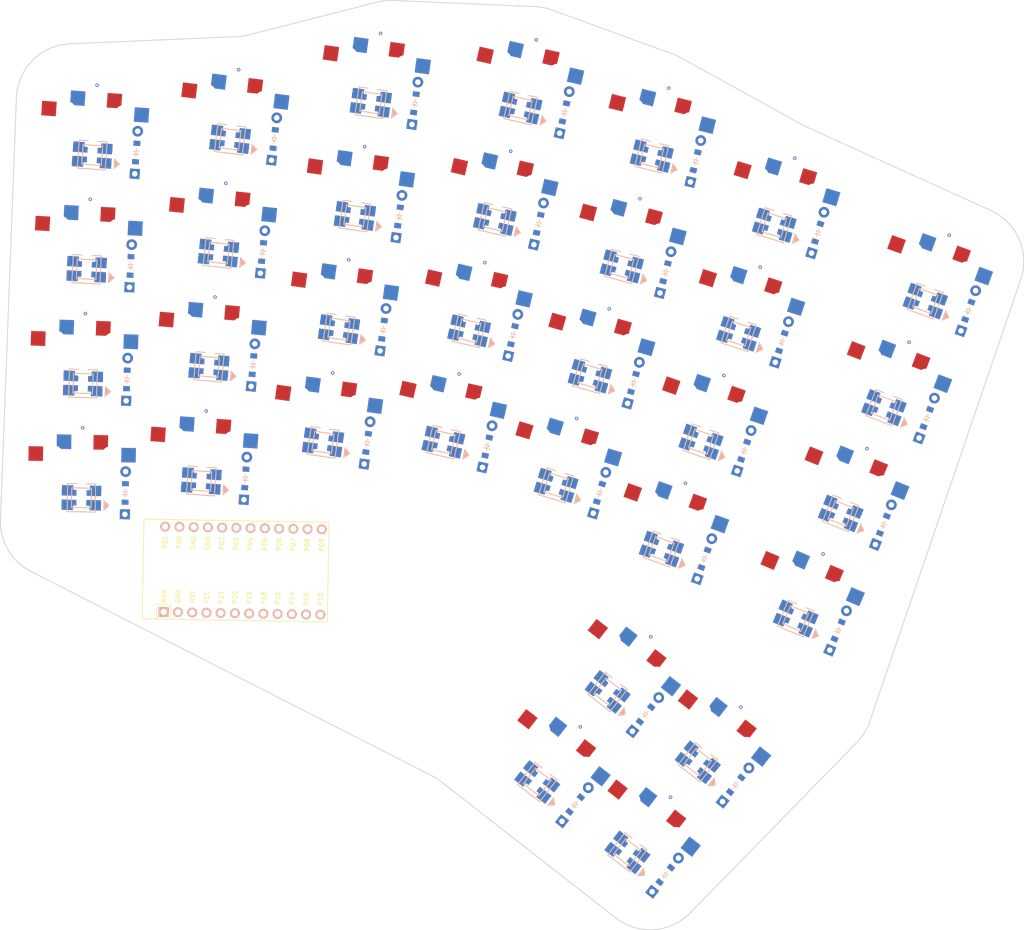
<source format=kicad_pcb>
(kicad_pcb (version 20171130) (host pcbnew 5.1.6)
  (title_block (title boardPcb) (rev v1.0.0) (company Unknown))
  (layers (0 F.Cu signal) (31 B.Cu signal) (34 B.Paste user) (35 F.Paste user) (36 B.SilkS user) (37 F.SilkS user) (38 B.Mask user) (39 F.Mask user) (44 Edge.Cuts user))
  (net 0 "")
  (net 1 "function_bottom")
  (net 2 "function_main")
  (net 3 "function_top")
  (net 4 "function_numbers")
  (net 5 "pinky_bottom")
  (net 6 "pinky_main")
  (net 7 "pinky_top")
  (net 8 "pinky_numbers")
  (net 9 "ring_bottom")
  (net 10 "ring_main")
  (net 11 "ring_top")
  (net 12 "ring_numbers")
  (net 13 "middle_bottom")
  (net 14 "middle_main")
  (net 15 "middle_top")
  (net 16 "middle_numbers")
  (net 17 "pointer_bottom")
  (net 18 "pointer_main")
  (net 19 "pointer_top")
  (net 20 "pointer_numbers")
  (net 21 "inner_bottom")
  (net 22 "inner_main")
  (net 23 "inner_top")
  (net 24 "inner_numbers")
  (net 25 "macro_bottom")
  (net 26 "macro_main")
  (net 27 "macro_top")
  (net 28 "macro_numbers")
  (net 29 "1_1")
  (net 30 "1_2")
  (net 31 "2_1")
  (net 32 "2_2")
  (net 33 "RAW")
  (net 34 "GND")
  (net 35 "RST")
  (net 36 "VCC")
  (net 37 "P21")
  (net 38 "P20")
  (net 39 "P19")
  (net 40 "P18")
  (net 41 "P15")
  (net 42 "P14")
  (net 43 "P16")
  (net 44 "P10")
  (net 45 "P1")
  (net 46 "P0")
  (net 47 "P2")
  (net 48 "P3")
  (net 49 "P4")
  (net 50 "P5")
  (net 51 "P6")
  (net 52 "P7")
  (net 53 "P8")
  (net 54 "P9")
  (net 55 "din")
  (net 56 "dout")
  (module PG1350 (layer F.Cu) (at 0 0 -1)
    (fp_text reference "S1" hide)
    (fp_text value "" hide)
    (pad "" np_thru_hole circle (at 0 0) (size 3.429 3.429) (drill 3.429) (layers *.Cu *.Mask))
    (pad "" np_thru_hole circle (at 5.5 0) (size 1.7018 1.7018) (drill 1.7018) (layers *.Cu *.Mask))
    (pad "" np_thru_hole circle (at -5.5 0) (size 1.7018 1.7018) (drill 1.7018) (layers *.Cu *.Mask))
    (pad "" np_thru_hole circle (at 5 -3.75) (size 3 3) (drill 3) (layers *.Cu *.Mask))
    (pad "" np_thru_hole circle (at 0 -5.95) (size 3 3) (drill 3) (layers *.Cu *.Mask))
    (pad 1 smd rect (at -3.275 -5.95 -1) (size 2.6 2.6) (layers B.Cu B.Paste B.Mask) (net 0 ""))
    (pad 2 smd rect (at 8.275 -3.75 -1) (size 2.6 2.6) (layers B.Cu B.Paste B.Mask) (net 1 "function_bottom"))
    (pad "" np_thru_hole circle (at -5 -3.75) (size 3 3) (drill 3) (layers *.Cu *.Mask))
    (pad "" np_thru_hole circle (at 0 -5.95) (size 3 3) (drill 3) (layers *.Cu *.Mask))
    (pad 1 smd rect (at 3.275 -5.95 -1) (size 2.6 2.6) (layers F.Cu F.Paste F.Mask) (net 0 ""))
    (pad 2 smd rect (at -8.275 -3.75 -1) (size 2.6 2.6) (layers F.Cu F.Paste F.Mask) (net 1 "function_bottom"))
  )
  (module PG1350 (layer F.Cu) (at 0.3560291 -20.396893 -2)
    (fp_text reference "S2" hide)
    (fp_text value "" hide)
    (pad "" np_thru_hole circle (at 0 0) (size 3.429 3.429) (drill 3.429) (layers *.Cu *.Mask))
    (pad "" np_thru_hole circle (at 5.5 0) (size 1.7018 1.7018) (drill 1.7018) (layers *.Cu *.Mask))
    (pad "" np_thru_hole circle (at -5.5 0) (size 1.7018 1.7018) (drill 1.7018) (layers *.Cu *.Mask))
    (pad "" np_thru_hole circle (at 5 -3.75) (size 3 3) (drill 3) (layers *.Cu *.Mask))
    (pad "" np_thru_hole circle (at 0 -5.95) (size 3 3) (drill 3) (layers *.Cu *.Mask))
    (pad 1 smd rect (at -3.275 -5.95 -2) (size 2.6 2.6) (layers B.Cu B.Paste B.Mask) (net 0 ""))
    (pad 2 smd rect (at 8.275 -3.75 -2) (size 2.6 2.6) (layers B.Cu B.Paste B.Mask) (net 2 "function_main"))
    (pad "" np_thru_hole circle (at -5 -3.75) (size 3 3) (drill 3) (layers *.Cu *.Mask))
    (pad "" np_thru_hole circle (at 0 -5.95) (size 3 3) (drill 3) (layers *.Cu *.Mask))
    (pad 1 smd rect (at 3.275 -5.95 -2) (size 2.6 2.6) (layers F.Cu F.Paste F.Mask) (net 0 ""))
    (pad 2 smd rect (at -8.275 -3.75 -2) (size 2.6 2.6) (layers F.Cu F.Paste F.Mask) (net 2 "function_main"))
  )
  (module PG1350 (layer F.Cu) (at 1.0679788000000001 -40.7844659 -3)
    (fp_text reference "S3" hide)
    (fp_text value "" hide)
    (pad "" np_thru_hole circle (at 0 0) (size 3.429 3.429) (drill 3.429) (layers *.Cu *.Mask))
    (pad "" np_thru_hole circle (at 5.5 0) (size 1.7018 1.7018) (drill 1.7018) (layers *.Cu *.Mask))
    (pad "" np_thru_hole circle (at -5.5 0) (size 1.7018 1.7018) (drill 1.7018) (layers *.Cu *.Mask))
    (pad "" np_thru_hole circle (at 5 -3.75) (size 3 3) (drill 3) (layers *.Cu *.Mask))
    (pad "" np_thru_hole circle (at 0 -5.95) (size 3 3) (drill 3) (layers *.Cu *.Mask))
    (pad 1 smd rect (at -3.275 -5.95 -3) (size 2.6 2.6) (layers B.Cu B.Paste B.Mask) (net 0 ""))
    (pad 2 smd rect (at 8.275 -3.75 -3) (size 2.6 2.6) (layers B.Cu B.Paste B.Mask) (net 3 "function_top"))
    (pad "" np_thru_hole circle (at -5 -3.75) (size 3 3) (drill 3) (layers *.Cu *.Mask))
    (pad "" np_thru_hole circle (at 0 -5.95) (size 3 3) (drill 3) (layers *.Cu *.Mask))
    (pad 1 smd rect (at 3.275 -5.95 -3) (size 2.6 2.6) (layers F.Cu F.Paste F.Mask) (net 0 ""))
    (pad 2 smd rect (at -8.275 -3.75 -3) (size 2.6 2.6) (layers F.Cu F.Paste F.Mask) (net 3 "function_top"))
  )
  (module PG1350 (layer F.Cu) (at 2.1356323 -61.1565084 -4)
    (fp_text reference "S4" hide)
    (fp_text value "" hide)
    (pad "" np_thru_hole circle (at 0 0) (size 3.429 3.429) (drill 3.429) (layers *.Cu *.Mask))
    (pad "" np_thru_hole circle (at 5.5 0) (size 1.7018 1.7018) (drill 1.7018) (layers *.Cu *.Mask))
    (pad "" np_thru_hole circle (at -5.5 0) (size 1.7018 1.7018) (drill 1.7018) (layers *.Cu *.Mask))
    (pad "" np_thru_hole circle (at 5 -3.75) (size 3 3) (drill 3) (layers *.Cu *.Mask))
    (pad "" np_thru_hole circle (at 0 -5.95) (size 3 3) (drill 3) (layers *.Cu *.Mask))
    (pad 1 smd rect (at -3.275 -5.95 -4) (size 2.6 2.6) (layers B.Cu B.Paste B.Mask) (net 0 ""))
    (pad 2 smd rect (at 8.275 -3.75 -4) (size 2.6 2.6) (layers B.Cu B.Paste B.Mask) (net 4 "function_numbers"))
    (pad "" np_thru_hole circle (at -5 -3.75) (size 3 3) (drill 3) (layers *.Cu *.Mask))
    (pad "" np_thru_hole circle (at 0 -5.95) (size 3 3) (drill 3) (layers *.Cu *.Mask))
    (pad 1 smd rect (at 3.275 -5.95 -4) (size 2.6 2.6) (layers F.Cu F.Paste F.Mask) (net 0 ""))
    (pad 2 smd rect (at -8.275 -3.75 -4) (size 2.6 2.6) (layers F.Cu F.Paste F.Mask) (net 4 "function_numbers"))
  )
  (module PG1350 (layer F.Cu) (at 21.6 -3 -4)
    (fp_text reference "S5" hide)
    (fp_text value "" hide)
    (pad "" np_thru_hole circle (at 0 0) (size 3.429 3.429) (drill 3.429) (layers *.Cu *.Mask))
    (pad "" np_thru_hole circle (at 5.5 0) (size 1.7018 1.7018) (drill 1.7018) (layers *.Cu *.Mask))
    (pad "" np_thru_hole circle (at -5.5 0) (size 1.7018 1.7018) (drill 1.7018) (layers *.Cu *.Mask))
    (pad "" np_thru_hole circle (at 5 -3.75) (size 3 3) (drill 3) (layers *.Cu *.Mask))
    (pad "" np_thru_hole circle (at 0 -5.95) (size 3 3) (drill 3) (layers *.Cu *.Mask))
    (pad 1 smd rect (at -3.275 -5.95 -4) (size 2.6 2.6) (layers B.Cu B.Paste B.Mask) (net 0 ""))
    (pad 2 smd rect (at 8.275 -3.75 -4) (size 2.6 2.6) (layers B.Cu B.Paste B.Mask) (net 5 "pinky_bottom"))
    (pad "" np_thru_hole circle (at -5 -3.75) (size 3 3) (drill 3) (layers *.Cu *.Mask))
    (pad "" np_thru_hole circle (at 0 -5.95) (size 3 3) (drill 3) (layers *.Cu *.Mask))
    (pad 1 smd rect (at 3.275 -5.95 -4) (size 2.6 2.6) (layers F.Cu F.Paste F.Mask) (net 0 ""))
    (pad 2 smd rect (at -8.275 -3.75 -4) (size 2.6 2.6) (layers F.Cu F.Paste F.Mask) (net 5 "pinky_bottom"))
  )
  (module PG1350 (layer F.Cu) (at 23.0230321 -23.3503066 -5)
    (fp_text reference "S6" hide)
    (fp_text value "" hide)
    (pad "" np_thru_hole circle (at 0 0) (size 3.429 3.429) (drill 3.429) (layers *.Cu *.Mask))
    (pad "" np_thru_hole circle (at 5.5 0) (size 1.7018 1.7018) (drill 1.7018) (layers *.Cu *.Mask))
    (pad "" np_thru_hole circle (at -5.5 0) (size 1.7018 1.7018) (drill 1.7018) (layers *.Cu *.Mask))
    (pad "" np_thru_hole circle (at 5 -3.75) (size 3 3) (drill 3) (layers *.Cu *.Mask))
    (pad "" np_thru_hole circle (at 0 -5.95) (size 3 3) (drill 3) (layers *.Cu *.Mask))
    (pad 1 smd rect (at -3.275 -5.95 -5) (size 2.6 2.6) (layers B.Cu B.Paste B.Mask) (net 0 ""))
    (pad 2 smd rect (at 8.275 -3.75 -5) (size 2.6 2.6) (layers B.Cu B.Paste B.Mask) (net 6 "pinky_main"))
    (pad "" np_thru_hole circle (at -5 -3.75) (size 3 3) (drill 3) (layers *.Cu *.Mask))
    (pad "" np_thru_hole circle (at 0 -5.95) (size 3 3) (drill 3) (layers *.Cu *.Mask))
    (pad 1 smd rect (at 3.275 -5.95 -5) (size 2.6 2.6) (layers F.Cu F.Paste F.Mask) (net 0 ""))
    (pad 2 smd rect (at -8.275 -3.75 -5) (size 2.6 2.6) (layers F.Cu F.Paste F.Mask) (net 6 "pinky_main"))
  )
  (module PG1350 (layer F.Cu) (at 24.8010093 -43.672678399999995 -6)
    (fp_text reference "S7" hide)
    (fp_text value "" hide)
    (pad "" np_thru_hole circle (at 0 0) (size 3.429 3.429) (drill 3.429) (layers *.Cu *.Mask))
    (pad "" np_thru_hole circle (at 5.5 0) (size 1.7018 1.7018) (drill 1.7018) (layers *.Cu *.Mask))
    (pad "" np_thru_hole circle (at -5.5 0) (size 1.7018 1.7018) (drill 1.7018) (layers *.Cu *.Mask))
    (pad "" np_thru_hole circle (at 5 -3.75) (size 3 3) (drill 3) (layers *.Cu *.Mask))
    (pad "" np_thru_hole circle (at 0 -5.95) (size 3 3) (drill 3) (layers *.Cu *.Mask))
    (pad 1 smd rect (at -3.275 -5.95 -6) (size 2.6 2.6) (layers B.Cu B.Paste B.Mask) (net 0 ""))
    (pad 2 smd rect (at 8.275 -3.75 -6) (size 2.6 2.6) (layers B.Cu B.Paste B.Mask) (net 7 "pinky_top"))
    (pad "" np_thru_hole circle (at -5 -3.75) (size 3 3) (drill 3) (layers *.Cu *.Mask))
    (pad "" np_thru_hole circle (at 0 -5.95) (size 3 3) (drill 3) (layers *.Cu *.Mask))
    (pad 1 smd rect (at 3.275 -5.95 -6) (size 2.6 2.6) (layers F.Cu F.Paste F.Mask) (net 0 ""))
    (pad 2 smd rect (at -8.275 -3.75 -6) (size 2.6 2.6) (layers F.Cu F.Paste F.Mask) (net 7 "pinky_top"))
  )
  (module PG1350 (layer F.Cu) (at 26.93339 -63.9609251 -7)
    (fp_text reference "S8" hide)
    (fp_text value "" hide)
    (pad "" np_thru_hole circle (at 0 0) (size 3.429 3.429) (drill 3.429) (layers *.Cu *.Mask))
    (pad "" np_thru_hole circle (at 5.5 0) (size 1.7018 1.7018) (drill 1.7018) (layers *.Cu *.Mask))
    (pad "" np_thru_hole circle (at -5.5 0) (size 1.7018 1.7018) (drill 1.7018) (layers *.Cu *.Mask))
    (pad "" np_thru_hole circle (at 5 -3.75) (size 3 3) (drill 3) (layers *.Cu *.Mask))
    (pad "" np_thru_hole circle (at 0 -5.95) (size 3 3) (drill 3) (layers *.Cu *.Mask))
    (pad 1 smd rect (at -3.275 -5.95 -7) (size 2.6 2.6) (layers B.Cu B.Paste B.Mask) (net 0 ""))
    (pad 2 smd rect (at 8.275 -3.75 -7) (size 2.6 2.6) (layers B.Cu B.Paste B.Mask) (net 8 "pinky_numbers"))
    (pad "" np_thru_hole circle (at -5 -3.75) (size 3 3) (drill 3) (layers *.Cu *.Mask))
    (pad "" np_thru_hole circle (at 0 -5.95) (size 3 3) (drill 3) (layers *.Cu *.Mask))
    (pad 1 smd rect (at 3.275 -5.95 -7) (size 2.6 2.6) (layers F.Cu F.Paste F.Mask) (net 0 ""))
    (pad 2 smd rect (at -8.275 -3.75 -7) (size 2.6 2.6) (layers F.Cu F.Paste F.Mask) (net 8 "pinky_numbers"))
  )
  (module PG1350 (layer F.Cu) (at 43.589085600000004 -9.858579599999999 -8)
    (fp_text reference "S9" hide)
    (fp_text value "" hide)
    (pad "" np_thru_hole circle (at 0 0) (size 3.429 3.429) (drill 3.429) (layers *.Cu *.Mask))
    (pad "" np_thru_hole circle (at 5.5 0) (size 1.7018 1.7018) (drill 1.7018) (layers *.Cu *.Mask))
    (pad "" np_thru_hole circle (at -5.5 0) (size 1.7018 1.7018) (drill 1.7018) (layers *.Cu *.Mask))
    (pad "" np_thru_hole circle (at 5 -3.75) (size 3 3) (drill 3) (layers *.Cu *.Mask))
    (pad "" np_thru_hole circle (at 0 -5.95) (size 3 3) (drill 3) (layers *.Cu *.Mask))
    (pad 1 smd rect (at -3.275 -5.95 -8) (size 2.6 2.6) (layers B.Cu B.Paste B.Mask) (net 0 ""))
    (pad 2 smd rect (at 8.275 -3.75 -8) (size 2.6 2.6) (layers B.Cu B.Paste B.Mask) (net 9 "ring_bottom"))
    (pad "" np_thru_hole circle (at -5 -3.75) (size 3 3) (drill 3) (layers *.Cu *.Mask))
    (pad "" np_thru_hole circle (at 0 -5.95) (size 3 3) (drill 3) (layers *.Cu *.Mask))
    (pad 1 smd rect (at 3.275 -5.95 -8) (size 2.6 2.6) (layers F.Cu F.Paste F.Mask) (net 0 ""))
    (pad 2 smd rect (at -8.275 -3.75 -8) (size 2.6 2.6) (layers F.Cu F.Paste F.Mask) (net 9 "ring_bottom"))
  )
  (module PG1350 (layer F.Cu) (at 46.4282169 -30.060048199999997 -8)
    (fp_text reference "S10" hide)
    (fp_text value "" hide)
    (pad "" np_thru_hole circle (at 0 0) (size 3.429 3.429) (drill 3.429) (layers *.Cu *.Mask))
    (pad "" np_thru_hole circle (at 5.5 0) (size 1.7018 1.7018) (drill 1.7018) (layers *.Cu *.Mask))
    (pad "" np_thru_hole circle (at -5.5 0) (size 1.7018 1.7018) (drill 1.7018) (layers *.Cu *.Mask))
    (pad "" np_thru_hole circle (at 5 -3.75) (size 3 3) (drill 3) (layers *.Cu *.Mask))
    (pad "" np_thru_hole circle (at 0 -5.95) (size 3 3) (drill 3) (layers *.Cu *.Mask))
    (pad 1 smd rect (at -3.275 -5.95 -8) (size 2.6 2.6) (layers B.Cu B.Paste B.Mask) (net 0 ""))
    (pad 2 smd rect (at 8.275 -3.75 -8) (size 2.6 2.6) (layers B.Cu B.Paste B.Mask) (net 10 "ring_main"))
    (pad "" np_thru_hole circle (at -5 -3.75) (size 3 3) (drill 3) (layers *.Cu *.Mask))
    (pad "" np_thru_hole circle (at 0 -5.95) (size 3 3) (drill 3) (layers *.Cu *.Mask))
    (pad 1 smd rect (at 3.275 -5.95 -8) (size 2.6 2.6) (layers F.Cu F.Paste F.Mask) (net 0 ""))
    (pad 2 smd rect (at -8.275 -3.75 -8) (size 2.6 2.6) (layers F.Cu F.Paste F.Mask) (net 10 "ring_main"))
  )
  (module PG1350 (layer F.Cu) (at 49.2673482 -50.261516799999995 -8)
    (fp_text reference "S11" hide)
    (fp_text value "" hide)
    (pad "" np_thru_hole circle (at 0 0) (size 3.429 3.429) (drill 3.429) (layers *.Cu *.Mask))
    (pad "" np_thru_hole circle (at 5.5 0) (size 1.7018 1.7018) (drill 1.7018) (layers *.Cu *.Mask))
    (pad "" np_thru_hole circle (at -5.5 0) (size 1.7018 1.7018) (drill 1.7018) (layers *.Cu *.Mask))
    (pad "" np_thru_hole circle (at 5 -3.75) (size 3 3) (drill 3) (layers *.Cu *.Mask))
    (pad "" np_thru_hole circle (at 0 -5.95) (size 3 3) (drill 3) (layers *.Cu *.Mask))
    (pad 1 smd rect (at -3.275 -5.95 -8) (size 2.6 2.6) (layers B.Cu B.Paste B.Mask) (net 0 ""))
    (pad 2 smd rect (at 8.275 -3.75 -8) (size 2.6 2.6) (layers B.Cu B.Paste B.Mask) (net 11 "ring_top"))
    (pad "" np_thru_hole circle (at -5 -3.75) (size 3 3) (drill 3) (layers *.Cu *.Mask))
    (pad "" np_thru_hole circle (at 0 -5.95) (size 3 3) (drill 3) (layers *.Cu *.Mask))
    (pad 1 smd rect (at 3.275 -5.95 -8) (size 2.6 2.6) (layers F.Cu F.Paste F.Mask) (net 0 ""))
    (pad 2 smd rect (at -8.275 -3.75 -8) (size 2.6 2.6) (layers F.Cu F.Paste F.Mask) (net 11 "ring_top"))
  )
  (module PG1350 (layer F.Cu) (at 52.1064795 -70.4629854 -8)
    (fp_text reference "S12" hide)
    (fp_text value "" hide)
    (pad "" np_thru_hole circle (at 0 0) (size 3.429 3.429) (drill 3.429) (layers *.Cu *.Mask))
    (pad "" np_thru_hole circle (at 5.5 0) (size 1.7018 1.7018) (drill 1.7018) (layers *.Cu *.Mask))
    (pad "" np_thru_hole circle (at -5.5 0) (size 1.7018 1.7018) (drill 1.7018) (layers *.Cu *.Mask))
    (pad "" np_thru_hole circle (at 5 -3.75) (size 3 3) (drill 3) (layers *.Cu *.Mask))
    (pad "" np_thru_hole circle (at 0 -5.95) (size 3 3) (drill 3) (layers *.Cu *.Mask))
    (pad 1 smd rect (at -3.275 -5.95 -8) (size 2.6 2.6) (layers B.Cu B.Paste B.Mask) (net 0 ""))
    (pad 2 smd rect (at 8.275 -3.75 -8) (size 2.6 2.6) (layers B.Cu B.Paste B.Mask) (net 12 "ring_numbers"))
    (pad "" np_thru_hole circle (at -5 -3.75) (size 3 3) (drill 3) (layers *.Cu *.Mask))
    (pad "" np_thru_hole circle (at 0 -5.95) (size 3 3) (drill 3) (layers *.Cu *.Mask))
    (pad 1 smd rect (at 3.275 -5.95 -8) (size 2.6 2.6) (layers F.Cu F.Paste F.Mask) (net 0 ""))
    (pad 2 smd rect (at -8.275 -3.75 -8) (size 2.6 2.6) (layers F.Cu F.Paste F.Mask) (net 12 "ring_numbers"))
  )
  (module PG1350 (layer F.Cu) (at 65.3963952 -9.823244899999999 -13)
    (fp_text reference "S13" hide)
    (fp_text value "" hide)
    (pad "" np_thru_hole circle (at 0 0) (size 3.429 3.429) (drill 3.429) (layers *.Cu *.Mask))
    (pad "" np_thru_hole circle (at 5.5 0) (size 1.7018 1.7018) (drill 1.7018) (layers *.Cu *.Mask))
    (pad "" np_thru_hole circle (at -5.5 0) (size 1.7018 1.7018) (drill 1.7018) (layers *.Cu *.Mask))
    (pad "" np_thru_hole circle (at 5 -3.75) (size 3 3) (drill 3) (layers *.Cu *.Mask))
    (pad "" np_thru_hole circle (at 0 -5.95) (size 3 3) (drill 3) (layers *.Cu *.Mask))
    (pad 1 smd rect (at -3.275 -5.95 -13) (size 2.6 2.6) (layers B.Cu B.Paste B.Mask) (net 0 ""))
    (pad 2 smd rect (at 8.275 -3.75 -13) (size 2.6 2.6) (layers B.Cu B.Paste B.Mask) (net 13 "middle_bottom"))
    (pad "" np_thru_hole circle (at -5 -3.75) (size 3 3) (drill 3) (layers *.Cu *.Mask))
    (pad "" np_thru_hole circle (at 0 -5.95) (size 3 3) (drill 3) (layers *.Cu *.Mask))
    (pad 1 smd rect (at 3.275 -5.95 -13) (size 2.6 2.6) (layers F.Cu F.Paste F.Mask) (net 0 ""))
    (pad 2 smd rect (at -8.275 -3.75 -13) (size 2.6 2.6) (layers F.Cu F.Paste F.Mask) (net 13 "middle_bottom"))
  )
  (module PG1350 (layer F.Cu) (at 69.9853967 -29.700394199999998 -13)
    (fp_text reference "S14" hide)
    (fp_text value "" hide)
    (pad "" np_thru_hole circle (at 0 0) (size 3.429 3.429) (drill 3.429) (layers *.Cu *.Mask))
    (pad "" np_thru_hole circle (at 5.5 0) (size 1.7018 1.7018) (drill 1.7018) (layers *.Cu *.Mask))
    (pad "" np_thru_hole circle (at -5.5 0) (size 1.7018 1.7018) (drill 1.7018) (layers *.Cu *.Mask))
    (pad "" np_thru_hole circle (at 5 -3.75) (size 3 3) (drill 3) (layers *.Cu *.Mask))
    (pad "" np_thru_hole circle (at 0 -5.95) (size 3 3) (drill 3) (layers *.Cu *.Mask))
    (pad 1 smd rect (at -3.275 -5.95 -13) (size 2.6 2.6) (layers B.Cu B.Paste B.Mask) (net 0 ""))
    (pad 2 smd rect (at 8.275 -3.75 -13) (size 2.6 2.6) (layers B.Cu B.Paste B.Mask) (net 14 "middle_main"))
    (pad "" np_thru_hole circle (at -5 -3.75) (size 3 3) (drill 3) (layers *.Cu *.Mask))
    (pad "" np_thru_hole circle (at 0 -5.95) (size 3 3) (drill 3) (layers *.Cu *.Mask))
    (pad 1 smd rect (at 3.275 -5.95 -13) (size 2.6 2.6) (layers F.Cu F.Paste F.Mask) (net 0 ""))
    (pad 2 smd rect (at -8.275 -3.75 -13) (size 2.6 2.6) (layers F.Cu F.Paste F.Mask) (net 14 "middle_main"))
  )
  (module PG1350 (layer F.Cu) (at 74.57439819999999 -49.5775435 -13)
    (fp_text reference "S15" hide)
    (fp_text value "" hide)
    (pad "" np_thru_hole circle (at 0 0) (size 3.429 3.429) (drill 3.429) (layers *.Cu *.Mask))
    (pad "" np_thru_hole circle (at 5.5 0) (size 1.7018 1.7018) (drill 1.7018) (layers *.Cu *.Mask))
    (pad "" np_thru_hole circle (at -5.5 0) (size 1.7018 1.7018) (drill 1.7018) (layers *.Cu *.Mask))
    (pad "" np_thru_hole circle (at 5 -3.75) (size 3 3) (drill 3) (layers *.Cu *.Mask))
    (pad "" np_thru_hole circle (at 0 -5.95) (size 3 3) (drill 3) (layers *.Cu *.Mask))
    (pad 1 smd rect (at -3.275 -5.95 -13) (size 2.6 2.6) (layers B.Cu B.Paste B.Mask) (net 0 ""))
    (pad 2 smd rect (at 8.275 -3.75 -13) (size 2.6 2.6) (layers B.Cu B.Paste B.Mask) (net 15 "middle_top"))
    (pad "" np_thru_hole circle (at -5 -3.75) (size 3 3) (drill 3) (layers *.Cu *.Mask))
    (pad "" np_thru_hole circle (at 0 -5.95) (size 3 3) (drill 3) (layers *.Cu *.Mask))
    (pad 1 smd rect (at 3.275 -5.95 -13) (size 2.6 2.6) (layers F.Cu F.Paste F.Mask) (net 0 ""))
    (pad 2 smd rect (at -8.275 -3.75 -13) (size 2.6 2.6) (layers F.Cu F.Paste F.Mask) (net 15 "middle_top"))
  )
  (module PG1350 (layer F.Cu) (at 79.16339969999999 -69.4546928 -13)
    (fp_text reference "S16" hide)
    (fp_text value "" hide)
    (pad "" np_thru_hole circle (at 0 0) (size 3.429 3.429) (drill 3.429) (layers *.Cu *.Mask))
    (pad "" np_thru_hole circle (at 5.5 0) (size 1.7018 1.7018) (drill 1.7018) (layers *.Cu *.Mask))
    (pad "" np_thru_hole circle (at -5.5 0) (size 1.7018 1.7018) (drill 1.7018) (layers *.Cu *.Mask))
    (pad "" np_thru_hole circle (at 5 -3.75) (size 3 3) (drill 3) (layers *.Cu *.Mask))
    (pad "" np_thru_hole circle (at 0 -5.95) (size 3 3) (drill 3) (layers *.Cu *.Mask))
    (pad 1 smd rect (at -3.275 -5.95 -13) (size 2.6 2.6) (layers B.Cu B.Paste B.Mask) (net 0 ""))
    (pad 2 smd rect (at 8.275 -3.75 -13) (size 2.6 2.6) (layers B.Cu B.Paste B.Mask) (net 16 "middle_numbers"))
    (pad "" np_thru_hole circle (at -5 -3.75) (size 3 3) (drill 3) (layers *.Cu *.Mask))
    (pad "" np_thru_hole circle (at 0 -5.95) (size 3 3) (drill 3) (layers *.Cu *.Mask))
    (pad 1 smd rect (at 3.275 -5.95 -13) (size 2.6 2.6) (layers F.Cu F.Paste F.Mask) (net 0 ""))
    (pad 2 smd rect (at -8.275 -3.75 -13) (size 2.6 2.6) (layers F.Cu F.Paste F.Mask) (net 16 "middle_numbers"))
  )
  (module PG1350 (layer F.Cu) (at 85.7679354 -2.041191799999999 -17)
    (fp_text reference "S17" hide)
    (fp_text value "" hide)
    (pad "" np_thru_hole circle (at 0 0) (size 3.429 3.429) (drill 3.429) (layers *.Cu *.Mask))
    (pad "" np_thru_hole circle (at 5.5 0) (size 1.7018 1.7018) (drill 1.7018) (layers *.Cu *.Mask))
    (pad "" np_thru_hole circle (at -5.5 0) (size 1.7018 1.7018) (drill 1.7018) (layers *.Cu *.Mask))
    (pad "" np_thru_hole circle (at 5 -3.75) (size 3 3) (drill 3) (layers *.Cu *.Mask))
    (pad "" np_thru_hole circle (at 0 -5.95) (size 3 3) (drill 3) (layers *.Cu *.Mask))
    (pad 1 smd rect (at -3.275 -5.95 -17) (size 2.6 2.6) (layers B.Cu B.Paste B.Mask) (net 0 ""))
    (pad 2 smd rect (at 8.275 -3.75 -17) (size 2.6 2.6) (layers B.Cu B.Paste B.Mask) (net 17 "pointer_bottom"))
    (pad "" np_thru_hole circle (at -5 -3.75) (size 3 3) (drill 3) (layers *.Cu *.Mask))
    (pad "" np_thru_hole circle (at 0 -5.95) (size 3 3) (drill 3) (layers *.Cu *.Mask))
    (pad 1 smd rect (at 3.275 -5.95 -17) (size 2.6 2.6) (layers F.Cu F.Paste F.Mask) (net 0 ""))
    (pad 2 smd rect (at -8.275 -3.75 -17) (size 2.6 2.6) (layers F.Cu F.Paste F.Mask) (net 17 "pointer_bottom"))
  )
  (module PG1350 (layer F.Cu) (at 91.7323182 -21.5498088 -16)
    (fp_text reference "S18" hide)
    (fp_text value "" hide)
    (pad "" np_thru_hole circle (at 0 0) (size 3.429 3.429) (drill 3.429) (layers *.Cu *.Mask))
    (pad "" np_thru_hole circle (at 5.5 0) (size 1.7018 1.7018) (drill 1.7018) (layers *.Cu *.Mask))
    (pad "" np_thru_hole circle (at -5.5 0) (size 1.7018 1.7018) (drill 1.7018) (layers *.Cu *.Mask))
    (pad "" np_thru_hole circle (at 5 -3.75) (size 3 3) (drill 3) (layers *.Cu *.Mask))
    (pad "" np_thru_hole circle (at 0 -5.95) (size 3 3) (drill 3) (layers *.Cu *.Mask))
    (pad 1 smd rect (at -3.275 -5.95 -16) (size 2.6 2.6) (layers B.Cu B.Paste B.Mask) (net 0 ""))
    (pad 2 smd rect (at 8.275 -3.75 -16) (size 2.6 2.6) (layers B.Cu B.Paste B.Mask) (net 18 "pointer_main"))
    (pad "" np_thru_hole circle (at -5 -3.75) (size 3 3) (drill 3) (layers *.Cu *.Mask))
    (pad "" np_thru_hole circle (at 0 -5.95) (size 3 3) (drill 3) (layers *.Cu *.Mask))
    (pad 1 smd rect (at 3.275 -5.95 -16) (size 2.6 2.6) (layers F.Cu F.Paste F.Mask) (net 0 ""))
    (pad 2 smd rect (at -8.275 -3.75 -16) (size 2.6 2.6) (layers F.Cu F.Paste F.Mask) (net 18 "pointer_main"))
  )
  (module PG1350 (layer F.Cu) (at 97.35532029999999 -41.1595474 -15)
    (fp_text reference "S19" hide)
    (fp_text value "" hide)
    (pad "" np_thru_hole circle (at 0 0) (size 3.429 3.429) (drill 3.429) (layers *.Cu *.Mask))
    (pad "" np_thru_hole circle (at 5.5 0) (size 1.7018 1.7018) (drill 1.7018) (layers *.Cu *.Mask))
    (pad "" np_thru_hole circle (at -5.5 0) (size 1.7018 1.7018) (drill 1.7018) (layers *.Cu *.Mask))
    (pad "" np_thru_hole circle (at 5 -3.75) (size 3 3) (drill 3) (layers *.Cu *.Mask))
    (pad "" np_thru_hole circle (at 0 -5.95) (size 3 3) (drill 3) (layers *.Cu *.Mask))
    (pad 1 smd rect (at -3.275 -5.95 -15) (size 2.6 2.6) (layers B.Cu B.Paste B.Mask) (net 0 ""))
    (pad 2 smd rect (at 8.275 -3.75 -15) (size 2.6 2.6) (layers B.Cu B.Paste B.Mask) (net 19 "pointer_top"))
    (pad "" np_thru_hole circle (at -5 -3.75) (size 3 3) (drill 3) (layers *.Cu *.Mask))
    (pad "" np_thru_hole circle (at 0 -5.95) (size 3 3) (drill 3) (layers *.Cu *.Mask))
    (pad 1 smd rect (at 3.275 -5.95 -15) (size 2.6 2.6) (layers F.Cu F.Paste F.Mask) (net 0 ""))
    (pad 2 smd rect (at -8.275 -3.75 -15) (size 2.6 2.6) (layers F.Cu F.Paste F.Mask) (net 19 "pointer_top"))
  )
  (module PG1350 (layer F.Cu) (at 102.6352288 -60.8644343 -14)
    (fp_text reference "S20" hide)
    (fp_text value "" hide)
    (pad "" np_thru_hole circle (at 0 0) (size 3.429 3.429) (drill 3.429) (layers *.Cu *.Mask))
    (pad "" np_thru_hole circle (at 5.5 0) (size 1.7018 1.7018) (drill 1.7018) (layers *.Cu *.Mask))
    (pad "" np_thru_hole circle (at -5.5 0) (size 1.7018 1.7018) (drill 1.7018) (layers *.Cu *.Mask))
    (pad "" np_thru_hole circle (at 5 -3.75) (size 3 3) (drill 3) (layers *.Cu *.Mask))
    (pad "" np_thru_hole circle (at 0 -5.95) (size 3 3) (drill 3) (layers *.Cu *.Mask))
    (pad 1 smd rect (at -3.275 -5.95 -14) (size 2.6 2.6) (layers B.Cu B.Paste B.Mask) (net 0 ""))
    (pad 2 smd rect (at 8.275 -3.75 -14) (size 2.6 2.6) (layers B.Cu B.Paste B.Mask) (net 20 "pointer_numbers"))
    (pad "" np_thru_hole circle (at -5 -3.75) (size 3 3) (drill 3) (layers *.Cu *.Mask))
    (pad "" np_thru_hole circle (at 0 -5.95) (size 3 3) (drill 3) (layers *.Cu *.Mask))
    (pad 1 smd rect (at 3.275 -5.95 -14) (size 2.6 2.6) (layers F.Cu F.Paste F.Mask) (net 0 ""))
    (pad 2 smd rect (at -8.275 -3.75 -14) (size 2.6 2.6) (layers F.Cu F.Paste F.Mask) (net 20 "pointer_numbers"))
  )
  (module PG1350 (layer F.Cu) (at 104.7656713 9.388857900000001 -20)
    (fp_text reference "S21" hide)
    (fp_text value "" hide)
    (pad "" np_thru_hole circle (at 0 0) (size 3.429 3.429) (drill 3.429) (layers *.Cu *.Mask))
    (pad "" np_thru_hole circle (at 5.5 0) (size 1.7018 1.7018) (drill 1.7018) (layers *.Cu *.Mask))
    (pad "" np_thru_hole circle (at -5.5 0) (size 1.7018 1.7018) (drill 1.7018) (layers *.Cu *.Mask))
    (pad "" np_thru_hole circle (at 5 -3.75) (size 3 3) (drill 3) (layers *.Cu *.Mask))
    (pad "" np_thru_hole circle (at 0 -5.95) (size 3 3) (drill 3) (layers *.Cu *.Mask))
    (pad 1 smd rect (at -3.275 -5.95 -20) (size 2.6 2.6) (layers B.Cu B.Paste B.Mask) (net 0 ""))
    (pad 2 smd rect (at 8.275 -3.75 -20) (size 2.6 2.6) (layers B.Cu B.Paste B.Mask) (net 21 "inner_bottom"))
    (pad "" np_thru_hole circle (at -5 -3.75) (size 3 3) (drill 3) (layers *.Cu *.Mask))
    (pad "" np_thru_hole circle (at 0 -5.95) (size 3 3) (drill 3) (layers *.Cu *.Mask))
    (pad 1 smd rect (at 3.275 -5.95 -20) (size 2.6 2.6) (layers F.Cu F.Paste F.Mask) (net 0 ""))
    (pad 2 smd rect (at -8.275 -3.75 -20) (size 2.6 2.6) (layers F.Cu F.Paste F.Mask) (net 21 "inner_bottom"))
  )
  (module PG1350 (layer F.Cu) (at 111.7428822 -9.780871599999998 -19)
    (fp_text reference "S22" hide)
    (fp_text value "" hide)
    (pad "" np_thru_hole circle (at 0 0) (size 3.429 3.429) (drill 3.429) (layers *.Cu *.Mask))
    (pad "" np_thru_hole circle (at 5.5 0) (size 1.7018 1.7018) (drill 1.7018) (layers *.Cu *.Mask))
    (pad "" np_thru_hole circle (at -5.5 0) (size 1.7018 1.7018) (drill 1.7018) (layers *.Cu *.Mask))
    (pad "" np_thru_hole circle (at 5 -3.75) (size 3 3) (drill 3) (layers *.Cu *.Mask))
    (pad "" np_thru_hole circle (at 0 -5.95) (size 3 3) (drill 3) (layers *.Cu *.Mask))
    (pad 1 smd rect (at -3.275 -5.95 -19) (size 2.6 2.6) (layers B.Cu B.Paste B.Mask) (net 0 ""))
    (pad 2 smd rect (at 8.275 -3.75 -19) (size 2.6 2.6) (layers B.Cu B.Paste B.Mask) (net 22 "inner_main"))
    (pad "" np_thru_hole circle (at -5 -3.75) (size 3 3) (drill 3) (layers *.Cu *.Mask))
    (pad "" np_thru_hole circle (at 0 -5.95) (size 3 3) (drill 3) (layers *.Cu *.Mask))
    (pad 1 smd rect (at 3.275 -5.95 -19) (size 2.6 2.6) (layers F.Cu F.Paste F.Mask) (net 0 ""))
    (pad 2 smd rect (at -8.275 -3.75 -19) (size 2.6 2.6) (layers F.Cu F.Paste F.Mask) (net 22 "inner_main"))
  )
  (module PG1350 (layer F.Cu) (at 118.3844726 -29.0694505 -18)
    (fp_text reference "S23" hide)
    (fp_text value "" hide)
    (pad "" np_thru_hole circle (at 0 0) (size 3.429 3.429) (drill 3.429) (layers *.Cu *.Mask))
    (pad "" np_thru_hole circle (at 5.5 0) (size 1.7018 1.7018) (drill 1.7018) (layers *.Cu *.Mask))
    (pad "" np_thru_hole circle (at -5.5 0) (size 1.7018 1.7018) (drill 1.7018) (layers *.Cu *.Mask))
    (pad "" np_thru_hole circle (at 5 -3.75) (size 3 3) (drill 3) (layers *.Cu *.Mask))
    (pad "" np_thru_hole circle (at 0 -5.95) (size 3 3) (drill 3) (layers *.Cu *.Mask))
    (pad 1 smd rect (at -3.275 -5.95 -18) (size 2.6 2.6) (layers B.Cu B.Paste B.Mask) (net 0 ""))
    (pad 2 smd rect (at 8.275 -3.75 -18) (size 2.6 2.6) (layers B.Cu B.Paste B.Mask) (net 23 "inner_top"))
    (pad "" np_thru_hole circle (at -5 -3.75) (size 3 3) (drill 3) (layers *.Cu *.Mask))
    (pad "" np_thru_hole circle (at 0 -5.95) (size 3 3) (drill 3) (layers *.Cu *.Mask))
    (pad 1 smd rect (at 3.275 -5.95 -18) (size 2.6 2.6) (layers F.Cu F.Paste F.Mask) (net 0 ""))
    (pad 2 smd rect (at -8.275 -3.75 -18) (size 2.6 2.6) (layers F.Cu F.Paste F.Mask) (net 23 "inner_top"))
  )
  (module PG1350 (layer F.Cu) (at 124.68841929999999 -48.4710034 -17)
    (fp_text reference "S24" hide)
    (fp_text value "" hide)
    (pad "" np_thru_hole circle (at 0 0) (size 3.429 3.429) (drill 3.429) (layers *.Cu *.Mask))
    (pad "" np_thru_hole circle (at 5.5 0) (size 1.7018 1.7018) (drill 1.7018) (layers *.Cu *.Mask))
    (pad "" np_thru_hole circle (at -5.5 0) (size 1.7018 1.7018) (drill 1.7018) (layers *.Cu *.Mask))
    (pad "" np_thru_hole circle (at 5 -3.75) (size 3 3) (drill 3) (layers *.Cu *.Mask))
    (pad "" np_thru_hole circle (at 0 -5.95) (size 3 3) (drill 3) (layers *.Cu *.Mask))
    (pad 1 smd rect (at -3.275 -5.95 -17) (size 2.6 2.6) (layers B.Cu B.Paste B.Mask) (net 0 ""))
    (pad 2 smd rect (at 8.275 -3.75 -17) (size 2.6 2.6) (layers B.Cu B.Paste B.Mask) (net 24 "inner_numbers"))
    (pad "" np_thru_hole circle (at -5 -3.75) (size 3 3) (drill 3) (layers *.Cu *.Mask))
    (pad "" np_thru_hole circle (at 0 -5.95) (size 3 3) (drill 3) (layers *.Cu *.Mask))
    (pad 1 smd rect (at 3.275 -5.95 -17) (size 2.6 2.6) (layers F.Cu F.Paste F.Mask) (net 0 ""))
    (pad 2 smd rect (at -8.275 -3.75 -17) (size 2.6 2.6) (layers F.Cu F.Paste F.Mask) (net 24 "inner_numbers"))
  )
  (module PG1350 (layer F.Cu) (at 128.8972388 21.8655337 -23)
    (fp_text reference "S25" hide)
    (fp_text value "" hide)
    (pad "" np_thru_hole circle (at 0 0) (size 3.429 3.429) (drill 3.429) (layers *.Cu *.Mask))
    (pad "" np_thru_hole circle (at 5.5 0) (size 1.7018 1.7018) (drill 1.7018) (layers *.Cu *.Mask))
    (pad "" np_thru_hole circle (at -5.5 0) (size 1.7018 1.7018) (drill 1.7018) (layers *.Cu *.Mask))
    (pad "" np_thru_hole circle (at 5 -3.75) (size 3 3) (drill 3) (layers *.Cu *.Mask))
    (pad "" np_thru_hole circle (at 0 -5.95) (size 3 3) (drill 3) (layers *.Cu *.Mask))
    (pad 1 smd rect (at -3.275 -5.95 -23) (size 2.6 2.6) (layers B.Cu B.Paste B.Mask) (net 0 ""))
    (pad 2 smd rect (at 8.275 -3.75 -23) (size 2.6 2.6) (layers B.Cu B.Paste B.Mask) (net 25 "macro_bottom"))
    (pad "" np_thru_hole circle (at -5 -3.75) (size 3 3) (drill 3) (layers *.Cu *.Mask))
    (pad "" np_thru_hole circle (at 0 -5.95) (size 3 3) (drill 3) (layers *.Cu *.Mask))
    (pad 1 smd rect (at 3.275 -5.95 -23) (size 2.6 2.6) (layers F.Cu F.Paste F.Mask) (net 0 ""))
    (pad 2 smd rect (at -8.275 -3.75 -23) (size 2.6 2.6) (layers F.Cu F.Paste F.Mask) (net 25 "macro_bottom"))
  )
  (module PG1350 (layer F.Cu) (at 136.8681538 3.0872346999999998 -22)
    (fp_text reference "S26" hide)
    (fp_text value "" hide)
    (pad "" np_thru_hole circle (at 0 0) (size 3.429 3.429) (drill 3.429) (layers *.Cu *.Mask))
    (pad "" np_thru_hole circle (at 5.5 0) (size 1.7018 1.7018) (drill 1.7018) (layers *.Cu *.Mask))
    (pad "" np_thru_hole circle (at -5.5 0) (size 1.7018 1.7018) (drill 1.7018) (layers *.Cu *.Mask))
    (pad "" np_thru_hole circle (at 5 -3.75) (size 3 3) (drill 3) (layers *.Cu *.Mask))
    (pad "" np_thru_hole circle (at 0 -5.95) (size 3 3) (drill 3) (layers *.Cu *.Mask))
    (pad 1 smd rect (at -3.275 -5.95 -22) (size 2.6 2.6) (layers B.Cu B.Paste B.Mask) (net 0 ""))
    (pad 2 smd rect (at 8.275 -3.75 -22) (size 2.6 2.6) (layers B.Cu B.Paste B.Mask) (net 26 "macro_main"))
    (pad "" np_thru_hole circle (at -5 -3.75) (size 3 3) (drill 3) (layers *.Cu *.Mask))
    (pad "" np_thru_hole circle (at 0 -5.95) (size 3 3) (drill 3) (layers *.Cu *.Mask))
    (pad 1 smd rect (at 3.275 -5.95 -22) (size 2.6 2.6) (layers F.Cu F.Paste F.Mask) (net 0 ""))
    (pad 2 smd rect (at -8.275 -3.75 -22) (size 2.6 2.6) (layers F.Cu F.Paste F.Mask) (net 26 "macro_main"))
  )
  (module PG1350 (layer F.Cu) (at 144.5101283 -15.827315899999999 -21)
    (fp_text reference "S27" hide)
    (fp_text value "" hide)
    (pad "" np_thru_hole circle (at 0 0) (size 3.429 3.429) (drill 3.429) (layers *.Cu *.Mask))
    (pad "" np_thru_hole circle (at 5.5 0) (size 1.7018 1.7018) (drill 1.7018) (layers *.Cu *.Mask))
    (pad "" np_thru_hole circle (at -5.5 0) (size 1.7018 1.7018) (drill 1.7018) (layers *.Cu *.Mask))
    (pad "" np_thru_hole circle (at 5 -3.75) (size 3 3) (drill 3) (layers *.Cu *.Mask))
    (pad "" np_thru_hole circle (at 0 -5.95) (size 3 3) (drill 3) (layers *.Cu *.Mask))
    (pad 1 smd rect (at -3.275 -5.95 -21) (size 2.6 2.6) (layers B.Cu B.Paste B.Mask) (net 0 ""))
    (pad 2 smd rect (at 8.275 -3.75 -21) (size 2.6 2.6) (layers B.Cu B.Paste B.Mask) (net 27 "macro_top"))
    (pad "" np_thru_hole circle (at -5 -3.75) (size 3 3) (drill 3) (layers *.Cu *.Mask))
    (pad "" np_thru_hole circle (at 0 -5.95) (size 3 3) (drill 3) (layers *.Cu *.Mask))
    (pad 1 smd rect (at 3.275 -5.95 -21) (size 2.6 2.6) (layers F.Cu F.Paste F.Mask) (net 0 ""))
    (pad 2 smd rect (at -8.275 -3.75 -21) (size 2.6 2.6) (layers F.Cu F.Paste F.Mask) (net 27 "macro_top"))
  )
  (module PG1350 (layer F.Cu) (at 151.8208345 -34.8723566 -20)
    (fp_text reference "S28" hide)
    (fp_text value "" hide)
    (pad "" np_thru_hole circle (at 0 0) (size 3.429 3.429) (drill 3.429) (layers *.Cu *.Mask))
    (pad "" np_thru_hole circle (at 5.5 0) (size 1.7018 1.7018) (drill 1.7018) (layers *.Cu *.Mask))
    (pad "" np_thru_hole circle (at -5.5 0) (size 1.7018 1.7018) (drill 1.7018) (layers *.Cu *.Mask))
    (pad "" np_thru_hole circle (at 5 -3.75) (size 3 3) (drill 3) (layers *.Cu *.Mask))
    (pad "" np_thru_hole circle (at 0 -5.95) (size 3 3) (drill 3) (layers *.Cu *.Mask))
    (pad 1 smd rect (at -3.275 -5.95 -20) (size 2.6 2.6) (layers B.Cu B.Paste B.Mask) (net 0 ""))
    (pad 2 smd rect (at 8.275 -3.75 -20) (size 2.6 2.6) (layers B.Cu B.Paste B.Mask) (net 28 "macro_numbers"))
    (pad "" np_thru_hole circle (at -5 -3.75) (size 3 3) (drill 3) (layers *.Cu *.Mask))
    (pad "" np_thru_hole circle (at 0 -5.95) (size 3 3) (drill 3) (layers *.Cu *.Mask))
    (pad 1 smd rect (at 3.275 -5.95 -20) (size 2.6 2.6) (layers F.Cu F.Paste F.Mask) (net 0 ""))
    (pad 2 smd rect (at -8.275 -3.75 -20) (size 2.6 2.6) (layers F.Cu F.Paste F.Mask) (net 28 "macro_numbers"))
  )
  (module PG1350 (layer F.Cu) (at 83.69919239999999 51.5663183 -38)
    (fp_text reference "S29" hide)
    (fp_text value "" hide)
    (pad "" np_thru_hole circle (at 0 0) (size 3.429 3.429) (drill 3.429) (layers *.Cu *.Mask))
    (pad "" np_thru_hole circle (at 5.5 0) (size 1.7018 1.7018) (drill 1.7018) (layers *.Cu *.Mask))
    (pad "" np_thru_hole circle (at -5.5 0) (size 1.7018 1.7018) (drill 1.7018) (layers *.Cu *.Mask))
    (pad "" np_thru_hole circle (at 5 -3.75) (size 3 3) (drill 3) (layers *.Cu *.Mask))
    (pad "" np_thru_hole circle (at 0 -5.95) (size 3 3) (drill 3) (layers *.Cu *.Mask))
    (pad 1 smd rect (at -3.275 -5.95 -38) (size 2.6 2.6) (layers B.Cu B.Paste B.Mask) (net 0 ""))
    (pad 2 smd rect (at 8.275 -3.75 -38) (size 2.6 2.6) (layers B.Cu B.Paste B.Mask) (net 29 "1_1"))
    (pad "" np_thru_hole circle (at -5 -3.75) (size 3 3) (drill 3) (layers *.Cu *.Mask))
    (pad "" np_thru_hole circle (at 0 -5.95) (size 3 3) (drill 3) (layers *.Cu *.Mask))
    (pad 1 smd rect (at 3.275 -5.95 -38) (size 2.6 2.6) (layers F.Cu F.Paste F.Mask) (net 0 ""))
    (pad 2 smd rect (at -8.275 -3.75 -38) (size 2.6 2.6) (layers F.Cu F.Paste F.Mask) (net 29 "1_1"))
  )
  (module PG1350 (layer F.Cu) (at 96.25868649999998 35.4908989 -38)
    (fp_text reference "S30" hide)
    (fp_text value "" hide)
    (pad "" np_thru_hole circle (at 0 0) (size 3.429 3.429) (drill 3.429) (layers *.Cu *.Mask))
    (pad "" np_thru_hole circle (at 5.5 0) (size 1.7018 1.7018) (drill 1.7018) (layers *.Cu *.Mask))
    (pad "" np_thru_hole circle (at -5.5 0) (size 1.7018 1.7018) (drill 1.7018) (layers *.Cu *.Mask))
    (pad "" np_thru_hole circle (at 5 -3.75) (size 3 3) (drill 3) (layers *.Cu *.Mask))
    (pad "" np_thru_hole circle (at 0 -5.95) (size 3 3) (drill 3) (layers *.Cu *.Mask))
    (pad 1 smd rect (at -3.275 -5.95 -38) (size 2.6 2.6) (layers B.Cu B.Paste B.Mask) (net 0 ""))
    (pad 2 smd rect (at 8.275 -3.75 -38) (size 2.6 2.6) (layers B.Cu B.Paste B.Mask) (net 30 "1_2"))
    (pad "" np_thru_hole circle (at -5 -3.75) (size 3 3) (drill 3) (layers *.Cu *.Mask))
    (pad "" np_thru_hole circle (at 0 -5.95) (size 3 3) (drill 3) (layers *.Cu *.Mask))
    (pad 1 smd rect (at 3.275 -5.95 -38) (size 2.6 2.6) (layers F.Cu F.Paste F.Mask) (net 0 ""))
    (pad 2 smd rect (at -8.275 -3.75 -38) (size 2.6 2.6) (layers F.Cu F.Paste F.Mask) (net 30 "1_2"))
  )
  (module PG1350 (layer F.Cu) (at 99.77461179999999 64.1258124 -38)
    (fp_text reference "S31" hide)
    (fp_text value "" hide)
    (pad "" np_thru_hole circle (at 0 0) (size 3.429 3.429) (drill 3.429) (layers *.Cu *.Mask))
    (pad "" np_thru_hole circle (at 5.5 0) (size 1.7018 1.7018) (drill 1.7018) (layers *.Cu *.Mask))
    (pad "" np_thru_hole circle (at -5.5 0) (size 1.7018 1.7018) (drill 1.7018) (layers *.Cu *.Mask))
    (pad "" np_thru_hole circle (at 5 -3.75) (size 3 3) (drill 3) (layers *.Cu *.Mask))
    (pad "" np_thru_hole circle (at 0 -5.95) (size 3 3) (drill 3) (layers *.Cu *.Mask))
    (pad 1 smd rect (at -3.275 -5.95 -38) (size 2.6 2.6) (layers B.Cu B.Paste B.Mask) (net 0 ""))
    (pad 2 smd rect (at 8.275 -3.75 -38) (size 2.6 2.6) (layers B.Cu B.Paste B.Mask) (net 31 "2_1"))
    (pad "" np_thru_hole circle (at -5 -3.75) (size 3 3) (drill 3) (layers *.Cu *.Mask))
    (pad "" np_thru_hole circle (at 0 -5.95) (size 3 3) (drill 3) (layers *.Cu *.Mask))
    (pad 1 smd rect (at 3.275 -5.95 -38) (size 2.6 2.6) (layers F.Cu F.Paste F.Mask) (net 0 ""))
    (pad 2 smd rect (at -8.275 -3.75 -38) (size 2.6 2.6) (layers F.Cu F.Paste F.Mask) (net 31 "2_1"))
  )
  (module PG1350 (layer F.Cu) (at 112.33410589999998 48.050393 -38)
    (fp_text reference "S32" hide)
    (fp_text value "" hide)
    (pad "" np_thru_hole circle (at 0 0) (size 3.429 3.429) (drill 3.429) (layers *.Cu *.Mask))
    (pad "" np_thru_hole circle (at 5.5 0) (size 1.7018 1.7018) (drill 1.7018) (layers *.Cu *.Mask))
    (pad "" np_thru_hole circle (at -5.5 0) (size 1.7018 1.7018) (drill 1.7018) (layers *.Cu *.Mask))
    (pad "" np_thru_hole circle (at 5 -3.75) (size 3 3) (drill 3) (layers *.Cu *.Mask))
    (pad "" np_thru_hole circle (at 0 -5.95) (size 3 3) (drill 3) (layers *.Cu *.Mask))
    (pad 1 smd rect (at -3.275 -5.95 -38) (size 2.6 2.6) (layers B.Cu B.Paste B.Mask) (net 0 ""))
    (pad 2 smd rect (at 8.275 -3.75 -38) (size 2.6 2.6) (layers B.Cu B.Paste B.Mask) (net 32 "2_2"))
    (pad "" np_thru_hole circle (at -5 -3.75) (size 3 3) (drill 3) (layers *.Cu *.Mask))
    (pad "" np_thru_hole circle (at 0 -5.95) (size 3 3) (drill 3) (layers *.Cu *.Mask))
    (pad 1 smd rect (at 3.275 -5.95 -38) (size 2.6 2.6) (layers F.Cu F.Paste F.Mask) (net 0 ""))
    (pad 2 smd rect (at -8.275 -3.75 -38) (size 2.6 2.6) (layers F.Cu F.Paste F.Mask) (net 32 "2_2"))
  )
  (module VIA-0.6mm (layer F.Cu) (at 0.1483455 -8.4987054 -1)
    (fp_text reference REF** hide)
    (fp_text value VIA-0.6mm hide)
    (pad 1 thru_hole circle (at 0 0) (size 0.6 0.6) (drill 0.3) (layers *.Cu) (net 0 ""))
  )
  (module VIA-0.6mm (layer F.Cu) (at 0.6526748 -28.891714999999998 -2)
    (fp_text reference REF** hide)
    (fp_text value VIA-0.6mm hide)
    (pad 1 thru_hole circle (at 0 0) (size 0.6 0.6) (drill 0.3) (layers *.Cu) (net 0 ""))
  )
  (module VIA-0.6mm (layer F.Cu) (at 1.5128344 -49.2728169 -3)
    (fp_text reference REF** hide)
    (fp_text value VIA-0.6mm hide)
    (pad 1 thru_hole circle (at 0 0) (size 0.6 0.6) (drill 0.3) (layers *.Cu) (net 0 ""))
  )
  (module VIA-0.6mm (layer F.Cu) (at 2.7285623 -69.6358028 -4)
    (fp_text reference REF** hide)
    (fp_text value VIA-0.6mm hide)
    (pad 1 thru_hole circle (at 0 0) (size 0.6 0.6) (drill 0.3) (layers *.Cu) (net 0 ""))
  )
  (module VIA-0.6mm (layer F.Cu) (at 22.19293 -11.4792944 -4)
    (fp_text reference REF** hide)
    (fp_text value VIA-0.6mm hide)
    (pad 1 thru_hole circle (at 0 0) (size 0.6 0.6) (drill 0.3) (layers *.Cu) (net 0 ""))
  )
  (module VIA-0.6mm (layer F.Cu) (at 23.763855900000003 -31.8179615 -5)
    (fp_text reference REF** hide)
    (fp_text value VIA-0.6mm hide)
    (pad 1 thru_hole circle (at 0 0) (size 0.6 0.6) (drill 0.3) (layers *.Cu) (net 0 ""))
  )
  (module VIA-0.6mm (layer F.Cu) (at 25.689501200000002 -52.12611449999999 -6)
    (fp_text reference REF** hide)
    (fp_text value VIA-0.6mm hide)
    (pad 1 thru_hole circle (at 0 0) (size 0.6 0.6) (drill 0.3) (layers *.Cu) (net 0 ""))
  )
  (module VIA-0.6mm (layer F.Cu) (at 27.969279399999998 -72.3975674 -7)
    (fp_text reference REF** hide)
    (fp_text value VIA-0.6mm hide)
    (pad 1 thru_hole circle (at 0 0) (size 0.6 0.6) (drill 0.3) (layers *.Cu) (net 0 ""))
  )
  (module VIA-0.6mm (layer F.Cu) (at 44.772057000000004 -18.2758582 -8)
    (fp_text reference REF** hide)
    (fp_text value VIA-0.6mm hide)
    (pad 1 thru_hole circle (at 0 0) (size 0.6 0.6) (drill 0.3) (layers *.Cu) (net 0 ""))
  )
  (module VIA-0.6mm (layer F.Cu) (at 47.6111883 -38.4773268 -8)
    (fp_text reference REF** hide)
    (fp_text value VIA-0.6mm hide)
    (pad 1 thru_hole circle (at 0 0) (size 0.6 0.6) (drill 0.3) (layers *.Cu) (net 0 ""))
  )
  (module VIA-0.6mm (layer F.Cu) (at 50.4503196 -58.6787954 -8)
    (fp_text reference REF** hide)
    (fp_text value VIA-0.6mm hide)
    (pad 1 thru_hole circle (at 0 0) (size 0.6 0.6) (drill 0.3) (layers *.Cu) (net 0 ""))
  )
  (module VIA-0.6mm (layer F.Cu) (at 53.2894509 -78.880264 -8)
    (fp_text reference REF** hide)
    (fp_text value VIA-0.6mm hide)
    (pad 1 thru_hole circle (at 0 0) (size 0.6 0.6) (drill 0.3) (layers *.Cu) (net 0 ""))
  )
  (module VIA-0.6mm (layer F.Cu) (at 67.3084792 -18.1053905 -13)
    (fp_text reference REF** hide)
    (fp_text value VIA-0.6mm hide)
    (pad 1 thru_hole circle (at 0 0) (size 0.6 0.6) (drill 0.3) (layers *.Cu) (net 0 ""))
  )
  (module VIA-0.6mm (layer F.Cu) (at 71.89748069999999 -37.9825398 -13)
    (fp_text reference REF** hide)
    (fp_text value VIA-0.6mm hide)
    (pad 1 thru_hole circle (at 0 0) (size 0.6 0.6) (drill 0.3) (layers *.Cu) (net 0 ""))
  )
  (module VIA-0.6mm (layer F.Cu) (at 76.48648219999998 -57.8596891 -13)
    (fp_text reference REF** hide)
    (fp_text value VIA-0.6mm hide)
    (pad 1 thru_hole circle (at 0 0) (size 0.6 0.6) (drill 0.3) (layers *.Cu) (net 0 ""))
  )
  (module VIA-0.6mm (layer F.Cu) (at 81.07548369999998 -77.73683840000001 -13)
    (fp_text reference REF** hide)
    (fp_text value VIA-0.6mm hide)
    (pad 1 thru_hole circle (at 0 0) (size 0.6 0.6) (drill 0.3) (layers *.Cu) (net 0 ""))
  )
  (module VIA-0.6mm (layer F.Cu) (at 88.2530949 -10.1697822 -17)
    (fp_text reference REF** hide)
    (fp_text value VIA-0.6mm hide)
    (pad 1 thru_hole circle (at 0 0) (size 0.6 0.6) (drill 0.3) (layers *.Cu) (net 0 ""))
  )
  (module VIA-0.6mm (layer F.Cu) (at 94.0752357 -29.7205332 -16)
    (fp_text reference REF** hide)
    (fp_text value VIA-0.6mm hide)
    (pad 1 thru_hole circle (at 0 0) (size 0.6 0.6) (drill 0.3) (layers *.Cu) (net 0 ""))
  )
  (module VIA-0.6mm (layer F.Cu) (at 99.5552822 -49.3699169 -15)
    (fp_text reference REF** hide)
    (fp_text value VIA-0.6mm hide)
    (pad 1 thru_hole circle (at 0 0) (size 0.6 0.6) (drill 0.3) (layers *.Cu) (net 0 ""))
  )
  (module VIA-0.6mm (layer F.Cu) (at 104.69156489999999 -69.111948 -14)
    (fp_text reference REF** hide)
    (fp_text value VIA-0.6mm hide)
    (pad 1 thru_hole circle (at 0 0) (size 0.6 0.6) (drill 0.3) (layers *.Cu) (net 0 ""))
  )
  (module VIA-0.6mm (layer F.Cu) (at 107.67284249999999 1.4014706000000015 -20)
    (fp_text reference REF** hide)
    (fp_text value VIA-0.6mm hide)
    (pad 1 thru_hole circle (at 0 0) (size 0.6 0.6) (drill 0.3) (layers *.Cu) (net 0 ""))
  )
  (module VIA-0.6mm (layer F.Cu) (at 114.5102115 -17.817779499999997 -19)
    (fp_text reference REF** hide)
    (fp_text value VIA-0.6mm hide)
    (pad 1 thru_hole circle (at 0 0) (size 0.6 0.6) (drill 0.3) (layers *.Cu) (net 0 ""))
  )
  (module VIA-0.6mm (layer F.Cu) (at 121.01111709999999 -37.1534309 -18)
    (fp_text reference REF** hide)
    (fp_text value VIA-0.6mm hide)
    (pad 1 thru_hole circle (at 0 0) (size 0.6 0.6) (drill 0.3) (layers *.Cu) (net 0 ""))
  )
  (module VIA-0.6mm (layer F.Cu) (at 127.17357879999999 -56.5995938 -17)
    (fp_text reference REF** hide)
    (fp_text value VIA-0.6mm hide)
    (pad 1 thru_hole circle (at 0 0) (size 0.6 0.6) (drill 0.3) (layers *.Cu) (net 0 ""))
  )
  (module VIA-0.6mm (layer F.Cu) (at 132.2184534 14.041242400000002 -23)
    (fp_text reference REF** hide)
    (fp_text value VIA-0.6mm hide)
    (pad 1 thru_hole circle (at 0 0) (size 0.6 0.6) (drill 0.3) (layers *.Cu) (net 0 ""))
  )
  (module VIA-0.6mm (layer F.Cu) (at 140.0523098 -4.7938281 -22)
    (fp_text reference REF** hide)
    (fp_text value VIA-0.6mm hide)
    (pad 1 thru_hole circle (at 0 0) (size 0.6 0.6) (drill 0.3) (layers *.Cu) (net 0 ""))
  )
  (module VIA-0.6mm (layer F.Cu) (at 147.5562559 -23.762749499999998 -21)
    (fp_text reference REF** hide)
    (fp_text value VIA-0.6mm hide)
    (pad 1 thru_hole circle (at 0 0) (size 0.6 0.6) (drill 0.3) (layers *.Cu) (net 0 ""))
  )
  (module VIA-0.6mm (layer F.Cu) (at 154.72800569999998 -42.859743900000005 -20)
    (fp_text reference REF** hide)
    (fp_text value VIA-0.6mm hide)
    (pad 1 thru_hole circle (at 0 0) (size 0.6 0.6) (drill 0.3) (layers *.Cu) (net 0 ""))
  )
  (module VIA-0.6mm (layer F.Cu) (at 88.9323149 44.868226899999996 -38)
    (fp_text reference REF** hide)
    (fp_text value VIA-0.6mm hide)
    (pad 1 thru_hole circle (at 0 0) (size 0.6 0.6) (drill 0.3) (layers *.Cu) (net 0 ""))
  )
  (module VIA-0.6mm (layer F.Cu) (at 101.49180899999999 28.7928075 -38)
    (fp_text reference REF** hide)
    (fp_text value VIA-0.6mm hide)
    (pad 1 thru_hole circle (at 0 0) (size 0.6 0.6) (drill 0.3) (layers *.Cu) (net 0 ""))
  )
  (module VIA-0.6mm (layer F.Cu) (at 105.00773429999998 57.427721 -38)
    (fp_text reference REF** hide)
    (fp_text value VIA-0.6mm hide)
    (pad 1 thru_hole circle (at 0 0) (size 0.6 0.6) (drill 0.3) (layers *.Cu) (net 0 ""))
  )
  (module VIA-0.6mm (layer F.Cu) (at 117.56722839999998 41.3523016 -38)
    (fp_text reference REF** hide)
    (fp_text value VIA-0.6mm hide)
    (pad 1 thru_hole circle (at 0 0) (size 0.6 0.6) (drill 0.3) (layers *.Cu) (net 0 ""))
  )
  (module ComboDiode (layer F.Cu) (at 7.7464548 3.1356719 89)
    (fp_text reference "D1" hide)
    (fp_text value "" hide)
    (pad 1 smd rect (at -1.65 0 89) (size 0.9 1.2) (layers F.Cu F.Paste F.Mask) (net 0 ""))
    (pad 2 smd rect (at 1.65 0 89) (size 0.9 1.2) (layers B.Cu B.Paste B.Mask) (net 1 "function_bottom"))
    (pad 1 smd rect (at -1.65 0 89) (size 0.9 1.2) (layers B.Cu B.Paste B.Mask) (net 0 ""))
    (pad 2 smd rect (at 1.65 0 89) (size 0.9 1.2) (layers F.Cu F.Paste F.Mask) (net 1 "function_bottom"))
    (pad 1 thru_hole rect (at -3.81 0 89) (size 1.778 1.778) (drill 0.9906) (layers *.Cu *.Mask) (net 0 ""))
    (pad 2 thru_hole circle (at 3.81 0 89) (size 1.905 1.905) (drill 0.9906) (layers *.Cu *.Mask) (net 1 "function_bottom"))
  )
  (module ComboDiode (layer F.Cu) (at 8.0465791 -17.126504399999998 88)
    (fp_text reference "D2" hide)
    (fp_text value "" hide)
    (pad 1 smd rect (at -1.65 0 88) (size 0.9 1.2) (layers F.Cu F.Paste F.Mask) (net 0 ""))
    (pad 2 smd rect (at 1.65 0 88) (size 0.9 1.2) (layers B.Cu B.Paste B.Mask) (net 2 "function_main"))
    (pad 1 smd rect (at -1.65 0 88) (size 0.9 1.2) (layers B.Cu B.Paste B.Mask) (net 0 ""))
    (pad 2 smd rect (at 1.65 0 88) (size 0.9 1.2) (layers F.Cu F.Paste F.Mask) (net 2 "function_main"))
    (pad 1 thru_hole rect (at -3.81 0 88) (size 1.778 1.778) (drill 0.9906) (layers *.Cu *.Mask) (net 0 ""))
    (pad 2 thru_hole circle (at 3.81 0 88) (size 1.905 1.905) (drill 0.9906) (layers *.Cu *.Mask) (net 2 "function_main"))
  )
  (module ComboDiode (layer F.Cu) (at 8.7002813 -37.3803568 87)
    (fp_text reference "D3" hide)
    (fp_text value "" hide)
    (pad 1 smd rect (at -1.65 0 87) (size 0.9 1.2) (layers F.Cu F.Paste F.Mask) (net 0 ""))
    (pad 2 smd rect (at 1.65 0 87) (size 0.9 1.2) (layers B.Cu B.Paste B.Mask) (net 3 "function_top"))
    (pad 1 smd rect (at -1.65 0 87) (size 0.9 1.2) (layers B.Cu B.Paste B.Mask) (net 0 ""))
    (pad 2 smd rect (at 1.65 0 87) (size 0.9 1.2) (layers F.Cu F.Paste F.Mask) (net 3 "function_top"))
    (pad 1 thru_hole rect (at -3.81 0 87) (size 1.778 1.778) (drill 0.9906) (layers *.Cu *.Mask) (net 0 ""))
    (pad 2 thru_hole circle (at 3.81 0 87) (size 1.905 1.905) (drill 0.9906) (layers *.Cu *.Mask) (net 3 "function_top"))
  )
  (module ComboDiode (layer F.Cu) (at 9.7073625 -57.6197158 86)
    (fp_text reference "D4" hide)
    (fp_text value "" hide)
    (pad 1 smd rect (at -1.65 0 86) (size 0.9 1.2) (layers F.Cu F.Paste F.Mask) (net 0 ""))
    (pad 2 smd rect (at 1.65 0 86) (size 0.9 1.2) (layers B.Cu B.Paste B.Mask) (net 4 "function_numbers"))
    (pad 1 smd rect (at -1.65 0 86) (size 0.9 1.2) (layers B.Cu B.Paste B.Mask) (net 0 ""))
    (pad 2 smd rect (at 1.65 0 86) (size 0.9 1.2) (layers F.Cu F.Paste F.Mask) (net 4 "function_numbers"))
    (pad 1 thru_hole rect (at -3.81 0 86) (size 1.778 1.778) (drill 0.9906) (layers *.Cu *.Mask) (net 0 ""))
    (pad 2 thru_hole circle (at 3.81 0 86) (size 1.905 1.905) (drill 0.9906) (layers *.Cu *.Mask) (net 4 "function_numbers"))
  )
  (module ComboDiode (layer F.Cu) (at 29.171730200000002 0.5367926000000001 86)
    (fp_text reference "D5" hide)
    (fp_text value "" hide)
    (pad 1 smd rect (at -1.65 0 86) (size 0.9 1.2) (layers F.Cu F.Paste F.Mask) (net 0 ""))
    (pad 2 smd rect (at 1.65 0 86) (size 0.9 1.2) (layers B.Cu B.Paste B.Mask) (net 5 "pinky_bottom"))
    (pad 1 smd rect (at -1.65 0 86) (size 0.9 1.2) (layers B.Cu B.Paste B.Mask) (net 0 ""))
    (pad 2 smd rect (at 1.65 0 86) (size 0.9 1.2) (layers F.Cu F.Paste F.Mask) (net 5 "pinky_bottom"))
    (pad 1 thru_hole rect (at -3.81 0 86) (size 1.778 1.778) (drill 0.9906) (layers *.Cu *.Mask) (net 0 ""))
    (pad 2 thru_hole circle (at 3.81 0 86) (size 1.905 1.905) (drill 0.9906) (layers *.Cu *.Mask) (net 5 "pinky_bottom"))
  )
  (module ComboDiode (layer F.Cu) (at 30.531883500000003 -19.6819077 85)
    (fp_text reference "D6" hide)
    (fp_text value "" hide)
    (pad 1 smd rect (at -1.65 0 85) (size 0.9 1.2) (layers F.Cu F.Paste F.Mask) (net 0 ""))
    (pad 2 smd rect (at 1.65 0 85) (size 0.9 1.2) (layers B.Cu B.Paste B.Mask) (net 6 "pinky_main"))
    (pad 1 smd rect (at -1.65 0 85) (size 0.9 1.2) (layers B.Cu B.Paste B.Mask) (net 0 ""))
    (pad 2 smd rect (at 1.65 0 85) (size 0.9 1.2) (layers F.Cu F.Paste F.Mask) (net 6 "pinky_main"))
    (pad 1 thru_hole rect (at -3.81 0 85) (size 1.778 1.778) (drill 0.9906) (layers *.Cu *.Mask) (net 0 ""))
    (pad 2 thru_hole circle (at 3.81 0 85) (size 1.905 1.905) (drill 0.9906) (layers *.Cu *.Mask) (net 6 "pinky_main"))
  )
  (module ComboDiode (layer F.Cu) (at 32.2446947 -39.873790699999994 84)
    (fp_text reference "D7" hide)
    (fp_text value "" hide)
    (pad 1 smd rect (at -1.65 0 84) (size 0.9 1.2) (layers F.Cu F.Paste F.Mask) (net 0 ""))
    (pad 2 smd rect (at 1.65 0 84) (size 0.9 1.2) (layers B.Cu B.Paste B.Mask) (net 7 "pinky_top"))
    (pad 1 smd rect (at -1.65 0 84) (size 0.9 1.2) (layers B.Cu B.Paste B.Mask) (net 0 ""))
    (pad 2 smd rect (at 1.65 0 84) (size 0.9 1.2) (layers F.Cu F.Paste F.Mask) (net 7 "pinky_top"))
    (pad 1 thru_hole rect (at -3.81 0 84) (size 1.778 1.778) (drill 0.9906) (layers *.Cu *.Mask) (net 0 ""))
    (pad 2 thru_hole circle (at 3.81 0 84) (size 1.905 1.905) (drill 0.9906) (layers *.Cu *.Mask) (net 7 "pinky_top"))
  )
  (module ComboDiode (layer F.Cu) (at 34.309642 -60.032705799999995 83)
    (fp_text reference "D8" hide)
    (fp_text value "" hide)
    (pad 1 smd rect (at -1.65 0 83) (size 0.9 1.2) (layers F.Cu F.Paste F.Mask) (net 0 ""))
    (pad 2 smd rect (at 1.65 0 83) (size 0.9 1.2) (layers B.Cu B.Paste B.Mask) (net 8 "pinky_numbers"))
    (pad 1 smd rect (at -1.65 0 83) (size 0.9 1.2) (layers B.Cu B.Paste B.Mask) (net 0 ""))
    (pad 2 smd rect (at 1.65 0 83) (size 0.9 1.2) (layers F.Cu F.Paste F.Mask) (net 8 "pinky_numbers"))
    (pad 1 thru_hole rect (at -3.81 0 83) (size 1.778 1.778) (drill 0.9906) (layers *.Cu *.Mask) (net 0 ""))
    (pad 2 thru_hole circle (at 3.81 0 83) (size 1.905 1.905) (drill 0.9906) (layers *.Cu *.Mask) (net 8 "pinky_numbers"))
  )
  (module ComboDiode (layer F.Cu) (at 50.8956572 -5.802225199999999 82)
    (fp_text reference "D9" hide)
    (fp_text value "" hide)
    (pad 1 smd rect (at -1.65 0 82) (size 0.9 1.2) (layers F.Cu F.Paste F.Mask) (net 0 ""))
    (pad 2 smd rect (at 1.65 0 82) (size 0.9 1.2) (layers B.Cu B.Paste B.Mask) (net 9 "ring_bottom"))
    (pad 1 smd rect (at -1.65 0 82) (size 0.9 1.2) (layers B.Cu B.Paste B.Mask) (net 0 ""))
    (pad 2 smd rect (at 1.65 0 82) (size 0.9 1.2) (layers F.Cu F.Paste F.Mask) (net 9 "ring_bottom"))
    (pad 1 thru_hole rect (at -3.81 0 82) (size 1.778 1.778) (drill 0.9906) (layers *.Cu *.Mask) (net 0 ""))
    (pad 2 thru_hole circle (at 3.81 0 82) (size 1.905 1.905) (drill 0.9906) (layers *.Cu *.Mask) (net 9 "ring_bottom"))
  )
  (module ComboDiode (layer F.Cu) (at 53.7347885 -26.003693799999997 82)
    (fp_text reference "D10" hide)
    (fp_text value "" hide)
    (pad 1 smd rect (at -1.65 0 82) (size 0.9 1.2) (layers F.Cu F.Paste F.Mask) (net 0 ""))
    (pad 2 smd rect (at 1.65 0 82) (size 0.9 1.2) (layers B.Cu B.Paste B.Mask) (net 10 "ring_main"))
    (pad 1 smd rect (at -1.65 0 82) (size 0.9 1.2) (layers B.Cu B.Paste B.Mask) (net 0 ""))
    (pad 2 smd rect (at 1.65 0 82) (size 0.9 1.2) (layers F.Cu F.Paste F.Mask) (net 10 "ring_main"))
    (pad 1 thru_hole rect (at -3.81 0 82) (size 1.778 1.778) (drill 0.9906) (layers *.Cu *.Mask) (net 0 ""))
    (pad 2 thru_hole circle (at 3.81 0 82) (size 1.905 1.905) (drill 0.9906) (layers *.Cu *.Mask) (net 10 "ring_main"))
  )
  (module ComboDiode (layer F.Cu) (at 56.5739198 -46.20516239999999 82)
    (fp_text reference "D11" hide)
    (fp_text value "" hide)
    (pad 1 smd rect (at -1.65 0 82) (size 0.9 1.2) (layers F.Cu F.Paste F.Mask) (net 0 ""))
    (pad 2 smd rect (at 1.65 0 82) (size 0.9 1.2) (layers B.Cu B.Paste B.Mask) (net 11 "ring_top"))
    (pad 1 smd rect (at -1.65 0 82) (size 0.9 1.2) (layers B.Cu B.Paste B.Mask) (net 0 ""))
    (pad 2 smd rect (at 1.65 0 82) (size 0.9 1.2) (layers F.Cu F.Paste F.Mask) (net 11 "ring_top"))
    (pad 1 thru_hole rect (at -3.81 0 82) (size 1.778 1.778) (drill 0.9906) (layers *.Cu *.Mask) (net 0 ""))
    (pad 2 thru_hole circle (at 3.81 0 82) (size 1.905 1.905) (drill 0.9906) (layers *.Cu *.Mask) (net 11 "ring_top"))
  )
  (module ComboDiode (layer F.Cu) (at 59.4130511 -66.40663099999999 82)
    (fp_text reference "D12" hide)
    (fp_text value "" hide)
    (pad 1 smd rect (at -1.65 0 82) (size 0.9 1.2) (layers F.Cu F.Paste F.Mask) (net 0 ""))
    (pad 2 smd rect (at 1.65 0 82) (size 0.9 1.2) (layers B.Cu B.Paste B.Mask) (net 12 "ring_numbers"))
    (pad 1 smd rect (at -1.65 0 82) (size 0.9 1.2) (layers B.Cu B.Paste B.Mask) (net 0 ""))
    (pad 2 smd rect (at 1.65 0 82) (size 0.9 1.2) (layers F.Cu F.Paste F.Mask) (net 12 "ring_numbers"))
    (pad 1 thru_hole rect (at -3.81 0 82) (size 1.778 1.778) (drill 0.9906) (layers *.Cu *.Mask) (net 0 ""))
    (pad 2 thru_hole circle (at 3.81 0 82) (size 1.905 1.905) (drill 0.9906) (layers *.Cu *.Mask) (net 12 "ring_numbers"))
  )
  (module ComboDiode (layer F.Cu) (at 72.3216285 -5.1455164999999985 77)
    (fp_text reference "D13" hide)
    (fp_text value "" hide)
    (pad 1 smd rect (at -1.65 0 77) (size 0.9 1.2) (layers F.Cu F.Paste F.Mask) (net 0 ""))
    (pad 2 smd rect (at 1.65 0 77) (size 0.9 1.2) (layers B.Cu B.Paste B.Mask) (net 13 "middle_bottom"))
    (pad 1 smd rect (at -1.65 0 77) (size 0.9 1.2) (layers B.Cu B.Paste B.Mask) (net 0 ""))
    (pad 2 smd rect (at 1.65 0 77) (size 0.9 1.2) (layers F.Cu F.Paste F.Mask) (net 13 "middle_bottom"))
    (pad 1 thru_hole rect (at -3.81 0 77) (size 1.778 1.778) (drill 0.9906) (layers *.Cu *.Mask) (net 0 ""))
    (pad 2 thru_hole circle (at 3.81 0 77) (size 1.905 1.905) (drill 0.9906) (layers *.Cu *.Mask) (net 13 "middle_bottom"))
  )
  (module ComboDiode (layer F.Cu) (at 76.91063 -25.0226658 77)
    (fp_text reference "D14" hide)
    (fp_text value "" hide)
    (pad 1 smd rect (at -1.65 0 77) (size 0.9 1.2) (layers F.Cu F.Paste F.Mask) (net 0 ""))
    (pad 2 smd rect (at 1.65 0 77) (size 0.9 1.2) (layers B.Cu B.Paste B.Mask) (net 14 "middle_main"))
    (pad 1 smd rect (at -1.65 0 77) (size 0.9 1.2) (layers B.Cu B.Paste B.Mask) (net 0 ""))
    (pad 2 smd rect (at 1.65 0 77) (size 0.9 1.2) (layers F.Cu F.Paste F.Mask) (net 14 "middle_main"))
    (pad 1 thru_hole rect (at -3.81 0 77) (size 1.778 1.778) (drill 0.9906) (layers *.Cu *.Mask) (net 0 ""))
    (pad 2 thru_hole circle (at 3.81 0 77) (size 1.905 1.905) (drill 0.9906) (layers *.Cu *.Mask) (net 14 "middle_main"))
  )
  (module ComboDiode (layer F.Cu) (at 81.49963149999999 -44.8998151 77)
    (fp_text reference "D15" hide)
    (fp_text value "" hide)
    (pad 1 smd rect (at -1.65 0 77) (size 0.9 1.2) (layers F.Cu F.Paste F.Mask) (net 0 ""))
    (pad 2 smd rect (at 1.65 0 77) (size 0.9 1.2) (layers B.Cu B.Paste B.Mask) (net 15 "middle_top"))
    (pad 1 smd rect (at -1.65 0 77) (size 0.9 1.2) (layers B.Cu B.Paste B.Mask) (net 0 ""))
    (pad 2 smd rect (at 1.65 0 77) (size 0.9 1.2) (layers F.Cu F.Paste F.Mask) (net 15 "middle_top"))
    (pad 1 thru_hole rect (at -3.81 0 77) (size 1.778 1.778) (drill 0.9906) (layers *.Cu *.Mask) (net 0 ""))
    (pad 2 thru_hole circle (at 3.81 0 77) (size 1.905 1.905) (drill 0.9906) (layers *.Cu *.Mask) (net 15 "middle_top"))
  )
  (module ComboDiode (layer F.Cu) (at 86.08863299999999 -64.7769644 77)
    (fp_text reference "D16" hide)
    (fp_text value "" hide)
    (pad 1 smd rect (at -1.65 0 77) (size 0.9 1.2) (layers F.Cu F.Paste F.Mask) (net 0 ""))
    (pad 2 smd rect (at 1.65 0 77) (size 0.9 1.2) (layers B.Cu B.Paste B.Mask) (net 16 "middle_numbers"))
    (pad 1 smd rect (at -1.65 0 77) (size 0.9 1.2) (layers B.Cu B.Paste B.Mask) (net 0 ""))
    (pad 2 smd rect (at 1.65 0 77) (size 0.9 1.2) (layers F.Cu F.Paste F.Mask) (net 16 "middle_numbers"))
    (pad 1 thru_hole rect (at -3.81 0 77) (size 1.778 1.778) (drill 0.9906) (layers *.Cu *.Mask) (net 0 ""))
    (pad 2 thru_hole circle (at 3.81 0 77) (size 1.905 1.905) (drill 0.9906) (layers *.Cu *.Mask) (net 16 "middle_numbers"))
  )
  (module ComboDiode (layer F.Cu) (at 92.34999739999999 3.108221800000001 73)
    (fp_text reference "D17" hide)
    (fp_text value "" hide)
    (pad 1 smd rect (at -1.65 0 73) (size 0.9 1.2) (layers F.Cu F.Paste F.Mask) (net 0 ""))
    (pad 2 smd rect (at 1.65 0 73) (size 0.9 1.2) (layers B.Cu B.Paste B.Mask) (net 17 "pointer_bottom"))
    (pad 1 smd rect (at -1.65 0 73) (size 0.9 1.2) (layers B.Cu B.Paste B.Mask) (net 0 ""))
    (pad 2 smd rect (at 1.65 0 73) (size 0.9 1.2) (layers F.Cu F.Paste F.Mask) (net 17 "pointer_bottom"))
    (pad 1 thru_hole rect (at -3.81 0 73) (size 1.778 1.778) (drill 0.9906) (layers *.Cu *.Mask) (net 0 ""))
    (pad 2 thru_hole circle (at 3.81 0 73) (size 1.905 1.905) (drill 0.9906) (layers *.Cu *.Mask) (net 17 "pointer_bottom"))
  )
  (module ComboDiode (layer F.Cu) (at 98.4032474 -16.516052300000002 74)
    (fp_text reference "D18" hide)
    (fp_text value "" hide)
    (pad 1 smd rect (at -1.65 0 74) (size 0.9 1.2) (layers F.Cu F.Paste F.Mask) (net 0 ""))
    (pad 2 smd rect (at 1.65 0 74) (size 0.9 1.2) (layers B.Cu B.Paste B.Mask) (net 18 "pointer_main"))
    (pad 1 smd rect (at -1.65 0 74) (size 0.9 1.2) (layers B.Cu B.Paste B.Mask) (net 0 ""))
    (pad 2 smd rect (at 1.65 0 74) (size 0.9 1.2) (layers F.Cu F.Paste F.Mask) (net 18 "pointer_main"))
    (pad 1 thru_hole rect (at -3.81 0 74) (size 1.778 1.778) (drill 0.9906) (layers *.Cu *.Mask) (net 0 ""))
    (pad 2 thru_hole circle (at 3.81 0 74) (size 1.905 1.905) (drill 0.9906) (layers *.Cu *.Mask) (net 18 "pointer_main"))
  )
  (module ComboDiode (layer F.Cu) (at 104.1130846 -36.2429814 75)
    (fp_text reference "D19" hide)
    (fp_text value "" hide)
    (pad 1 smd rect (at -1.65 0 75) (size 0.9 1.2) (layers F.Cu F.Paste F.Mask) (net 0 ""))
    (pad 2 smd rect (at 1.65 0 75) (size 0.9 1.2) (layers B.Cu B.Paste B.Mask) (net 19 "pointer_top"))
    (pad 1 smd rect (at -1.65 0 75) (size 0.9 1.2) (layers B.Cu B.Paste B.Mask) (net 0 ""))
    (pad 2 smd rect (at 1.65 0 75) (size 0.9 1.2) (layers F.Cu F.Paste F.Mask) (net 19 "pointer_top"))
    (pad 1 thru_hole rect (at -3.81 0 75) (size 1.778 1.778) (drill 0.9906) (layers *.Cu *.Mask) (net 0 ""))
    (pad 2 thru_hole circle (at 3.81 0 75) (size 1.905 1.905) (drill 0.9906) (layers *.Cu *.Mask) (net 19 "pointer_top"))
  )
  (module ComboDiode (layer F.Cu) (at 109.47776979999999 -56.0665563 76)
    (fp_text reference "D20" hide)
    (fp_text value "" hide)
    (pad 1 smd rect (at -1.65 0 76) (size 0.9 1.2) (layers F.Cu F.Paste F.Mask) (net 0 ""))
    (pad 2 smd rect (at 1.65 0 76) (size 0.9 1.2) (layers B.Cu B.Paste B.Mask) (net 20 "pointer_numbers"))
    (pad 1 smd rect (at -1.65 0 76) (size 0.9 1.2) (layers B.Cu B.Paste B.Mask) (net 0 ""))
    (pad 2 smd rect (at 1.65 0 76) (size 0.9 1.2) (layers F.Cu F.Paste F.Mask) (net 20 "pointer_numbers"))
    (pad 1 thru_hole rect (at -3.81 0 76) (size 1.778 1.778) (drill 0.9906) (layers *.Cu *.Mask) (net 0 ""))
    (pad 2 thru_hole circle (at 3.81 0 76) (size 1.905 1.905) (drill 0.9906) (layers *.Cu *.Mask) (net 20 "pointer_numbers"))
  )
  (module ComboDiode (layer F.Cu) (at 111.0692133 14.8756929 70)
    (fp_text reference "D21" hide)
    (fp_text value "" hide)
    (pad 1 smd rect (at -1.65 0 70) (size 0.9 1.2) (layers F.Cu F.Paste F.Mask) (net 0 ""))
    (pad 2 smd rect (at 1.65 0 70) (size 0.9 1.2) (layers B.Cu B.Paste B.Mask) (net 21 "inner_bottom"))
    (pad 1 smd rect (at -1.65 0 70) (size 0.9 1.2) (layers B.Cu B.Paste B.Mask) (net 0 ""))
    (pad 2 smd rect (at 1.65 0 70) (size 0.9 1.2) (layers F.Cu F.Paste F.Mask) (net 21 "inner_bottom"))
    (pad 1 thru_hole rect (at -3.81 0 70) (size 1.778 1.778) (drill 0.9906) (layers *.Cu *.Mask) (net 0 ""))
    (pad 2 thru_hole circle (at 3.81 0 70) (size 1.905 1.905) (drill 0.9906) (layers *.Cu *.Mask) (net 21 "inner_bottom"))
  )
  (module ComboDiode (layer F.Cu) (at 118.14122259999999 -4.404884299999997 71)
    (fp_text reference "D22" hide)
    (fp_text value "" hide)
    (pad 1 smd rect (at -1.65 0 71) (size 0.9 1.2) (layers F.Cu F.Paste F.Mask) (net 0 ""))
    (pad 2 smd rect (at 1.65 0 71) (size 0.9 1.2) (layers B.Cu B.Paste B.Mask) (net 22 "inner_main"))
    (pad 1 smd rect (at -1.65 0 71) (size 0.9 1.2) (layers B.Cu B.Paste B.Mask) (net 0 ""))
    (pad 2 smd rect (at 1.65 0 71) (size 0.9 1.2) (layers F.Cu F.Paste F.Mask) (net 22 "inner_main"))
    (pad 1 thru_hole rect (at -3.81 0 71) (size 1.778 1.778) (drill 0.9906) (layers *.Cu *.Mask) (net 0 ""))
    (pad 2 thru_hole circle (at 3.81 0 71) (size 1.905 1.905) (drill 0.9906) (layers *.Cu *.Mask) (net 22 "inner_main"))
  )
  (module ComboDiode (layer F.Cu) (at 124.8756624 -23.8059484 72)
    (fp_text reference "D23" hide)
    (fp_text value "" hide)
    (pad 1 smd rect (at -1.65 0 72) (size 0.9 1.2) (layers F.Cu F.Paste F.Mask) (net 0 ""))
    (pad 2 smd rect (at 1.65 0 72) (size 0.9 1.2) (layers B.Cu B.Paste B.Mask) (net 23 "inner_top"))
    (pad 1 smd rect (at -1.65 0 72) (size 0.9 1.2) (layers B.Cu B.Paste B.Mask) (net 0 ""))
    (pad 2 smd rect (at 1.65 0 72) (size 0.9 1.2) (layers F.Cu F.Paste F.Mask) (net 23 "inner_top"))
    (pad 1 thru_hole rect (at -3.81 0 72) (size 1.778 1.778) (drill 0.9906) (layers *.Cu *.Mask) (net 0 ""))
    (pad 2 thru_hole circle (at 3.81 0 72) (size 1.905 1.905) (drill 0.9906) (layers *.Cu *.Mask) (net 23 "inner_top"))
  )
  (module ComboDiode (layer F.Cu) (at 131.2704813 -43.3215898 73)
    (fp_text reference "D24" hide)
    (fp_text value "" hide)
    (pad 1 smd rect (at -1.65 0 73) (size 0.9 1.2) (layers F.Cu F.Paste F.Mask) (net 0 ""))
    (pad 2 smd rect (at 1.65 0 73) (size 0.9 1.2) (layers B.Cu B.Paste B.Mask) (net 24 "inner_numbers"))
    (pad 1 smd rect (at -1.65 0 73) (size 0.9 1.2) (layers B.Cu B.Paste B.Mask) (net 0 ""))
    (pad 2 smd rect (at 1.65 0 73) (size 0.9 1.2) (layers F.Cu F.Paste F.Mask) (net 24 "inner_numbers"))
    (pad 1 thru_hole rect (at -3.81 0 73) (size 1.778 1.778) (drill 0.9906) (layers *.Cu *.Mask) (net 0 ""))
    (pad 2 thru_hole circle (at 3.81 0 73) (size 1.905 1.905) (drill 0.9906) (layers *.Cu *.Mask) (net 24 "inner_numbers"))
  )
  (module ComboDiode (layer F.Cu) (at 134.9049833 27.6747511 67)
    (fp_text reference "D25" hide)
    (fp_text value "" hide)
    (pad 1 smd rect (at -1.65 0 67) (size 0.9 1.2) (layers F.Cu F.Paste F.Mask) (net 0 ""))
    (pad 2 smd rect (at 1.65 0 67) (size 0.9 1.2) (layers B.Cu B.Paste B.Mask) (net 25 "macro_bottom"))
    (pad 1 smd rect (at -1.65 0 67) (size 0.9 1.2) (layers B.Cu B.Paste B.Mask) (net 0 ""))
    (pad 2 smd rect (at 1.65 0 67) (size 0.9 1.2) (layers F.Cu F.Paste F.Mask) (net 25 "macro_bottom"))
    (pad 1 thru_hole rect (at -3.81 0 67) (size 1.778 1.778) (drill 0.9906) (layers *.Cu *.Mask) (net 0 ""))
    (pad 2 thru_hole circle (at 3.81 0 67) (size 1.905 1.905) (drill 0.9906) (layers *.Cu *.Mask) (net 25 "macro_bottom"))
  )
  (module ComboDiode (layer F.Cu) (at 142.9763681 8.7907177 68)
    (fp_text reference "D26" hide)
    (fp_text value "" hide)
    (pad 1 smd rect (at -1.65 0 68) (size 0.9 1.2) (layers F.Cu F.Paste F.Mask) (net 0 ""))
    (pad 2 smd rect (at 1.65 0 68) (size 0.9 1.2) (layers B.Cu B.Paste B.Mask) (net 26 "macro_main"))
    (pad 1 smd rect (at -1.65 0 68) (size 0.9 1.2) (layers B.Cu B.Paste B.Mask) (net 0 ""))
    (pad 2 smd rect (at 1.65 0 68) (size 0.9 1.2) (layers F.Cu F.Paste F.Mask) (net 26 "macro_main"))
    (pad 1 thru_hole rect (at -3.81 0 68) (size 1.778 1.778) (drill 0.9906) (layers *.Cu *.Mask) (net 0 ""))
    (pad 2 thru_hole circle (at 3.81 0 68) (size 1.905 1.905) (drill 0.9906) (layers *.Cu *.Mask) (net 26 "macro_main"))
  )
  (module ComboDiode (layer F.Cu) (at 150.7169518 -10.231304599999998 69)
    (fp_text reference "D27" hide)
    (fp_text value "" hide)
    (pad 1 smd rect (at -1.65 0 69) (size 0.9 1.2) (layers F.Cu F.Paste F.Mask) (net 0 ""))
    (pad 2 smd rect (at 1.65 0 69) (size 0.9 1.2) (layers B.Cu B.Paste B.Mask) (net 27 "macro_top"))
    (pad 1 smd rect (at -1.65 0 69) (size 0.9 1.2) (layers B.Cu B.Paste B.Mask) (net 0 ""))
    (pad 2 smd rect (at 1.65 0 69) (size 0.9 1.2) (layers F.Cu F.Paste F.Mask) (net 27 "macro_top"))
    (pad 1 thru_hole rect (at -3.81 0 69) (size 1.778 1.778) (drill 0.9906) (layers *.Cu *.Mask) (net 0 ""))
    (pad 2 thru_hole circle (at 3.81 0 69) (size 1.905 1.905) (drill 0.9906) (layers *.Cu *.Mask) (net 27 "macro_top"))
  )
  (module ComboDiode (layer F.Cu) (at 158.12437649999998 -29.385521600000004 70)
    (fp_text reference "D28" hide)
    (fp_text value "" hide)
    (pad 1 smd rect (at -1.65 0 70) (size 0.9 1.2) (layers F.Cu F.Paste F.Mask) (net 0 ""))
    (pad 2 smd rect (at 1.65 0 70) (size 0.9 1.2) (layers B.Cu B.Paste B.Mask) (net 28 "macro_numbers"))
    (pad 1 smd rect (at -1.65 0 70) (size 0.9 1.2) (layers B.Cu B.Paste B.Mask) (net 0 ""))
    (pad 2 smd rect (at 1.65 0 70) (size 0.9 1.2) (layers F.Cu F.Paste F.Mask) (net 28 "macro_numbers"))
    (pad 1 thru_hole rect (at -3.81 0 70) (size 1.778 1.778) (drill 0.9906) (layers *.Cu *.Mask) (net 0 ""))
    (pad 2 thru_hole circle (at 3.81 0 70) (size 1.905 1.905) (drill 0.9906) (layers *.Cu *.Mask) (net 28 "macro_numbers"))
  )
  (module ComboDiode (layer F.Cu) (at 87.99869189999998 58.7325101 52)
    (fp_text reference "D29" hide)
    (fp_text value "" hide)
    (pad 1 smd rect (at -1.65 0 52) (size 0.9 1.2) (layers F.Cu F.Paste F.Mask) (net 0 ""))
    (pad 2 smd rect (at 1.65 0 52) (size 0.9 1.2) (layers B.Cu B.Paste B.Mask) (net 29 "1_1"))
    (pad 1 smd rect (at -1.65 0 52) (size 0.9 1.2) (layers B.Cu B.Paste B.Mask) (net 0 ""))
    (pad 2 smd rect (at 1.65 0 52) (size 0.9 1.2) (layers F.Cu F.Paste F.Mask) (net 29 "1_1"))
    (pad 1 thru_hole rect (at -3.81 0 52) (size 1.778 1.778) (drill 0.9906) (layers *.Cu *.Mask) (net 0 ""))
    (pad 2 thru_hole circle (at 3.81 0 52) (size 1.905 1.905) (drill 0.9906) (layers *.Cu *.Mask) (net 29 "1_1"))
  )
  (module ComboDiode (layer F.Cu) (at 100.55818599999998 42.6570907 52)
    (fp_text reference "D30" hide)
    (fp_text value "" hide)
    (pad 1 smd rect (at -1.65 0 52) (size 0.9 1.2) (layers F.Cu F.Paste F.Mask) (net 0 ""))
    (pad 2 smd rect (at 1.65 0 52) (size 0.9 1.2) (layers B.Cu B.Paste B.Mask) (net 30 "1_2"))
    (pad 1 smd rect (at -1.65 0 52) (size 0.9 1.2) (layers B.Cu B.Paste B.Mask) (net 0 ""))
    (pad 2 smd rect (at 1.65 0 52) (size 0.9 1.2) (layers F.Cu F.Paste F.Mask) (net 30 "1_2"))
    (pad 1 thru_hole rect (at -3.81 0 52) (size 1.778 1.778) (drill 0.9906) (layers *.Cu *.Mask) (net 0 ""))
    (pad 2 thru_hole circle (at 3.81 0 52) (size 1.905 1.905) (drill 0.9906) (layers *.Cu *.Mask) (net 30 "1_2"))
  )
  (module ComboDiode (layer F.Cu) (at 104.07411129999998 71.29200420000001 52)
    (fp_text reference "D31" hide)
    (fp_text value "" hide)
    (pad 1 smd rect (at -1.65 0 52) (size 0.9 1.2) (layers F.Cu F.Paste F.Mask) (net 0 ""))
    (pad 2 smd rect (at 1.65 0 52) (size 0.9 1.2) (layers B.Cu B.Paste B.Mask) (net 31 "2_1"))
    (pad 1 smd rect (at -1.65 0 52) (size 0.9 1.2) (layers B.Cu B.Paste B.Mask) (net 0 ""))
    (pad 2 smd rect (at 1.65 0 52) (size 0.9 1.2) (layers F.Cu F.Paste F.Mask) (net 31 "2_1"))
    (pad 1 thru_hole rect (at -3.81 0 52) (size 1.778 1.778) (drill 0.9906) (layers *.Cu *.Mask) (net 0 ""))
    (pad 2 thru_hole circle (at 3.81 0 52) (size 1.905 1.905) (drill 0.9906) (layers *.Cu *.Mask) (net 31 "2_1"))
  )
  (module ComboDiode (layer F.Cu) (at 116.63360539999998 55.2165848 52)
    (fp_text reference "D32" hide)
    (fp_text value "" hide)
    (pad 1 smd rect (at -1.65 0 52) (size 0.9 1.2) (layers F.Cu F.Paste F.Mask) (net 0 ""))
    (pad 2 smd rect (at 1.65 0 52) (size 0.9 1.2) (layers B.Cu B.Paste B.Mask) (net 32 "2_2"))
    (pad 1 smd rect (at -1.65 0 52) (size 0.9 1.2) (layers B.Cu B.Paste B.Mask) (net 0 ""))
    (pad 2 smd rect (at 1.65 0 52) (size 0.9 1.2) (layers F.Cu F.Paste F.Mask) (net 32 "2_2"))
    (pad 1 thru_hole rect (at -3.81 0 52) (size 1.778 1.778) (drill 0.9906) (layers *.Cu *.Mask) (net 0 ""))
    (pad 2 thru_hole circle (at 3.81 0 52) (size 1.905 1.905) (drill 0.9906) (layers *.Cu *.Mask) (net 32 "2_2"))
  )
  (module ProMicro (layer F.Cu) (at 28.7076185 17.0036068 -1)
    (fp_text reference "MCU1" hide)
    (fp_text value "" hide)
    (fp_text user RAW (at -13.97 4.8 89) (layer F.SilkS) (effects (font (size 0.8 0.8))))
    (fp_text user GND (at -11.43 4.8 89) (layer F.SilkS) (effects (font (size 0.8 0.8))))
    (fp_text user RST (at -8.89 4.8 89) (layer F.SilkS) (effects (font (size 0.8 0.8))))
    (fp_text user VCC (at -6.35 4.8 89) (layer F.SilkS) (effects (font (size 0.8 0.8))))
    (fp_text user P21 (at -3.81 4.8 89) (layer F.SilkS) (effects (font (size 0.8 0.8))))
    (fp_text user P20 (at -1.27 4.8 89) (layer F.SilkS) (effects (font (size 0.8 0.8))))
    (fp_text user P19 (at 1.27 4.8 89) (layer F.SilkS) (effects (font (size 0.8 0.8))))
    (fp_text user P18 (at 3.81 4.8 89) (layer F.SilkS) (effects (font (size 0.8 0.8))))
    (fp_text user P15 (at 6.35 4.8 89) (layer F.SilkS) (effects (font (size 0.8 0.8))))
    (fp_text user P14 (at 8.89 4.8 89) (layer F.SilkS) (effects (font (size 0.8 0.8))))
    (fp_text user P16 (at 11.43 4.8 89) (layer F.SilkS) (effects (font (size 0.8 0.8))))
    (fp_text user P10 (at 13.97 4.8 89) (layer F.SilkS) (effects (font (size 0.8 0.8))))
    (fp_text user P01 (at -13.97 -4.8 89) (layer F.SilkS) (effects (font (size 0.8 0.8))))
    (fp_text user P00 (at -11.43 -4.8 89) (layer F.SilkS) (effects (font (size 0.8 0.8))))
    (fp_text user GND (at -8.89 -4.8 89) (layer F.SilkS) (effects (font (size 0.8 0.8))))
    (fp_text user GND (at -6.35 -4.8 89) (layer F.SilkS) (effects (font (size 0.8 0.8))))
    (fp_text user P02 (at -3.81 -4.8 89) (layer F.SilkS) (effects (font (size 0.8 0.8))))
    (fp_text user P03 (at -1.27 -4.8 89) (layer F.SilkS) (effects (font (size 0.8 0.8))))
    (fp_text user P04 (at 1.27 -4.8 89) (layer F.SilkS) (effects (font (size 0.8 0.8))))
    (fp_text user P05 (at 3.81 -4.8 89) (layer F.SilkS) (effects (font (size 0.8 0.8))))
    (fp_text user P06 (at 6.35 -4.8 89) (layer F.SilkS) (effects (font (size 0.8 0.8))))
    (fp_text user P07 (at 8.89 -4.8 89) (layer F.SilkS) (effects (font (size 0.8 0.8))))
    (fp_text user P08 (at 11.43 -4.8 89) (layer F.SilkS) (effects (font (size 0.8 0.8))))
    (fp_text user P09 (at 13.97 -4.8 89) (layer F.SilkS) (effects (font (size 0.8 0.8))))
    (pad 1 thru_hole rect (at -13.97 7.62 -1) (size 1.7526 1.7526) (drill 1.0922) (layers *.Cu *.SilkS *.Mask) (net 33 "RAW"))
    (pad 2 thru_hole circle (at -11.43 7.62 0) (size 1.7526 1.7526) (drill 1.0922) (layers *.Cu *.SilkS *.Mask) (net 34 "GND"))
    (pad 3 thru_hole circle (at -8.89 7.62 0) (size 1.7526 1.7526) (drill 1.0922) (layers *.Cu *.SilkS *.Mask) (net 35 "RST"))
    (pad 4 thru_hole circle (at -6.35 7.62 0) (size 1.7526 1.7526) (drill 1.0922) (layers *.Cu *.SilkS *.Mask) (net 36 "VCC"))
    (pad 5 thru_hole circle (at -3.81 7.62 0) (size 1.7526 1.7526) (drill 1.0922) (layers *.Cu *.SilkS *.Mask) (net 37 "P21"))
    (pad 6 thru_hole circle (at -1.27 7.62 0) (size 1.7526 1.7526) (drill 1.0922) (layers *.Cu *.SilkS *.Mask) (net 38 "P20"))
    (pad 7 thru_hole circle (at 1.27 7.62 0) (size 1.7526 1.7526) (drill 1.0922) (layers *.Cu *.SilkS *.Mask) (net 39 "P19"))
    (pad 8 thru_hole circle (at 3.81 7.62 0) (size 1.7526 1.7526) (drill 1.0922) (layers *.Cu *.SilkS *.Mask) (net 40 "P18"))
    (pad 9 thru_hole circle (at 6.35 7.62 0) (size 1.7526 1.7526) (drill 1.0922) (layers *.Cu *.SilkS *.Mask) (net 41 "P15"))
    (pad 10 thru_hole circle (at 8.89 7.62 0) (size 1.7526 1.7526) (drill 1.0922) (layers *.Cu *.SilkS *.Mask) (net 42 "P14"))
    (pad 11 thru_hole circle (at 11.43 7.62 0) (size 1.7526 1.7526) (drill 1.0922) (layers *.Cu *.SilkS *.Mask) (net 43 "P16"))
    (pad 12 thru_hole circle (at 13.97 7.62 0) (size 1.7526 1.7526) (drill 1.0922) (layers *.Cu *.SilkS *.Mask) (net 44 "P10"))
    (pad 13 thru_hole circle (at -13.97 -7.62 0) (size 1.7526 1.7526) (drill 1.0922) (layers *.Cu *.SilkS *.Mask) (net 45 "P1"))
    (pad 14 thru_hole circle (at -11.43 -7.62 0) (size 1.7526 1.7526) (drill 1.0922) (layers *.Cu *.SilkS *.Mask) (net 46 "P0"))
    (pad 15 thru_hole circle (at -8.89 -7.62 0) (size 1.7526 1.7526) (drill 1.0922) (layers *.Cu *.SilkS *.Mask) (net 34 "GND"))
    (pad 16 thru_hole circle (at -6.35 -7.62 0) (size 1.7526 1.7526) (drill 1.0922) (layers *.Cu *.SilkS *.Mask) (net 34 "GND"))
    (pad 17 thru_hole circle (at -3.81 -7.62 0) (size 1.7526 1.7526) (drill 1.0922) (layers *.Cu *.SilkS *.Mask) (net 47 "P2"))
    (pad 18 thru_hole circle (at -1.27 -7.62 0) (size 1.7526 1.7526) (drill 1.0922) (layers *.Cu *.SilkS *.Mask) (net 48 "P3"))
    (pad 19 thru_hole circle (at 1.27 -7.62 0) (size 1.7526 1.7526) (drill 1.0922) (layers *.Cu *.SilkS *.Mask) (net 49 "P4"))
    (pad 20 thru_hole circle (at 3.81 -7.62 0) (size 1.7526 1.7526) (drill 1.0922) (layers *.Cu *.SilkS *.Mask) (net 50 "P5"))
    (pad 21 thru_hole circle (at 6.35 -7.62 0) (size 1.7526 1.7526) (drill 1.0922) (layers *.Cu *.SilkS *.Mask) (net 51 "P6"))
    (pad 22 thru_hole circle (at 8.89 -7.62 0) (size 1.7526 1.7526) (drill 1.0922) (layers *.Cu *.SilkS *.Mask) (net 52 "P7"))
    (pad 23 thru_hole circle (at 11.43 -7.62 0) (size 1.7526 1.7526) (drill 1.0922) (layers *.Cu *.SilkS *.Mask) (net 53 "P8"))
    (pad 24 thru_hole circle (at 13.97 -7.62 0) (size 1.7526 1.7526) (drill 1.0922) (layers *.Cu *.SilkS *.Mask) (net 54 "P9"))
  )
  (module WS2812B (layer F.Cu) (at -0.0698096 3.9993908 -1)
    (fp_text reference "LED1" hide)
    (fp_text value "" hide)
    (pad 1 smd rect (at -2.2 -0.875 -1) (size 2.6 1) (layers B.Cu B.Paste B.Mask) (net 36 "VCC"))
    (pad 2 smd rect (at -2.2 0.875 -1) (size 2.6 1) (layers B.Cu B.Paste B.Mask) (net 56 "dout"))
    (pad 3 smd rect (at 2.2 0.875 -1) (size 2.6 1) (layers B.Cu B.Paste B.Mask) (net 34 "GND"))
    (pad 4 smd rect (at 2.2 -0.875 -1) (size 2.6 1) (layers B.Cu B.Paste B.Mask) (net 55 "din"))
    (pad 11 smd rect (at -2.5 -1.6 -1) (size 2 1.2) (layers B.Cu B.Paste B.Mask) (net 36 "VCC"))
    (pad 22 smd rect (at -2.5 1.6 -1) (size 2 1.2) (layers B.Cu B.Paste B.Mask) (net 56 "dout"))
    (pad 33 smd rect (at 2.5 1.6 -1) (size 2 1.2) (layers B.Cu B.Paste B.Mask) (net 34 "GND"))
    (pad 44 smd rect (at 2.5 -1.6 -1) (size 2 1.2) (layers B.Cu B.Paste B.Mask) (net 55 "din"))
  )
  (module WS2812B (layer F.Cu) (at 0.2164311 -16.3993297 -2)
    (fp_text reference "LED2" hide)
    (fp_text value "" hide)
    (pad 1 smd rect (at -2.2 -0.875 -2) (size 2.6 1) (layers B.Cu B.Paste B.Mask) (net 36 "VCC"))
    (pad 2 smd rect (at -2.2 0.875 -2) (size 2.6 1) (layers B.Cu B.Paste B.Mask) (net 56 "dout"))
    (pad 3 smd rect (at 2.2 0.875 -2) (size 2.6 1) (layers B.Cu B.Paste B.Mask) (net 34 "GND"))
    (pad 4 smd rect (at 2.2 -0.875 -2) (size 2.6 1) (layers B.Cu B.Paste B.Mask) (net 55 "din"))
    (pad 11 smd rect (at -2.5 -1.6 -2) (size 2 1.2) (layers B.Cu B.Paste B.Mask) (net 36 "VCC"))
    (pad 22 smd rect (at -2.5 1.6 -2) (size 2 1.2) (layers B.Cu B.Paste B.Mask) (net 56 "dout"))
    (pad 33 smd rect (at 2.5 1.6 -2) (size 2 1.2) (layers B.Cu B.Paste B.Mask) (net 34 "GND"))
    (pad 44 smd rect (at 2.5 -1.6 -2) (size 2 1.2) (layers B.Cu B.Paste B.Mask) (net 55 "din"))
  )
  (module WS2812B (layer F.Cu) (at 0.8586350000000001 -36.7899478 -3)
    (fp_text reference "LED3" hide)
    (fp_text value "" hide)
    (pad 1 smd rect (at -2.2 -0.875 -3) (size 2.6 1) (layers B.Cu B.Paste B.Mask) (net 36 "VCC"))
    (pad 2 smd rect (at -2.2 0.875 -3) (size 2.6 1) (layers B.Cu B.Paste B.Mask) (net 56 "dout"))
    (pad 3 smd rect (at 2.2 0.875 -3) (size 2.6 1) (layers B.Cu B.Paste B.Mask) (net 34 "GND"))
    (pad 4 smd rect (at 2.2 -0.875 -3) (size 2.6 1) (layers B.Cu B.Paste B.Mask) (net 55 "din"))
    (pad 11 smd rect (at -2.5 -1.6 -3) (size 2 1.2) (layers B.Cu B.Paste B.Mask) (net 36 "VCC"))
    (pad 22 smd rect (at -2.5 1.6 -3) (size 2 1.2) (layers B.Cu B.Paste B.Mask) (net 56 "dout"))
    (pad 33 smd rect (at 2.5 1.6 -3) (size 2 1.2) (layers B.Cu B.Paste B.Mask) (net 34 "GND"))
    (pad 44 smd rect (at 2.5 -1.6 -3) (size 2 1.2) (layers B.Cu B.Paste B.Mask) (net 55 "din"))
  )
  (module WS2812B (layer F.Cu) (at 1.8566064000000002 -57.1662522 -4)
    (fp_text reference "LED4" hide)
    (fp_text value "" hide)
    (pad 1 smd rect (at -2.2 -0.875 -4) (size 2.6 1) (layers B.Cu B.Paste B.Mask) (net 36 "VCC"))
    (pad 2 smd rect (at -2.2 0.875 -4) (size 2.6 1) (layers B.Cu B.Paste B.Mask) (net 56 "dout"))
    (pad 3 smd rect (at 2.2 0.875 -4) (size 2.6 1) (layers B.Cu B.Paste B.Mask) (net 34 "GND"))
    (pad 4 smd rect (at 2.2 -0.875 -4) (size 2.6 1) (layers B.Cu B.Paste B.Mask) (net 55 "din"))
    (pad 11 smd rect (at -2.5 -1.6 -4) (size 2 1.2) (layers B.Cu B.Paste B.Mask) (net 36 "VCC"))
    (pad 22 smd rect (at -2.5 1.6 -4) (size 2 1.2) (layers B.Cu B.Paste B.Mask) (net 56 "dout"))
    (pad 33 smd rect (at 2.5 1.6 -4) (size 2 1.2) (layers B.Cu B.Paste B.Mask) (net 34 "GND"))
    (pad 44 smd rect (at 2.5 -1.6 -4) (size 2 1.2) (layers B.Cu B.Paste B.Mask) (net 55 "din"))
  )
  (module WS2812B (layer F.Cu) (at 21.3209741 0.9902562000000001 -4)
    (fp_text reference "LED5" hide)
    (fp_text value "" hide)
    (pad 1 smd rect (at -2.2 -0.875 -4) (size 2.6 1) (layers B.Cu B.Paste B.Mask) (net 36 "VCC"))
    (pad 2 smd rect (at -2.2 0.875 -4) (size 2.6 1) (layers B.Cu B.Paste B.Mask) (net 56 "dout"))
    (pad 3 smd rect (at 2.2 0.875 -4) (size 2.6 1) (layers B.Cu B.Paste B.Mask) (net 34 "GND"))
    (pad 4 smd rect (at 2.2 -0.875 -4) (size 2.6 1) (layers B.Cu B.Paste B.Mask) (net 55 "din"))
    (pad 11 smd rect (at -2.5 -1.6 -4) (size 2 1.2) (layers B.Cu B.Paste B.Mask) (net 36 "VCC"))
    (pad 22 smd rect (at -2.5 1.6 -4) (size 2 1.2) (layers B.Cu B.Paste B.Mask) (net 56 "dout"))
    (pad 33 smd rect (at 2.5 1.6 -4) (size 2 1.2) (layers B.Cu B.Paste B.Mask) (net 34 "GND"))
    (pad 44 smd rect (at 2.5 -1.6 -4) (size 2 1.2) (layers B.Cu B.Paste B.Mask) (net 55 "din"))
  )
  (module WS2812B (layer F.Cu) (at 22.674409100000002 -19.3655278 -5)
    (fp_text reference "LED6" hide)
    (fp_text value "" hide)
    (pad 1 smd rect (at -2.2 -0.875 -5) (size 2.6 1) (layers B.Cu B.Paste B.Mask) (net 36 "VCC"))
    (pad 2 smd rect (at -2.2 0.875 -5) (size 2.6 1) (layers B.Cu B.Paste B.Mask) (net 56 "dout"))
    (pad 3 smd rect (at 2.2 0.875 -5) (size 2.6 1) (layers B.Cu B.Paste B.Mask) (net 34 "GND"))
    (pad 4 smd rect (at 2.2 -0.875 -5) (size 2.6 1) (layers B.Cu B.Paste B.Mask) (net 55 "din"))
    (pad 11 smd rect (at -2.5 -1.6 -5) (size 2 1.2) (layers B.Cu B.Paste B.Mask) (net 36 "VCC"))
    (pad 22 smd rect (at -2.5 1.6 -5) (size 2 1.2) (layers B.Cu B.Paste B.Mask) (net 56 "dout"))
    (pad 33 smd rect (at 2.5 1.6 -5) (size 2 1.2) (layers B.Cu B.Paste B.Mask) (net 34 "GND"))
    (pad 44 smd rect (at 2.5 -1.6 -5) (size 2 1.2) (layers B.Cu B.Paste B.Mask) (net 55 "din"))
  )
  (module WS2812B (layer F.Cu) (at 24.3828954 -39.69459079999999 -6)
    (fp_text reference "LED7" hide)
    (fp_text value "" hide)
    (pad 1 smd rect (at -2.2 -0.875 -6) (size 2.6 1) (layers B.Cu B.Paste B.Mask) (net 36 "VCC"))
    (pad 2 smd rect (at -2.2 0.875 -6) (size 2.6 1) (layers B.Cu B.Paste B.Mask) (net 56 "dout"))
    (pad 3 smd rect (at 2.2 0.875 -6) (size 2.6 1) (layers B.Cu B.Paste B.Mask) (net 34 "GND"))
    (pad 4 smd rect (at 2.2 -0.875 -6) (size 2.6 1) (layers B.Cu B.Paste B.Mask) (net 55 "din"))
    (pad 11 smd rect (at -2.5 -1.6 -6) (size 2 1.2) (layers B.Cu B.Paste B.Mask) (net 36 "VCC"))
    (pad 22 smd rect (at -2.5 1.6 -6) (size 2 1.2) (layers B.Cu B.Paste B.Mask) (net 56 "dout"))
    (pad 33 smd rect (at 2.5 1.6 -6) (size 2 1.2) (layers B.Cu B.Paste B.Mask) (net 34 "GND"))
    (pad 44 smd rect (at 2.5 -1.6 -6) (size 2 1.2) (layers B.Cu B.Paste B.Mask) (net 55 "din"))
  )
  (module WS2812B (layer F.Cu) (at 26.4459126 -59.990740499999994 -7)
    (fp_text reference "LED8" hide)
    (fp_text value "" hide)
    (pad 1 smd rect (at -2.2 -0.875 -7) (size 2.6 1) (layers B.Cu B.Paste B.Mask) (net 36 "VCC"))
    (pad 2 smd rect (at -2.2 0.875 -7) (size 2.6 1) (layers B.Cu B.Paste B.Mask) (net 56 "dout"))
    (pad 3 smd rect (at 2.2 0.875 -7) (size 2.6 1) (layers B.Cu B.Paste B.Mask) (net 34 "GND"))
    (pad 4 smd rect (at 2.2 -0.875 -7) (size 2.6 1) (layers B.Cu B.Paste B.Mask) (net 55 "din"))
    (pad 11 smd rect (at -2.5 -1.6 -7) (size 2 1.2) (layers B.Cu B.Paste B.Mask) (net 36 "VCC"))
    (pad 22 smd rect (at -2.5 1.6 -7) (size 2 1.2) (layers B.Cu B.Paste B.Mask) (net 56 "dout"))
    (pad 33 smd rect (at 2.5 1.6 -7) (size 2 1.2) (layers B.Cu B.Paste B.Mask) (net 34 "GND"))
    (pad 44 smd rect (at 2.5 -1.6 -7) (size 2 1.2) (layers B.Cu B.Paste B.Mask) (net 55 "din"))
  )
  (module WS2812B (layer F.Cu) (at 43.0323932 -5.897507299999999 -8)
    (fp_text reference "LED9" hide)
    (fp_text value "" hide)
    (pad 1 smd rect (at -2.2 -0.875 -8) (size 2.6 1) (layers B.Cu B.Paste B.Mask) (net 36 "VCC"))
    (pad 2 smd rect (at -2.2 0.875 -8) (size 2.6 1) (layers B.Cu B.Paste B.Mask) (net 56 "dout"))
    (pad 3 smd rect (at 2.2 0.875 -8) (size 2.6 1) (layers B.Cu B.Paste B.Mask) (net 34 "GND"))
    (pad 4 smd rect (at 2.2 -0.875 -8) (size 2.6 1) (layers B.Cu B.Paste B.Mask) (net 55 "din"))
    (pad 11 smd rect (at -2.5 -1.6 -8) (size 2 1.2) (layers B.Cu B.Paste B.Mask) (net 36 "VCC"))
    (pad 22 smd rect (at -2.5 1.6 -8) (size 2 1.2) (layers B.Cu B.Paste B.Mask) (net 56 "dout"))
    (pad 33 smd rect (at 2.5 1.6 -8) (size 2 1.2) (layers B.Cu B.Paste B.Mask) (net 34 "GND"))
    (pad 44 smd rect (at 2.5 -1.6 -8) (size 2 1.2) (layers B.Cu B.Paste B.Mask) (net 55 "din"))
  )
  (module WS2812B (layer F.Cu) (at 45.8715245 -26.098975899999996 -8)
    (fp_text reference "LED10" hide)
    (fp_text value "" hide)
    (pad 1 smd rect (at -2.2 -0.875 -8) (size 2.6 1) (layers B.Cu B.Paste B.Mask) (net 36 "VCC"))
    (pad 2 smd rect (at -2.2 0.875 -8) (size 2.6 1) (layers B.Cu B.Paste B.Mask) (net 56 "dout"))
    (pad 3 smd rect (at 2.2 0.875 -8) (size 2.6 1) (layers B.Cu B.Paste B.Mask) (net 34 "GND"))
    (pad 4 smd rect (at 2.2 -0.875 -8) (size 2.6 1) (layers B.Cu B.Paste B.Mask) (net 55 "din"))
    (pad 11 smd rect (at -2.5 -1.6 -8) (size 2 1.2) (layers B.Cu B.Paste B.Mask) (net 36 "VCC"))
    (pad 22 smd rect (at -2.5 1.6 -8) (size 2 1.2) (layers B.Cu B.Paste B.Mask) (net 56 "dout"))
    (pad 33 smd rect (at 2.5 1.6 -8) (size 2 1.2) (layers B.Cu B.Paste B.Mask) (net 34 "GND"))
    (pad 44 smd rect (at 2.5 -1.6 -8) (size 2 1.2) (layers B.Cu B.Paste B.Mask) (net 55 "din"))
  )
  (module WS2812B (layer F.Cu) (at 48.7106558 -46.3004445 -8)
    (fp_text reference "LED11" hide)
    (fp_text value "" hide)
    (pad 1 smd rect (at -2.2 -0.875 -8) (size 2.6 1) (layers B.Cu B.Paste B.Mask) (net 36 "VCC"))
    (pad 2 smd rect (at -2.2 0.875 -8) (size 2.6 1) (layers B.Cu B.Paste B.Mask) (net 56 "dout"))
    (pad 3 smd rect (at 2.2 0.875 -8) (size 2.6 1) (layers B.Cu B.Paste B.Mask) (net 34 "GND"))
    (pad 4 smd rect (at 2.2 -0.875 -8) (size 2.6 1) (layers B.Cu B.Paste B.Mask) (net 55 "din"))
    (pad 11 smd rect (at -2.5 -1.6 -8) (size 2 1.2) (layers B.Cu B.Paste B.Mask) (net 36 "VCC"))
    (pad 22 smd rect (at -2.5 1.6 -8) (size 2 1.2) (layers B.Cu B.Paste B.Mask) (net 56 "dout"))
    (pad 33 smd rect (at 2.5 1.6 -8) (size 2 1.2) (layers B.Cu B.Paste B.Mask) (net 34 "GND"))
    (pad 44 smd rect (at 2.5 -1.6 -8) (size 2 1.2) (layers B.Cu B.Paste B.Mask) (net 55 "din"))
  )
  (module WS2812B (layer F.Cu) (at 51.549787099999996 -66.5019131 -8)
    (fp_text reference "LED12" hide)
    (fp_text value "" hide)
    (pad 1 smd rect (at -2.2 -0.875 -8) (size 2.6 1) (layers B.Cu B.Paste B.Mask) (net 36 "VCC"))
    (pad 2 smd rect (at -2.2 0.875 -8) (size 2.6 1) (layers B.Cu B.Paste B.Mask) (net 56 "dout"))
    (pad 3 smd rect (at 2.2 0.875 -8) (size 2.6 1) (layers B.Cu B.Paste B.Mask) (net 34 "GND"))
    (pad 4 smd rect (at 2.2 -0.875 -8) (size 2.6 1) (layers B.Cu B.Paste B.Mask) (net 55 "din"))
    (pad 11 smd rect (at -2.5 -1.6 -8) (size 2 1.2) (layers B.Cu B.Paste B.Mask) (net 36 "VCC"))
    (pad 22 smd rect (at -2.5 1.6 -8) (size 2 1.2) (layers B.Cu B.Paste B.Mask) (net 56 "dout"))
    (pad 33 smd rect (at 2.5 1.6 -8) (size 2 1.2) (layers B.Cu B.Paste B.Mask) (net 34 "GND"))
    (pad 44 smd rect (at 2.5 -1.6 -8) (size 2 1.2) (layers B.Cu B.Paste B.Mask) (net 55 "din"))
  )
  (module WS2812B (layer F.Cu) (at 64.496591 -5.925764599999999 -13)
    (fp_text reference "LED13" hide)
    (fp_text value "" hide)
    (pad 1 smd rect (at -2.2 -0.875 -13) (size 2.6 1) (layers B.Cu B.Paste B.Mask) (net 36 "VCC"))
    (pad 2 smd rect (at -2.2 0.875 -13) (size 2.6 1) (layers B.Cu B.Paste B.Mask) (net 56 "dout"))
    (pad 3 smd rect (at 2.2 0.875 -13) (size 2.6 1) (layers B.Cu B.Paste B.Mask) (net 34 "GND"))
    (pad 4 smd rect (at 2.2 -0.875 -13) (size 2.6 1) (layers B.Cu B.Paste B.Mask) (net 55 "din"))
    (pad 11 smd rect (at -2.5 -1.6 -13) (size 2 1.2) (layers B.Cu B.Paste B.Mask) (net 36 "VCC"))
    (pad 22 smd rect (at -2.5 1.6 -13) (size 2 1.2) (layers B.Cu B.Paste B.Mask) (net 56 "dout"))
    (pad 33 smd rect (at 2.5 1.6 -13) (size 2 1.2) (layers B.Cu B.Paste B.Mask) (net 34 "GND"))
    (pad 44 smd rect (at 2.5 -1.6 -13) (size 2 1.2) (layers B.Cu B.Paste B.Mask) (net 55 "din"))
  )
  (module WS2812B (layer F.Cu) (at 69.08559249999999 -25.8029139 -13)
    (fp_text reference "LED14" hide)
    (fp_text value "" hide)
    (pad 1 smd rect (at -2.2 -0.875 -13) (size 2.6 1) (layers B.Cu B.Paste B.Mask) (net 36 "VCC"))
    (pad 2 smd rect (at -2.2 0.875 -13) (size 2.6 1) (layers B.Cu B.Paste B.Mask) (net 56 "dout"))
    (pad 3 smd rect (at 2.2 0.875 -13) (size 2.6 1) (layers B.Cu B.Paste B.Mask) (net 34 "GND"))
    (pad 4 smd rect (at 2.2 -0.875 -13) (size 2.6 1) (layers B.Cu B.Paste B.Mask) (net 55 "din"))
    (pad 11 smd rect (at -2.5 -1.6 -13) (size 2 1.2) (layers B.Cu B.Paste B.Mask) (net 36 "VCC"))
    (pad 22 smd rect (at -2.5 1.6 -13) (size 2 1.2) (layers B.Cu B.Paste B.Mask) (net 56 "dout"))
    (pad 33 smd rect (at 2.5 1.6 -13) (size 2 1.2) (layers B.Cu B.Paste B.Mask) (net 34 "GND"))
    (pad 44 smd rect (at 2.5 -1.6 -13) (size 2 1.2) (layers B.Cu B.Paste B.Mask) (net 55 "din"))
  )
  (module WS2812B (layer F.Cu) (at 73.67459399999998 -45.6800632 -13)
    (fp_text reference "LED15" hide)
    (fp_text value "" hide)
    (pad 1 smd rect (at -2.2 -0.875 -13) (size 2.6 1) (layers B.Cu B.Paste B.Mask) (net 36 "VCC"))
    (pad 2 smd rect (at -2.2 0.875 -13) (size 2.6 1) (layers B.Cu B.Paste B.Mask) (net 56 "dout"))
    (pad 3 smd rect (at 2.2 0.875 -13) (size 2.6 1) (layers B.Cu B.Paste B.Mask) (net 34 "GND"))
    (pad 4 smd rect (at 2.2 -0.875 -13) (size 2.6 1) (layers B.Cu B.Paste B.Mask) (net 55 "din"))
    (pad 11 smd rect (at -2.5 -1.6 -13) (size 2 1.2) (layers B.Cu B.Paste B.Mask) (net 36 "VCC"))
    (pad 22 smd rect (at -2.5 1.6 -13) (size 2 1.2) (layers B.Cu B.Paste B.Mask) (net 56 "dout"))
    (pad 33 smd rect (at 2.5 1.6 -13) (size 2 1.2) (layers B.Cu B.Paste B.Mask) (net 34 "GND"))
    (pad 44 smd rect (at 2.5 -1.6 -13) (size 2 1.2) (layers B.Cu B.Paste B.Mask) (net 55 "din"))
  )
  (module WS2812B (layer F.Cu) (at 78.26359549999998 -65.5572125 -13)
    (fp_text reference "LED16" hide)
    (fp_text value "" hide)
    (pad 1 smd rect (at -2.2 -0.875 -13) (size 2.6 1) (layers B.Cu B.Paste B.Mask) (net 36 "VCC"))
    (pad 2 smd rect (at -2.2 0.875 -13) (size 2.6 1) (layers B.Cu B.Paste B.Mask) (net 56 "dout"))
    (pad 3 smd rect (at 2.2 0.875 -13) (size 2.6 1) (layers B.Cu B.Paste B.Mask) (net 34 "GND"))
    (pad 4 smd rect (at 2.2 -0.875 -13) (size 2.6 1) (layers B.Cu B.Paste B.Mask) (net 55 "din"))
    (pad 11 smd rect (at -2.5 -1.6 -13) (size 2 1.2) (layers B.Cu B.Paste B.Mask) (net 36 "VCC"))
    (pad 22 smd rect (at -2.5 1.6 -13) (size 2 1.2) (layers B.Cu B.Paste B.Mask) (net 56 "dout"))
    (pad 33 smd rect (at 2.5 1.6 -13) (size 2 1.2) (layers B.Cu B.Paste B.Mask) (net 34 "GND"))
    (pad 44 smd rect (at 2.5 -1.6 -13) (size 2 1.2) (layers B.Cu B.Paste B.Mask) (net 55 "din"))
  )
  (module WS2812B (layer F.Cu) (at 84.5984486 1.784027200000001 -17)
    (fp_text reference "LED17" hide)
    (fp_text value "" hide)
    (pad 1 smd rect (at -2.2 -0.875 -17) (size 2.6 1) (layers B.Cu B.Paste B.Mask) (net 36 "VCC"))
    (pad 2 smd rect (at -2.2 0.875 -17) (size 2.6 1) (layers B.Cu B.Paste B.Mask) (net 56 "dout"))
    (pad 3 smd rect (at 2.2 0.875 -17) (size 2.6 1) (layers B.Cu B.Paste B.Mask) (net 34 "GND"))
    (pad 4 smd rect (at 2.2 -0.875 -17) (size 2.6 1) (layers B.Cu B.Paste B.Mask) (net 55 "din"))
    (pad 11 smd rect (at -2.5 -1.6 -17) (size 2 1.2) (layers B.Cu B.Paste B.Mask) (net 36 "VCC"))
    (pad 22 smd rect (at -2.5 1.6 -17) (size 2 1.2) (layers B.Cu B.Paste B.Mask) (net 56 "dout"))
    (pad 33 smd rect (at 2.5 1.6 -17) (size 2 1.2) (layers B.Cu B.Paste B.Mask) (net 34 "GND"))
    (pad 44 smd rect (at 2.5 -1.6 -17) (size 2 1.2) (layers B.Cu B.Paste B.Mask) (net 55 "din"))
  )
  (module WS2812B (layer F.Cu) (at 90.6297688 -17.704762000000002 -16)
    (fp_text reference "LED18" hide)
    (fp_text value "" hide)
    (pad 1 smd rect (at -2.2 -0.875 -16) (size 2.6 1) (layers B.Cu B.Paste B.Mask) (net 36 "VCC"))
    (pad 2 smd rect (at -2.2 0.875 -16) (size 2.6 1) (layers B.Cu B.Paste B.Mask) (net 56 "dout"))
    (pad 3 smd rect (at 2.2 0.875 -16) (size 2.6 1) (layers B.Cu B.Paste B.Mask) (net 34 "GND"))
    (pad 4 smd rect (at 2.2 -0.875 -16) (size 2.6 1) (layers B.Cu B.Paste B.Mask) (net 55 "din"))
    (pad 11 smd rect (at -2.5 -1.6 -16) (size 2 1.2) (layers B.Cu B.Paste B.Mask) (net 36 "VCC"))
    (pad 22 smd rect (at -2.5 1.6 -16) (size 2 1.2) (layers B.Cu B.Paste B.Mask) (net 56 "dout"))
    (pad 33 smd rect (at 2.5 1.6 -16) (size 2 1.2) (layers B.Cu B.Paste B.Mask) (net 34 "GND"))
    (pad 44 smd rect (at 2.5 -1.6 -16) (size 2 1.2) (layers B.Cu B.Paste B.Mask) (net 55 "din"))
  )
  (module WS2812B (layer F.Cu) (at 96.32004409999999 -37.295844100000004 -15)
    (fp_text reference "LED19" hide)
    (fp_text value "" hide)
    (pad 1 smd rect (at -2.2 -0.875 -15) (size 2.6 1) (layers B.Cu B.Paste B.Mask) (net 36 "VCC"))
    (pad 2 smd rect (at -2.2 0.875 -15) (size 2.6 1) (layers B.Cu B.Paste B.Mask) (net 56 "dout"))
    (pad 3 smd rect (at 2.2 0.875 -15) (size 2.6 1) (layers B.Cu B.Paste B.Mask) (net 34 "GND"))
    (pad 4 smd rect (at 2.2 -0.875 -15) (size 2.6 1) (layers B.Cu B.Paste B.Mask) (net 55 "din"))
    (pad 11 smd rect (at -2.5 -1.6 -15) (size 2 1.2) (layers B.Cu B.Paste B.Mask) (net 36 "VCC"))
    (pad 22 smd rect (at -2.5 1.6 -15) (size 2 1.2) (layers B.Cu B.Paste B.Mask) (net 56 "dout"))
    (pad 33 smd rect (at 2.5 1.6 -15) (size 2 1.2) (layers B.Cu B.Paste B.Mask) (net 34 "GND"))
    (pad 44 smd rect (at 2.5 -1.6 -15) (size 2 1.2) (layers B.Cu B.Paste B.Mask) (net 55 "din"))
  )
  (module WS2812B (layer F.Cu) (at 101.66754119999999 -56.9832514 -14)
    (fp_text reference "LED20" hide)
    (fp_text value "" hide)
    (pad 1 smd rect (at -2.2 -0.875 -14) (size 2.6 1) (layers B.Cu B.Paste B.Mask) (net 36 "VCC"))
    (pad 2 smd rect (at -2.2 0.875 -14) (size 2.6 1) (layers B.Cu B.Paste B.Mask) (net 56 "dout"))
    (pad 3 smd rect (at 2.2 0.875 -14) (size 2.6 1) (layers B.Cu B.Paste B.Mask) (net 34 "GND"))
    (pad 4 smd rect (at 2.2 -0.875 -14) (size 2.6 1) (layers B.Cu B.Paste B.Mask) (net 55 "din"))
    (pad 11 smd rect (at -2.5 -1.6 -14) (size 2 1.2) (layers B.Cu B.Paste B.Mask) (net 36 "VCC"))
    (pad 22 smd rect (at -2.5 1.6 -14) (size 2 1.2) (layers B.Cu B.Paste B.Mask) (net 56 "dout"))
    (pad 33 smd rect (at 2.5 1.6 -14) (size 2 1.2) (layers B.Cu B.Paste B.Mask) (net 34 "GND"))
    (pad 44 smd rect (at 2.5 -1.6 -14) (size 2 1.2) (layers B.Cu B.Paste B.Mask) (net 55 "din"))
  )
  (module WS2812B (layer F.Cu) (at 103.3975907 13.147628400000002 -20)
    (fp_text reference "LED21" hide)
    (fp_text value "" hide)
    (pad 1 smd rect (at -2.2 -0.875 -20) (size 2.6 1) (layers B.Cu B.Paste B.Mask) (net 36 "VCC"))
    (pad 2 smd rect (at -2.2 0.875 -20) (size 2.6 1) (layers B.Cu B.Paste B.Mask) (net 56 "dout"))
    (pad 3 smd rect (at 2.2 0.875 -20) (size 2.6 1) (layers B.Cu B.Paste B.Mask) (net 34 "GND"))
    (pad 4 smd rect (at 2.2 -0.875 -20) (size 2.6 1) (layers B.Cu B.Paste B.Mask) (net 55 "din"))
    (pad 11 smd rect (at -2.5 -1.6 -20) (size 2 1.2) (layers B.Cu B.Paste B.Mask) (net 36 "VCC"))
    (pad 22 smd rect (at -2.5 1.6 -20) (size 2 1.2) (layers B.Cu B.Paste B.Mask) (net 56 "dout"))
    (pad 33 smd rect (at 2.5 1.6 -20) (size 2 1.2) (layers B.Cu B.Paste B.Mask) (net 34 "GND"))
    (pad 44 smd rect (at 2.5 -1.6 -20) (size 2 1.2) (layers B.Cu B.Paste B.Mask) (net 55 "din"))
  )
  (module WS2812B (layer F.Cu) (at 110.4406096 -5.998797299999998 -19)
    (fp_text reference "LED22" hide)
    (fp_text value "" hide)
    (pad 1 smd rect (at -2.2 -0.875 -19) (size 2.6 1) (layers B.Cu B.Paste B.Mask) (net 36 "VCC"))
    (pad 2 smd rect (at -2.2 0.875 -19) (size 2.6 1) (layers B.Cu B.Paste B.Mask) (net 56 "dout"))
    (pad 3 smd rect (at 2.2 0.875 -19) (size 2.6 1) (layers B.Cu B.Paste B.Mask) (net 34 "GND"))
    (pad 4 smd rect (at 2.2 -0.875 -19) (size 2.6 1) (layers B.Cu B.Paste B.Mask) (net 55 "din"))
    (pad 11 smd rect (at -2.5 -1.6 -19) (size 2 1.2) (layers B.Cu B.Paste B.Mask) (net 36 "VCC"))
    (pad 22 smd rect (at -2.5 1.6 -19) (size 2 1.2) (layers B.Cu B.Paste B.Mask) (net 56 "dout"))
    (pad 33 smd rect (at 2.5 1.6 -19) (size 2 1.2) (layers B.Cu B.Paste B.Mask) (net 34 "GND"))
    (pad 44 smd rect (at 2.5 -1.6 -19) (size 2 1.2) (layers B.Cu B.Paste B.Mask) (net 55 "din"))
  )
  (module WS2812B (layer F.Cu) (at 117.14840459999999 -25.265224399999997 -18)
    (fp_text reference "LED23" hide)
    (fp_text value "" hide)
    (pad 1 smd rect (at -2.2 -0.875 -18) (size 2.6 1) (layers B.Cu B.Paste B.Mask) (net 36 "VCC"))
    (pad 2 smd rect (at -2.2 0.875 -18) (size 2.6 1) (layers B.Cu B.Paste B.Mask) (net 56 "dout"))
    (pad 3 smd rect (at 2.2 0.875 -18) (size 2.6 1) (layers B.Cu B.Paste B.Mask) (net 34 "GND"))
    (pad 4 smd rect (at 2.2 -0.875 -18) (size 2.6 1) (layers B.Cu B.Paste B.Mask) (net 55 "din"))
    (pad 11 smd rect (at -2.5 -1.6 -18) (size 2 1.2) (layers B.Cu B.Paste B.Mask) (net 36 "VCC"))
    (pad 22 smd rect (at -2.5 1.6 -18) (size 2 1.2) (layers B.Cu B.Paste B.Mask) (net 56 "dout"))
    (pad 33 smd rect (at 2.5 1.6 -18) (size 2 1.2) (layers B.Cu B.Paste B.Mask) (net 34 "GND"))
    (pad 44 smd rect (at 2.5 -1.6 -18) (size 2 1.2) (layers B.Cu B.Paste B.Mask) (net 55 "din"))
  )
  (module WS2812B (layer F.Cu) (at 123.51893249999999 -44.645784400000004 -17)
    (fp_text reference "LED24" hide)
    (fp_text value "" hide)
    (pad 1 smd rect (at -2.2 -0.875 -17) (size 2.6 1) (layers B.Cu B.Paste B.Mask) (net 36 "VCC"))
    (pad 2 smd rect (at -2.2 0.875 -17) (size 2.6 1) (layers B.Cu B.Paste B.Mask) (net 56 "dout"))
    (pad 3 smd rect (at 2.2 0.875 -17) (size 2.6 1) (layers B.Cu B.Paste B.Mask) (net 34 "GND"))
    (pad 4 smd rect (at 2.2 -0.875 -17) (size 2.6 1) (layers B.Cu B.Paste B.Mask) (net 55 "din"))
    (pad 11 smd rect (at -2.5 -1.6 -17) (size 2 1.2) (layers B.Cu B.Paste B.Mask) (net 36 "VCC"))
    (pad 22 smd rect (at -2.5 1.6 -17) (size 2 1.2) (layers B.Cu B.Paste B.Mask) (net 56 "dout"))
    (pad 33 smd rect (at 2.5 1.6 -17) (size 2 1.2) (layers B.Cu B.Paste B.Mask) (net 34 "GND"))
    (pad 44 smd rect (at 2.5 -1.6 -17) (size 2 1.2) (layers B.Cu B.Paste B.Mask) (net 55 "din"))
  )
  (module WS2812B (layer F.Cu) (at 127.3343143 25.547553100000002 -23)
    (fp_text reference "LED25" hide)
    (fp_text value "" hide)
    (pad 1 smd rect (at -2.2 -0.875 -23) (size 2.6 1) (layers B.Cu B.Paste B.Mask) (net 36 "VCC"))
    (pad 2 smd rect (at -2.2 0.875 -23) (size 2.6 1) (layers B.Cu B.Paste B.Mask) (net 56 "dout"))
    (pad 3 smd rect (at 2.2 0.875 -23) (size 2.6 1) (layers B.Cu B.Paste B.Mask) (net 34 "GND"))
    (pad 4 smd rect (at 2.2 -0.875 -23) (size 2.6 1) (layers B.Cu B.Paste B.Mask) (net 55 "din"))
    (pad 11 smd rect (at -2.5 -1.6 -23) (size 2 1.2) (layers B.Cu B.Paste B.Mask) (net 36 "VCC"))
    (pad 22 smd rect (at -2.5 1.6 -23) (size 2 1.2) (layers B.Cu B.Paste B.Mask) (net 56 "dout"))
    (pad 33 smd rect (at 2.5 1.6 -23) (size 2 1.2) (layers B.Cu B.Paste B.Mask) (net 34 "GND"))
    (pad 44 smd rect (at 2.5 -1.6 -23) (size 2 1.2) (layers B.Cu B.Paste B.Mask) (net 55 "din"))
  )
  (module WS2812B (layer F.Cu) (at 135.3697274 6.7959701 -22)
    (fp_text reference "LED26" hide)
    (fp_text value "" hide)
    (pad 1 smd rect (at -2.2 -0.875 -22) (size 2.6 1) (layers B.Cu B.Paste B.Mask) (net 36 "VCC"))
    (pad 2 smd rect (at -2.2 0.875 -22) (size 2.6 1) (layers B.Cu B.Paste B.Mask) (net 56 "dout"))
    (pad 3 smd rect (at 2.2 0.875 -22) (size 2.6 1) (layers B.Cu B.Paste B.Mask) (net 34 "GND"))
    (pad 4 smd rect (at 2.2 -0.875 -22) (size 2.6 1) (layers B.Cu B.Paste B.Mask) (net 55 "din"))
    (pad 11 smd rect (at -2.5 -1.6 -22) (size 2 1.2) (layers B.Cu B.Paste B.Mask) (net 36 "VCC"))
    (pad 22 smd rect (at -2.5 1.6 -22) (size 2 1.2) (layers B.Cu B.Paste B.Mask) (net 56 "dout"))
    (pad 33 smd rect (at 2.5 1.6 -22) (size 2 1.2) (layers B.Cu B.Paste B.Mask) (net 34 "GND"))
    (pad 44 smd rect (at 2.5 -1.6 -22) (size 2 1.2) (layers B.Cu B.Paste B.Mask) (net 55 "din"))
  )
  (module WS2812B (layer F.Cu) (at 143.07665649999998 -12.092994199999998 -21)
    (fp_text reference "LED27" hide)
    (fp_text value "" hide)
    (pad 1 smd rect (at -2.2 -0.875 -21) (size 2.6 1) (layers B.Cu B.Paste B.Mask) (net 36 "VCC"))
    (pad 2 smd rect (at -2.2 0.875 -21) (size 2.6 1) (layers B.Cu B.Paste B.Mask) (net 56 "dout"))
    (pad 3 smd rect (at 2.2 0.875 -21) (size 2.6 1) (layers B.Cu B.Paste B.Mask) (net 34 "GND"))
    (pad 4 smd rect (at 2.2 -0.875 -21) (size 2.6 1) (layers B.Cu B.Paste B.Mask) (net 55 "din"))
    (pad 11 smd rect (at -2.5 -1.6 -21) (size 2 1.2) (layers B.Cu B.Paste B.Mask) (net 36 "VCC"))
    (pad 22 smd rect (at -2.5 1.6 -21) (size 2 1.2) (layers B.Cu B.Paste B.Mask) (net 56 "dout"))
    (pad 33 smd rect (at 2.5 1.6 -21) (size 2 1.2) (layers B.Cu B.Paste B.Mask) (net 34 "GND"))
    (pad 44 smd rect (at 2.5 -1.6 -21) (size 2 1.2) (layers B.Cu B.Paste B.Mask) (net 55 "din"))
  )
  (module WS2812B (layer F.Cu) (at 150.45275389999998 -31.113586100000003 -20)
    (fp_text reference "LED28" hide)
    (fp_text value "" hide)
    (pad 1 smd rect (at -2.2 -0.875 -20) (size 2.6 1) (layers B.Cu B.Paste B.Mask) (net 36 "VCC"))
    (pad 2 smd rect (at -2.2 0.875 -20) (size 2.6 1) (layers B.Cu B.Paste B.Mask) (net 56 "dout"))
    (pad 3 smd rect (at 2.2 0.875 -20) (size 2.6 1) (layers B.Cu B.Paste B.Mask) (net 34 "GND"))
    (pad 4 smd rect (at 2.2 -0.875 -20) (size 2.6 1) (layers B.Cu B.Paste B.Mask) (net 55 "din"))
    (pad 11 smd rect (at -2.5 -1.6 -20) (size 2 1.2) (layers B.Cu B.Paste B.Mask) (net 36 "VCC"))
    (pad 22 smd rect (at -2.5 1.6 -20) (size 2 1.2) (layers B.Cu B.Paste B.Mask) (net 56 "dout"))
    (pad 33 smd rect (at 2.5 1.6 -20) (size 2 1.2) (layers B.Cu B.Paste B.Mask) (net 34 "GND"))
    (pad 44 smd rect (at 2.5 -1.6 -20) (size 2 1.2) (layers B.Cu B.Paste B.Mask) (net 55 "din"))
  )
  (module WS2812B (layer F.Cu) (at 81.23654649999999 54.7183613 -38)
    (fp_text reference "LED29" hide)
    (fp_text value "" hide)
    (pad 1 smd rect (at -2.2 -0.875 -38) (size 2.6 1) (layers B.Cu B.Paste B.Mask) (net 36 "VCC"))
    (pad 2 smd rect (at -2.2 0.875 -38) (size 2.6 1) (layers B.Cu B.Paste B.Mask) (net 56 "dout"))
    (pad 3 smd rect (at 2.2 0.875 -38) (size 2.6 1) (layers B.Cu B.Paste B.Mask) (net 34 "GND"))
    (pad 4 smd rect (at 2.2 -0.875 -38) (size 2.6 1) (layers B.Cu B.Paste B.Mask) (net 55 "din"))
    (pad 11 smd rect (at -2.5 -1.6 -38) (size 2 1.2) (layers B.Cu B.Paste B.Mask) (net 36 "VCC"))
    (pad 22 smd rect (at -2.5 1.6 -38) (size 2 1.2) (layers B.Cu B.Paste B.Mask) (net 56 "dout"))
    (pad 33 smd rect (at 2.5 1.6 -38) (size 2 1.2) (layers B.Cu B.Paste B.Mask) (net 34 "GND"))
    (pad 44 smd rect (at 2.5 -1.6 -38) (size 2 1.2) (layers B.Cu B.Paste B.Mask) (net 55 "din"))
  )
  (module WS2812B (layer F.Cu) (at 93.79604059999998 38.6429419 -38)
    (fp_text reference "LED30" hide)
    (fp_text value "" hide)
    (pad 1 smd rect (at -2.2 -0.875 -38) (size 2.6 1) (layers B.Cu B.Paste B.Mask) (net 36 "VCC"))
    (pad 2 smd rect (at -2.2 0.875 -38) (size 2.6 1) (layers B.Cu B.Paste B.Mask) (net 56 "dout"))
    (pad 3 smd rect (at 2.2 0.875 -38) (size 2.6 1) (layers B.Cu B.Paste B.Mask) (net 34 "GND"))
    (pad 4 smd rect (at 2.2 -0.875 -38) (size 2.6 1) (layers B.Cu B.Paste B.Mask) (net 55 "din"))
    (pad 11 smd rect (at -2.5 -1.6 -38) (size 2 1.2) (layers B.Cu B.Paste B.Mask) (net 36 "VCC"))
    (pad 22 smd rect (at -2.5 1.6 -38) (size 2 1.2) (layers B.Cu B.Paste B.Mask) (net 56 "dout"))
    (pad 33 smd rect (at 2.5 1.6 -38) (size 2 1.2) (layers B.Cu B.Paste B.Mask) (net 34 "GND"))
    (pad 44 smd rect (at 2.5 -1.6 -38) (size 2 1.2) (layers B.Cu B.Paste B.Mask) (net 55 "din"))
  )
  (module WS2812B (layer F.Cu) (at 97.31196589999999 67.2778554 -38)
    (fp_text reference "LED31" hide)
    (fp_text value "" hide)
    (pad 1 smd rect (at -2.2 -0.875 -38) (size 2.6 1) (layers B.Cu B.Paste B.Mask) (net 36 "VCC"))
    (pad 2 smd rect (at -2.2 0.875 -38) (size 2.6 1) (layers B.Cu B.Paste B.Mask) (net 56 "dout"))
    (pad 3 smd rect (at 2.2 0.875 -38) (size 2.6 1) (layers B.Cu B.Paste B.Mask) (net 34 "GND"))
    (pad 4 smd rect (at 2.2 -0.875 -38) (size 2.6 1) (layers B.Cu B.Paste B.Mask) (net 55 "din"))
    (pad 11 smd rect (at -2.5 -1.6 -38) (size 2 1.2) (layers B.Cu B.Paste B.Mask) (net 36 "VCC"))
    (pad 22 smd rect (at -2.5 1.6 -38) (size 2 1.2) (layers B.Cu B.Paste B.Mask) (net 56 "dout"))
    (pad 33 smd rect (at 2.5 1.6 -38) (size 2 1.2) (layers B.Cu B.Paste B.Mask) (net 34 "GND"))
    (pad 44 smd rect (at 2.5 -1.6 -38) (size 2 1.2) (layers B.Cu B.Paste B.Mask) (net 55 "din"))
  )
  (module WS2812B (layer F.Cu) (at 109.87145999999998 51.202436 -38)
    (fp_text reference "LED32" hide)
    (fp_text value "" hide)
    (pad 1 smd rect (at -2.2 -0.875 -38) (size 2.6 1) (layers B.Cu B.Paste B.Mask) (net 36 "VCC"))
    (pad 2 smd rect (at -2.2 0.875 -38) (size 2.6 1) (layers B.Cu B.Paste B.Mask) (net 56 "dout"))
    (pad 3 smd rect (at 2.2 0.875 -38) (size 2.6 1) (layers B.Cu B.Paste B.Mask) (net 34 "GND"))
    (pad 4 smd rect (at 2.2 -0.875 -38) (size 2.6 1) (layers B.Cu B.Paste B.Mask) (net 55 "din"))
    (pad 11 smd rect (at -2.5 -1.6 -38) (size 2 1.2) (layers B.Cu B.Paste B.Mask) (net 36 "VCC"))
    (pad 22 smd rect (at -2.5 1.6 -38) (size 2 1.2) (layers B.Cu B.Paste B.Mask) (net 56 "dout"))
    (pad 33 smd rect (at 2.5 1.6 -38) (size 2 1.2) (layers B.Cu B.Paste B.Mask) (net 34 "GND"))
    (pad 44 smd rect (at 2.5 -1.6 -38) (size 2 1.2) (layers B.Cu B.Paste B.Mask) (net 55 "din"))
  )
  (module WS2812B (layer F.Cu) (at -0.0698096 3.9993908 -1)
    (fp_text reference "LED33" hide)
    (fp_text value "" hide)
    (pad 1 smd rect (at -2.2 -0.875 -1) (size 2.6 1) (layers F.Cu F.Paste F.Mask) (net 36 "VCC"))
    (pad 2 smd rect (at -2.2 0.875 -1) (size 2.6 1) (layers F.Cu F.Paste F.Mask) (net 56 "dout"))
    (pad 3 smd rect (at 2.2 0.875 -1) (size 2.6 1) (layers F.Cu F.Paste F.Mask) (net 34 "GND"))
    (pad 4 smd rect (at 2.2 -0.875 -1) (size 2.6 1) (layers F.Cu F.Paste F.Mask) (net 55 "din"))
    (pad 11 smd rect (at -2.5 -1.6 -1) (size 2 1.2) (layers F.Cu F.Paste F.Mask) (net 36 "VCC"))
    (pad 22 smd rect (at -2.5 1.6 -1) (size 2 1.2) (layers F.Cu F.Paste F.Mask) (net 56 "dout"))
    (pad 33 smd rect (at 2.5 1.6 -1) (size 2 1.2) (layers F.Cu F.Paste F.Mask) (net 34 "GND"))
    (pad 44 smd rect (at 2.5 -1.6 -1) (size 2 1.2) (layers F.Cu F.Paste F.Mask) (net 55 "din"))
  )
  (module WS2812B (layer F.Cu) (at 0.2164311 -16.3993297 -2)
    (fp_text reference "LED34" hide)
    (fp_text value "" hide)
    (pad 1 smd rect (at -2.2 -0.875 -2) (size 2.6 1) (layers F.Cu F.Paste F.Mask) (net 36 "VCC"))
    (pad 2 smd rect (at -2.2 0.875 -2) (size 2.6 1) (layers F.Cu F.Paste F.Mask) (net 56 "dout"))
    (pad 3 smd rect (at 2.2 0.875 -2) (size 2.6 1) (layers F.Cu F.Paste F.Mask) (net 34 "GND"))
    (pad 4 smd rect (at 2.2 -0.875 -2) (size 2.6 1) (layers F.Cu F.Paste F.Mask) (net 55 "din"))
    (pad 11 smd rect (at -2.5 -1.6 -2) (size 2 1.2) (layers F.Cu F.Paste F.Mask) (net 36 "VCC"))
    (pad 22 smd rect (at -2.5 1.6 -2) (size 2 1.2) (layers F.Cu F.Paste F.Mask) (net 56 "dout"))
    (pad 33 smd rect (at 2.5 1.6 -2) (size 2 1.2) (layers F.Cu F.Paste F.Mask) (net 34 "GND"))
    (pad 44 smd rect (at 2.5 -1.6 -2) (size 2 1.2) (layers F.Cu F.Paste F.Mask) (net 55 "din"))
  )
  (module WS2812B (layer F.Cu) (at 0.8586350000000001 -36.7899478 -3)
    (fp_text reference "LED35" hide)
    (fp_text value "" hide)
    (pad 1 smd rect (at -2.2 -0.875 -3) (size 2.6 1) (layers F.Cu F.Paste F.Mask) (net 36 "VCC"))
    (pad 2 smd rect (at -2.2 0.875 -3) (size 2.6 1) (layers F.Cu F.Paste F.Mask) (net 56 "dout"))
    (pad 3 smd rect (at 2.2 0.875 -3) (size 2.6 1) (layers F.Cu F.Paste F.Mask) (net 34 "GND"))
    (pad 4 smd rect (at 2.2 -0.875 -3) (size 2.6 1) (layers F.Cu F.Paste F.Mask) (net 55 "din"))
    (pad 11 smd rect (at -2.5 -1.6 -3) (size 2 1.2) (layers F.Cu F.Paste F.Mask) (net 36 "VCC"))
    (pad 22 smd rect (at -2.5 1.6 -3) (size 2 1.2) (layers F.Cu F.Paste F.Mask) (net 56 "dout"))
    (pad 33 smd rect (at 2.5 1.6 -3) (size 2 1.2) (layers F.Cu F.Paste F.Mask) (net 34 "GND"))
    (pad 44 smd rect (at 2.5 -1.6 -3) (size 2 1.2) (layers F.Cu F.Paste F.Mask) (net 55 "din"))
  )
  (module WS2812B (layer F.Cu) (at 1.8566064000000002 -57.1662522 -4)
    (fp_text reference "LED36" hide)
    (fp_text value "" hide)
    (pad 1 smd rect (at -2.2 -0.875 -4) (size 2.6 1) (layers F.Cu F.Paste F.Mask) (net 36 "VCC"))
    (pad 2 smd rect (at -2.2 0.875 -4) (size 2.6 1) (layers F.Cu F.Paste F.Mask) (net 56 "dout"))
    (pad 3 smd rect (at 2.2 0.875 -4) (size 2.6 1) (layers F.Cu F.Paste F.Mask) (net 34 "GND"))
    (pad 4 smd rect (at 2.2 -0.875 -4) (size 2.6 1) (layers F.Cu F.Paste F.Mask) (net 55 "din"))
    (pad 11 smd rect (at -2.5 -1.6 -4) (size 2 1.2) (layers F.Cu F.Paste F.Mask) (net 36 "VCC"))
    (pad 22 smd rect (at -2.5 1.6 -4) (size 2 1.2) (layers F.Cu F.Paste F.Mask) (net 56 "dout"))
    (pad 33 smd rect (at 2.5 1.6 -4) (size 2 1.2) (layers F.Cu F.Paste F.Mask) (net 34 "GND"))
    (pad 44 smd rect (at 2.5 -1.6 -4) (size 2 1.2) (layers F.Cu F.Paste F.Mask) (net 55 "din"))
  )
  (module WS2812B (layer F.Cu) (at 21.3209741 0.9902562000000001 -4)
    (fp_text reference "LED37" hide)
    (fp_text value "" hide)
    (pad 1 smd rect (at -2.2 -0.875 -4) (size 2.6 1) (layers F.Cu F.Paste F.Mask) (net 36 "VCC"))
    (pad 2 smd rect (at -2.2 0.875 -4) (size 2.6 1) (layers F.Cu F.Paste F.Mask) (net 56 "dout"))
    (pad 3 smd rect (at 2.2 0.875 -4) (size 2.6 1) (layers F.Cu F.Paste F.Mask) (net 34 "GND"))
    (pad 4 smd rect (at 2.2 -0.875 -4) (size 2.6 1) (layers F.Cu F.Paste F.Mask) (net 55 "din"))
    (pad 11 smd rect (at -2.5 -1.6 -4) (size 2 1.2) (layers F.Cu F.Paste F.Mask) (net 36 "VCC"))
    (pad 22 smd rect (at -2.5 1.6 -4) (size 2 1.2) (layers F.Cu F.Paste F.Mask) (net 56 "dout"))
    (pad 33 smd rect (at 2.5 1.6 -4) (size 2 1.2) (layers F.Cu F.Paste F.Mask) (net 34 "GND"))
    (pad 44 smd rect (at 2.5 -1.6 -4) (size 2 1.2) (layers F.Cu F.Paste F.Mask) (net 55 "din"))
  )
  (module WS2812B (layer F.Cu) (at 22.674409100000002 -19.3655278 -5)
    (fp_text reference "LED38" hide)
    (fp_text value "" hide)
    (pad 1 smd rect (at -2.2 -0.875 -5) (size 2.6 1) (layers F.Cu F.Paste F.Mask) (net 36 "VCC"))
    (pad 2 smd rect (at -2.2 0.875 -5) (size 2.6 1) (layers F.Cu F.Paste F.Mask) (net 56 "dout"))
    (pad 3 smd rect (at 2.2 0.875 -5) (size 2.6 1) (layers F.Cu F.Paste F.Mask) (net 34 "GND"))
    (pad 4 smd rect (at 2.2 -0.875 -5) (size 2.6 1) (layers F.Cu F.Paste F.Mask) (net 55 "din"))
    (pad 11 smd rect (at -2.5 -1.6 -5) (size 2 1.2) (layers F.Cu F.Paste F.Mask) (net 36 "VCC"))
    (pad 22 smd rect (at -2.5 1.6 -5) (size 2 1.2) (layers F.Cu F.Paste F.Mask) (net 56 "dout"))
    (pad 33 smd rect (at 2.5 1.6 -5) (size 2 1.2) (layers F.Cu F.Paste F.Mask) (net 34 "GND"))
    (pad 44 smd rect (at 2.5 -1.6 -5) (size 2 1.2) (layers F.Cu F.Paste F.Mask) (net 55 "din"))
  )
  (module WS2812B (layer F.Cu) (at 24.3828954 -39.69459079999999 -6)
    (fp_text reference "LED39" hide)
    (fp_text value "" hide)
    (pad 1 smd rect (at -2.2 -0.875 -6) (size 2.6 1) (layers F.Cu F.Paste F.Mask) (net 36 "VCC"))
    (pad 2 smd rect (at -2.2 0.875 -6) (size 2.6 1) (layers F.Cu F.Paste F.Mask) (net 56 "dout"))
    (pad 3 smd rect (at 2.2 0.875 -6) (size 2.6 1) (layers F.Cu F.Paste F.Mask) (net 34 "GND"))
    (pad 4 smd rect (at 2.2 -0.875 -6) (size 2.6 1) (layers F.Cu F.Paste F.Mask) (net 55 "din"))
    (pad 11 smd rect (at -2.5 -1.6 -6) (size 2 1.2) (layers F.Cu F.Paste F.Mask) (net 36 "VCC"))
    (pad 22 smd rect (at -2.5 1.6 -6) (size 2 1.2) (layers F.Cu F.Paste F.Mask) (net 56 "dout"))
    (pad 33 smd rect (at 2.5 1.6 -6) (size 2 1.2) (layers F.Cu F.Paste F.Mask) (net 34 "GND"))
    (pad 44 smd rect (at 2.5 -1.6 -6) (size 2 1.2) (layers F.Cu F.Paste F.Mask) (net 55 "din"))
  )
  (module WS2812B (layer F.Cu) (at 26.4459126 -59.990740499999994 -7)
    (fp_text reference "LED40" hide)
    (fp_text value "" hide)
    (pad 1 smd rect (at -2.2 -0.875 -7) (size 2.6 1) (layers F.Cu F.Paste F.Mask) (net 36 "VCC"))
    (pad 2 smd rect (at -2.2 0.875 -7) (size 2.6 1) (layers F.Cu F.Paste F.Mask) (net 56 "dout"))
    (pad 3 smd rect (at 2.2 0.875 -7) (size 2.6 1) (layers F.Cu F.Paste F.Mask) (net 34 "GND"))
    (pad 4 smd rect (at 2.2 -0.875 -7) (size 2.6 1) (layers F.Cu F.Paste F.Mask) (net 55 "din"))
    (pad 11 smd rect (at -2.5 -1.6 -7) (size 2 1.2) (layers F.Cu F.Paste F.Mask) (net 36 "VCC"))
    (pad 22 smd rect (at -2.5 1.6 -7) (size 2 1.2) (layers F.Cu F.Paste F.Mask) (net 56 "dout"))
    (pad 33 smd rect (at 2.5 1.6 -7) (size 2 1.2) (layers F.Cu F.Paste F.Mask) (net 34 "GND"))
    (pad 44 smd rect (at 2.5 -1.6 -7) (size 2 1.2) (layers F.Cu F.Paste F.Mask) (net 55 "din"))
  )
  (module WS2812B (layer F.Cu) (at 43.0323932 -5.897507299999999 -8)
    (fp_text reference "LED41" hide)
    (fp_text value "" hide)
    (pad 1 smd rect (at -2.2 -0.875 -8) (size 2.6 1) (layers F.Cu F.Paste F.Mask) (net 36 "VCC"))
    (pad 2 smd rect (at -2.2 0.875 -8) (size 2.6 1) (layers F.Cu F.Paste F.Mask) (net 56 "dout"))
    (pad 3 smd rect (at 2.2 0.875 -8) (size 2.6 1) (layers F.Cu F.Paste F.Mask) (net 34 "GND"))
    (pad 4 smd rect (at 2.2 -0.875 -8) (size 2.6 1) (layers F.Cu F.Paste F.Mask) (net 55 "din"))
    (pad 11 smd rect (at -2.5 -1.6 -8) (size 2 1.2) (layers F.Cu F.Paste F.Mask) (net 36 "VCC"))
    (pad 22 smd rect (at -2.5 1.6 -8) (size 2 1.2) (layers F.Cu F.Paste F.Mask) (net 56 "dout"))
    (pad 33 smd rect (at 2.5 1.6 -8) (size 2 1.2) (layers F.Cu F.Paste F.Mask) (net 34 "GND"))
    (pad 44 smd rect (at 2.5 -1.6 -8) (size 2 1.2) (layers F.Cu F.Paste F.Mask) (net 55 "din"))
  )
  (module WS2812B (layer F.Cu) (at 45.8715245 -26.098975899999996 -8)
    (fp_text reference "LED42" hide)
    (fp_text value "" hide)
    (pad 1 smd rect (at -2.2 -0.875 -8) (size 2.6 1) (layers F.Cu F.Paste F.Mask) (net 36 "VCC"))
    (pad 2 smd rect (at -2.2 0.875 -8) (size 2.6 1) (layers F.Cu F.Paste F.Mask) (net 56 "dout"))
    (pad 3 smd rect (at 2.2 0.875 -8) (size 2.6 1) (layers F.Cu F.Paste F.Mask) (net 34 "GND"))
    (pad 4 smd rect (at 2.2 -0.875 -8) (size 2.6 1) (layers F.Cu F.Paste F.Mask) (net 55 "din"))
    (pad 11 smd rect (at -2.5 -1.6 -8) (size 2 1.2) (layers F.Cu F.Paste F.Mask) (net 36 "VCC"))
    (pad 22 smd rect (at -2.5 1.6 -8) (size 2 1.2) (layers F.Cu F.Paste F.Mask) (net 56 "dout"))
    (pad 33 smd rect (at 2.5 1.6 -8) (size 2 1.2) (layers F.Cu F.Paste F.Mask) (net 34 "GND"))
    (pad 44 smd rect (at 2.5 -1.6 -8) (size 2 1.2) (layers F.Cu F.Paste F.Mask) (net 55 "din"))
  )
  (module WS2812B (layer F.Cu) (at 48.7106558 -46.3004445 -8)
    (fp_text reference "LED43" hide)
    (fp_text value "" hide)
    (pad 1 smd rect (at -2.2 -0.875 -8) (size 2.6 1) (layers F.Cu F.Paste F.Mask) (net 36 "VCC"))
    (pad 2 smd rect (at -2.2 0.875 -8) (size 2.6 1) (layers F.Cu F.Paste F.Mask) (net 56 "dout"))
    (pad 3 smd rect (at 2.2 0.875 -8) (size 2.6 1) (layers F.Cu F.Paste F.Mask) (net 34 "GND"))
    (pad 4 smd rect (at 2.2 -0.875 -8) (size 2.6 1) (layers F.Cu F.Paste F.Mask) (net 55 "din"))
    (pad 11 smd rect (at -2.5 -1.6 -8) (size 2 1.2) (layers F.Cu F.Paste F.Mask) (net 36 "VCC"))
    (pad 22 smd rect (at -2.5 1.6 -8) (size 2 1.2) (layers F.Cu F.Paste F.Mask) (net 56 "dout"))
    (pad 33 smd rect (at 2.5 1.6 -8) (size 2 1.2) (layers F.Cu F.Paste F.Mask) (net 34 "GND"))
    (pad 44 smd rect (at 2.5 -1.6 -8) (size 2 1.2) (layers F.Cu F.Paste F.Mask) (net 55 "din"))
  )
  (module WS2812B (layer F.Cu) (at 51.549787099999996 -66.5019131 -8)
    (fp_text reference "LED44" hide)
    (fp_text value "" hide)
    (pad 1 smd rect (at -2.2 -0.875 -8) (size 2.6 1) (layers F.Cu F.Paste F.Mask) (net 36 "VCC"))
    (pad 2 smd rect (at -2.2 0.875 -8) (size 2.6 1) (layers F.Cu F.Paste F.Mask) (net 56 "dout"))
    (pad 3 smd rect (at 2.2 0.875 -8) (size 2.6 1) (layers F.Cu F.Paste F.Mask) (net 34 "GND"))
    (pad 4 smd rect (at 2.2 -0.875 -8) (size 2.6 1) (layers F.Cu F.Paste F.Mask) (net 55 "din"))
    (pad 11 smd rect (at -2.5 -1.6 -8) (size 2 1.2) (layers F.Cu F.Paste F.Mask) (net 36 "VCC"))
    (pad 22 smd rect (at -2.5 1.6 -8) (size 2 1.2) (layers F.Cu F.Paste F.Mask) (net 56 "dout"))
    (pad 33 smd rect (at 2.5 1.6 -8) (size 2 1.2) (layers F.Cu F.Paste F.Mask) (net 34 "GND"))
    (pad 44 smd rect (at 2.5 -1.6 -8) (size 2 1.2) (layers F.Cu F.Paste F.Mask) (net 55 "din"))
  )
  (module WS2812B (layer F.Cu) (at 64.496591 -5.925764599999999 -13)
    (fp_text reference "LED45" hide)
    (fp_text value "" hide)
    (pad 1 smd rect (at -2.2 -0.875 -13) (size 2.6 1) (layers F.Cu F.Paste F.Mask) (net 36 "VCC"))
    (pad 2 smd rect (at -2.2 0.875 -13) (size 2.6 1) (layers F.Cu F.Paste F.Mask) (net 56 "dout"))
    (pad 3 smd rect (at 2.2 0.875 -13) (size 2.6 1) (layers F.Cu F.Paste F.Mask) (net 34 "GND"))
    (pad 4 smd rect (at 2.2 -0.875 -13) (size 2.6 1) (layers F.Cu F.Paste F.Mask) (net 55 "din"))
    (pad 11 smd rect (at -2.5 -1.6 -13) (size 2 1.2) (layers F.Cu F.Paste F.Mask) (net 36 "VCC"))
    (pad 22 smd rect (at -2.5 1.6 -13) (size 2 1.2) (layers F.Cu F.Paste F.Mask) (net 56 "dout"))
    (pad 33 smd rect (at 2.5 1.6 -13) (size 2 1.2) (layers F.Cu F.Paste F.Mask) (net 34 "GND"))
    (pad 44 smd rect (at 2.5 -1.6 -13) (size 2 1.2) (layers F.Cu F.Paste F.Mask) (net 55 "din"))
  )
  (module WS2812B (layer F.Cu) (at 69.08559249999999 -25.8029139 -13)
    (fp_text reference "LED46" hide)
    (fp_text value "" hide)
    (pad 1 smd rect (at -2.2 -0.875 -13) (size 2.6 1) (layers F.Cu F.Paste F.Mask) (net 36 "VCC"))
    (pad 2 smd rect (at -2.2 0.875 -13) (size 2.6 1) (layers F.Cu F.Paste F.Mask) (net 56 "dout"))
    (pad 3 smd rect (at 2.2 0.875 -13) (size 2.6 1) (layers F.Cu F.Paste F.Mask) (net 34 "GND"))
    (pad 4 smd rect (at 2.2 -0.875 -13) (size 2.6 1) (layers F.Cu F.Paste F.Mask) (net 55 "din"))
    (pad 11 smd rect (at -2.5 -1.6 -13) (size 2 1.2) (layers F.Cu F.Paste F.Mask) (net 36 "VCC"))
    (pad 22 smd rect (at -2.5 1.6 -13) (size 2 1.2) (layers F.Cu F.Paste F.Mask) (net 56 "dout"))
    (pad 33 smd rect (at 2.5 1.6 -13) (size 2 1.2) (layers F.Cu F.Paste F.Mask) (net 34 "GND"))
    (pad 44 smd rect (at 2.5 -1.6 -13) (size 2 1.2) (layers F.Cu F.Paste F.Mask) (net 55 "din"))
  )
  (module WS2812B (layer F.Cu) (at 73.67459399999998 -45.6800632 -13)
    (fp_text reference "LED47" hide)
    (fp_text value "" hide)
    (pad 1 smd rect (at -2.2 -0.875 -13) (size 2.6 1) (layers F.Cu F.Paste F.Mask) (net 36 "VCC"))
    (pad 2 smd rect (at -2.2 0.875 -13) (size 2.6 1) (layers F.Cu F.Paste F.Mask) (net 56 "dout"))
    (pad 3 smd rect (at 2.2 0.875 -13) (size 2.6 1) (layers F.Cu F.Paste F.Mask) (net 34 "GND"))
    (pad 4 smd rect (at 2.2 -0.875 -13) (size 2.6 1) (layers F.Cu F.Paste F.Mask) (net 55 "din"))
    (pad 11 smd rect (at -2.5 -1.6 -13) (size 2 1.2) (layers F.Cu F.Paste F.Mask) (net 36 "VCC"))
    (pad 22 smd rect (at -2.5 1.6 -13) (size 2 1.2) (layers F.Cu F.Paste F.Mask) (net 56 "dout"))
    (pad 33 smd rect (at 2.5 1.6 -13) (size 2 1.2) (layers F.Cu F.Paste F.Mask) (net 34 "GND"))
    (pad 44 smd rect (at 2.5 -1.6 -13) (size 2 1.2) (layers F.Cu F.Paste F.Mask) (net 55 "din"))
  )
  (module WS2812B (layer F.Cu) (at 78.26359549999998 -65.5572125 -13)
    (fp_text reference "LED48" hide)
    (fp_text value "" hide)
    (pad 1 smd rect (at -2.2 -0.875 -13) (size 2.6 1) (layers F.Cu F.Paste F.Mask) (net 36 "VCC"))
    (pad 2 smd rect (at -2.2 0.875 -13) (size 2.6 1) (layers F.Cu F.Paste F.Mask) (net 56 "dout"))
    (pad 3 smd rect (at 2.2 0.875 -13) (size 2.6 1) (layers F.Cu F.Paste F.Mask) (net 34 "GND"))
    (pad 4 smd rect (at 2.2 -0.875 -13) (size 2.6 1) (layers F.Cu F.Paste F.Mask) (net 55 "din"))
    (pad 11 smd rect (at -2.5 -1.6 -13) (size 2 1.2) (layers F.Cu F.Paste F.Mask) (net 36 "VCC"))
    (pad 22 smd rect (at -2.5 1.6 -13) (size 2 1.2) (layers F.Cu F.Paste F.Mask) (net 56 "dout"))
    (pad 33 smd rect (at 2.5 1.6 -13) (size 2 1.2) (layers F.Cu F.Paste F.Mask) (net 34 "GND"))
    (pad 44 smd rect (at 2.5 -1.6 -13) (size 2 1.2) (layers F.Cu F.Paste F.Mask) (net 55 "din"))
  )
  (module WS2812B (layer F.Cu) (at 84.5984486 1.784027200000001 -17)
    (fp_text reference "LED49" hide)
    (fp_text value "" hide)
    (pad 1 smd rect (at -2.2 -0.875 -17) (size 2.6 1) (layers F.Cu F.Paste F.Mask) (net 36 "VCC"))
    (pad 2 smd rect (at -2.2 0.875 -17) (size 2.6 1) (layers F.Cu F.Paste F.Mask) (net 56 "dout"))
    (pad 3 smd rect (at 2.2 0.875 -17) (size 2.6 1) (layers F.Cu F.Paste F.Mask) (net 34 "GND"))
    (pad 4 smd rect (at 2.2 -0.875 -17) (size 2.6 1) (layers F.Cu F.Paste F.Mask) (net 55 "din"))
    (pad 11 smd rect (at -2.5 -1.6 -17) (size 2 1.2) (layers F.Cu F.Paste F.Mask) (net 36 "VCC"))
    (pad 22 smd rect (at -2.5 1.6 -17) (size 2 1.2) (layers F.Cu F.Paste F.Mask) (net 56 "dout"))
    (pad 33 smd rect (at 2.5 1.6 -17) (size 2 1.2) (layers F.Cu F.Paste F.Mask) (net 34 "GND"))
    (pad 44 smd rect (at 2.5 -1.6 -17) (size 2 1.2) (layers F.Cu F.Paste F.Mask) (net 55 "din"))
  )
  (module WS2812B (layer F.Cu) (at 90.6297688 -17.704762000000002 -16)
    (fp_text reference "LED50" hide)
    (fp_text value "" hide)
    (pad 1 smd rect (at -2.2 -0.875 -16) (size 2.6 1) (layers F.Cu F.Paste F.Mask) (net 36 "VCC"))
    (pad 2 smd rect (at -2.2 0.875 -16) (size 2.6 1) (layers F.Cu F.Paste F.Mask) (net 56 "dout"))
    (pad 3 smd rect (at 2.2 0.875 -16) (size 2.6 1) (layers F.Cu F.Paste F.Mask) (net 34 "GND"))
    (pad 4 smd rect (at 2.2 -0.875 -16) (size 2.6 1) (layers F.Cu F.Paste F.Mask) (net 55 "din"))
    (pad 11 smd rect (at -2.5 -1.6 -16) (size 2 1.2) (layers F.Cu F.Paste F.Mask) (net 36 "VCC"))
    (pad 22 smd rect (at -2.5 1.6 -16) (size 2 1.2) (layers F.Cu F.Paste F.Mask) (net 56 "dout"))
    (pad 33 smd rect (at 2.5 1.6 -16) (size 2 1.2) (layers F.Cu F.Paste F.Mask) (net 34 "GND"))
    (pad 44 smd rect (at 2.5 -1.6 -16) (size 2 1.2) (layers F.Cu F.Paste F.Mask) (net 55 "din"))
  )
  (module WS2812B (layer F.Cu) (at 96.32004409999999 -37.295844100000004 -15)
    (fp_text reference "LED51" hide)
    (fp_text value "" hide)
    (pad 1 smd rect (at -2.2 -0.875 -15) (size 2.6 1) (layers F.Cu F.Paste F.Mask) (net 36 "VCC"))
    (pad 2 smd rect (at -2.2 0.875 -15) (size 2.6 1) (layers F.Cu F.Paste F.Mask) (net 56 "dout"))
    (pad 3 smd rect (at 2.2 0.875 -15) (size 2.6 1) (layers F.Cu F.Paste F.Mask) (net 34 "GND"))
    (pad 4 smd rect (at 2.2 -0.875 -15) (size 2.6 1) (layers F.Cu F.Paste F.Mask) (net 55 "din"))
    (pad 11 smd rect (at -2.5 -1.6 -15) (size 2 1.2) (layers F.Cu F.Paste F.Mask) (net 36 "VCC"))
    (pad 22 smd rect (at -2.5 1.6 -15) (size 2 1.2) (layers F.Cu F.Paste F.Mask) (net 56 "dout"))
    (pad 33 smd rect (at 2.5 1.6 -15) (size 2 1.2) (layers F.Cu F.Paste F.Mask) (net 34 "GND"))
    (pad 44 smd rect (at 2.5 -1.6 -15) (size 2 1.2) (layers F.Cu F.Paste F.Mask) (net 55 "din"))
  )
  (module WS2812B (layer F.Cu) (at 101.66754119999999 -56.9832514 -14)
    (fp_text reference "LED52" hide)
    (fp_text value "" hide)
    (pad 1 smd rect (at -2.2 -0.875 -14) (size 2.6 1) (layers F.Cu F.Paste F.Mask) (net 36 "VCC"))
    (pad 2 smd rect (at -2.2 0.875 -14) (size 2.6 1) (layers F.Cu F.Paste F.Mask) (net 56 "dout"))
    (pad 3 smd rect (at 2.2 0.875 -14) (size 2.6 1) (layers F.Cu F.Paste F.Mask) (net 34 "GND"))
    (pad 4 smd rect (at 2.2 -0.875 -14) (size 2.6 1) (layers F.Cu F.Paste F.Mask) (net 55 "din"))
    (pad 11 smd rect (at -2.5 -1.6 -14) (size 2 1.2) (layers F.Cu F.Paste F.Mask) (net 36 "VCC"))
    (pad 22 smd rect (at -2.5 1.6 -14) (size 2 1.2) (layers F.Cu F.Paste F.Mask) (net 56 "dout"))
    (pad 33 smd rect (at 2.5 1.6 -14) (size 2 1.2) (layers F.Cu F.Paste F.Mask) (net 34 "GND"))
    (pad 44 smd rect (at 2.5 -1.6 -14) (size 2 1.2) (layers F.Cu F.Paste F.Mask) (net 55 "din"))
  )
  (module WS2812B (layer F.Cu) (at 103.3975907 13.147628400000002 -20)
    (fp_text reference "LED53" hide)
    (fp_text value "" hide)
    (pad 1 smd rect (at -2.2 -0.875 -20) (size 2.6 1) (layers F.Cu F.Paste F.Mask) (net 36 "VCC"))
    (pad 2 smd rect (at -2.2 0.875 -20) (size 2.6 1) (layers F.Cu F.Paste F.Mask) (net 56 "dout"))
    (pad 3 smd rect (at 2.2 0.875 -20) (size 2.6 1) (layers F.Cu F.Paste F.Mask) (net 34 "GND"))
    (pad 4 smd rect (at 2.2 -0.875 -20) (size 2.6 1) (layers F.Cu F.Paste F.Mask) (net 55 "din"))
    (pad 11 smd rect (at -2.5 -1.6 -20) (size 2 1.2) (layers F.Cu F.Paste F.Mask) (net 36 "VCC"))
    (pad 22 smd rect (at -2.5 1.6 -20) (size 2 1.2) (layers F.Cu F.Paste F.Mask) (net 56 "dout"))
    (pad 33 smd rect (at 2.5 1.6 -20) (size 2 1.2) (layers F.Cu F.Paste F.Mask) (net 34 "GND"))
    (pad 44 smd rect (at 2.5 -1.6 -20) (size 2 1.2) (layers F.Cu F.Paste F.Mask) (net 55 "din"))
  )
  (module WS2812B (layer F.Cu) (at 110.4406096 -5.998797299999998 -19)
    (fp_text reference "LED54" hide)
    (fp_text value "" hide)
    (pad 1 smd rect (at -2.2 -0.875 -19) (size 2.6 1) (layers F.Cu F.Paste F.Mask) (net 36 "VCC"))
    (pad 2 smd rect (at -2.2 0.875 -19) (size 2.6 1) (layers F.Cu F.Paste F.Mask) (net 56 "dout"))
    (pad 3 smd rect (at 2.2 0.875 -19) (size 2.6 1) (layers F.Cu F.Paste F.Mask) (net 34 "GND"))
    (pad 4 smd rect (at 2.2 -0.875 -19) (size 2.6 1) (layers F.Cu F.Paste F.Mask) (net 55 "din"))
    (pad 11 smd rect (at -2.5 -1.6 -19) (size 2 1.2) (layers F.Cu F.Paste F.Mask) (net 36 "VCC"))
    (pad 22 smd rect (at -2.5 1.6 -19) (size 2 1.2) (layers F.Cu F.Paste F.Mask) (net 56 "dout"))
    (pad 33 smd rect (at 2.5 1.6 -19) (size 2 1.2) (layers F.Cu F.Paste F.Mask) (net 34 "GND"))
    (pad 44 smd rect (at 2.5 -1.6 -19) (size 2 1.2) (layers F.Cu F.Paste F.Mask) (net 55 "din"))
  )
  (module WS2812B (layer F.Cu) (at 117.14840459999999 -25.265224399999997 -18)
    (fp_text reference "LED55" hide)
    (fp_text value "" hide)
    (pad 1 smd rect (at -2.2 -0.875 -18) (size 2.6 1) (layers F.Cu F.Paste F.Mask) (net 36 "VCC"))
    (pad 2 smd rect (at -2.2 0.875 -18) (size 2.6 1) (layers F.Cu F.Paste F.Mask) (net 56 "dout"))
    (pad 3 smd rect (at 2.2 0.875 -18) (size 2.6 1) (layers F.Cu F.Paste F.Mask) (net 34 "GND"))
    (pad 4 smd rect (at 2.2 -0.875 -18) (size 2.6 1) (layers F.Cu F.Paste F.Mask) (net 55 "din"))
    (pad 11 smd rect (at -2.5 -1.6 -18) (size 2 1.2) (layers F.Cu F.Paste F.Mask) (net 36 "VCC"))
    (pad 22 smd rect (at -2.5 1.6 -18) (size 2 1.2) (layers F.Cu F.Paste F.Mask) (net 56 "dout"))
    (pad 33 smd rect (at 2.5 1.6 -18) (size 2 1.2) (layers F.Cu F.Paste F.Mask) (net 34 "GND"))
    (pad 44 smd rect (at 2.5 -1.6 -18) (size 2 1.2) (layers F.Cu F.Paste F.Mask) (net 55 "din"))
  )
  (module WS2812B (layer F.Cu) (at 123.51893249999999 -44.645784400000004 -17)
    (fp_text reference "LED56" hide)
    (fp_text value "" hide)
    (pad 1 smd rect (at -2.2 -0.875 -17) (size 2.6 1) (layers F.Cu F.Paste F.Mask) (net 36 "VCC"))
    (pad 2 smd rect (at -2.2 0.875 -17) (size 2.6 1) (layers F.Cu F.Paste F.Mask) (net 56 "dout"))
    (pad 3 smd rect (at 2.2 0.875 -17) (size 2.6 1) (layers F.Cu F.Paste F.Mask) (net 34 "GND"))
    (pad 4 smd rect (at 2.2 -0.875 -17) (size 2.6 1) (layers F.Cu F.Paste F.Mask) (net 55 "din"))
    (pad 11 smd rect (at -2.5 -1.6 -17) (size 2 1.2) (layers F.Cu F.Paste F.Mask) (net 36 "VCC"))
    (pad 22 smd rect (at -2.5 1.6 -17) (size 2 1.2) (layers F.Cu F.Paste F.Mask) (net 56 "dout"))
    (pad 33 smd rect (at 2.5 1.6 -17) (size 2 1.2) (layers F.Cu F.Paste F.Mask) (net 34 "GND"))
    (pad 44 smd rect (at 2.5 -1.6 -17) (size 2 1.2) (layers F.Cu F.Paste F.Mask) (net 55 "din"))
  )
  (module WS2812B (layer F.Cu) (at 127.3343143 25.547553100000002 -23)
    (fp_text reference "LED57" hide)
    (fp_text value "" hide)
    (pad 1 smd rect (at -2.2 -0.875 -23) (size 2.6 1) (layers F.Cu F.Paste F.Mask) (net 36 "VCC"))
    (pad 2 smd rect (at -2.2 0.875 -23) (size 2.6 1) (layers F.Cu F.Paste F.Mask) (net 56 "dout"))
    (pad 3 smd rect (at 2.2 0.875 -23) (size 2.6 1) (layers F.Cu F.Paste F.Mask) (net 34 "GND"))
    (pad 4 smd rect (at 2.2 -0.875 -23) (size 2.6 1) (layers F.Cu F.Paste F.Mask) (net 55 "din"))
    (pad 11 smd rect (at -2.5 -1.6 -23) (size 2 1.2) (layers F.Cu F.Paste F.Mask) (net 36 "VCC"))
    (pad 22 smd rect (at -2.5 1.6 -23) (size 2 1.2) (layers F.Cu F.Paste F.Mask) (net 56 "dout"))
    (pad 33 smd rect (at 2.5 1.6 -23) (size 2 1.2) (layers F.Cu F.Paste F.Mask) (net 34 "GND"))
    (pad 44 smd rect (at 2.5 -1.6 -23) (size 2 1.2) (layers F.Cu F.Paste F.Mask) (net 55 "din"))
  )
  (module WS2812B (layer F.Cu) (at 135.3697274 6.7959701 -22)
    (fp_text reference "LED58" hide)
    (fp_text value "" hide)
    (pad 1 smd rect (at -2.2 -0.875 -22) (size 2.6 1) (layers F.Cu F.Paste F.Mask) (net 36 "VCC"))
    (pad 2 smd rect (at -2.2 0.875 -22) (size 2.6 1) (layers F.Cu F.Paste F.Mask) (net 56 "dout"))
    (pad 3 smd rect (at 2.2 0.875 -22) (size 2.6 1) (layers F.Cu F.Paste F.Mask) (net 34 "GND"))
    (pad 4 smd rect (at 2.2 -0.875 -22) (size 2.6 1) (layers F.Cu F.Paste F.Mask) (net 55 "din"))
    (pad 11 smd rect (at -2.5 -1.6 -22) (size 2 1.2) (layers F.Cu F.Paste F.Mask) (net 36 "VCC"))
    (pad 22 smd rect (at -2.5 1.6 -22) (size 2 1.2) (layers F.Cu F.Paste F.Mask) (net 56 "dout"))
    (pad 33 smd rect (at 2.5 1.6 -22) (size 2 1.2) (layers F.Cu F.Paste F.Mask) (net 34 "GND"))
    (pad 44 smd rect (at 2.5 -1.6 -22) (size 2 1.2) (layers F.Cu F.Paste F.Mask) (net 55 "din"))
  )
  (module WS2812B (layer F.Cu) (at 143.07665649999998 -12.092994199999998 -21)
    (fp_text reference "LED59" hide)
    (fp_text value "" hide)
    (pad 1 smd rect (at -2.2 -0.875 -21) (size 2.6 1) (layers F.Cu F.Paste F.Mask) (net 36 "VCC"))
    (pad 2 smd rect (at -2.2 0.875 -21) (size 2.6 1) (layers F.Cu F.Paste F.Mask) (net 56 "dout"))
    (pad 3 smd rect (at 2.2 0.875 -21) (size 2.6 1) (layers F.Cu F.Paste F.Mask) (net 34 "GND"))
    (pad 4 smd rect (at 2.2 -0.875 -21) (size 2.6 1) (layers F.Cu F.Paste F.Mask) (net 55 "din"))
    (pad 11 smd rect (at -2.5 -1.6 -21) (size 2 1.2) (layers F.Cu F.Paste F.Mask) (net 36 "VCC"))
    (pad 22 smd rect (at -2.5 1.6 -21) (size 2 1.2) (layers F.Cu F.Paste F.Mask) (net 56 "dout"))
    (pad 33 smd rect (at 2.5 1.6 -21) (size 2 1.2) (layers F.Cu F.Paste F.Mask) (net 34 "GND"))
    (pad 44 smd rect (at 2.5 -1.6 -21) (size 2 1.2) (layers F.Cu F.Paste F.Mask) (net 55 "din"))
  )
  (module WS2812B (layer F.Cu) (at 150.45275389999998 -31.113586100000003 -20)
    (fp_text reference "LED60" hide)
    (fp_text value "" hide)
    (pad 1 smd rect (at -2.2 -0.875 -20) (size 2.6 1) (layers F.Cu F.Paste F.Mask) (net 36 "VCC"))
    (pad 2 smd rect (at -2.2 0.875 -20) (size 2.6 1) (layers F.Cu F.Paste F.Mask) (net 56 "dout"))
    (pad 3 smd rect (at 2.2 0.875 -20) (size 2.6 1) (layers F.Cu F.Paste F.Mask) (net 34 "GND"))
    (pad 4 smd rect (at 2.2 -0.875 -20) (size 2.6 1) (layers F.Cu F.Paste F.Mask) (net 55 "din"))
    (pad 11 smd rect (at -2.5 -1.6 -20) (size 2 1.2) (layers F.Cu F.Paste F.Mask) (net 36 "VCC"))
    (pad 22 smd rect (at -2.5 1.6 -20) (size 2 1.2) (layers F.Cu F.Paste F.Mask) (net 56 "dout"))
    (pad 33 smd rect (at 2.5 1.6 -20) (size 2 1.2) (layers F.Cu F.Paste F.Mask) (net 34 "GND"))
    (pad 44 smd rect (at 2.5 -1.6 -20) (size 2 1.2) (layers F.Cu F.Paste F.Mask) (net 55 "din"))
  )
  (module WS2812B (layer F.Cu) (at 81.23654649999999 54.7183613 -38)
    (fp_text reference "LED61" hide)
    (fp_text value "" hide)
    (pad 1 smd rect (at -2.2 -0.875 -38) (size 2.6 1) (layers F.Cu F.Paste F.Mask) (net 36 "VCC"))
    (pad 2 smd rect (at -2.2 0.875 -38) (size 2.6 1) (layers F.Cu F.Paste F.Mask) (net 56 "dout"))
    (pad 3 smd rect (at 2.2 0.875 -38) (size 2.6 1) (layers F.Cu F.Paste F.Mask) (net 34 "GND"))
    (pad 4 smd rect (at 2.2 -0.875 -38) (size 2.6 1) (layers F.Cu F.Paste F.Mask) (net 55 "din"))
    (pad 11 smd rect (at -2.5 -1.6 -38) (size 2 1.2) (layers F.Cu F.Paste F.Mask) (net 36 "VCC"))
    (pad 22 smd rect (at -2.5 1.6 -38) (size 2 1.2) (layers F.Cu F.Paste F.Mask) (net 56 "dout"))
    (pad 33 smd rect (at 2.5 1.6 -38) (size 2 1.2) (layers F.Cu F.Paste F.Mask) (net 34 "GND"))
    (pad 44 smd rect (at 2.5 -1.6 -38) (size 2 1.2) (layers F.Cu F.Paste F.Mask) (net 55 "din"))
  )
  (module WS2812B (layer F.Cu) (at 93.79604059999998 38.6429419 -38)
    (fp_text reference "LED62" hide)
    (fp_text value "" hide)
    (pad 1 smd rect (at -2.2 -0.875 -38) (size 2.6 1) (layers F.Cu F.Paste F.Mask) (net 36 "VCC"))
    (pad 2 smd rect (at -2.2 0.875 -38) (size 2.6 1) (layers F.Cu F.Paste F.Mask) (net 56 "dout"))
    (pad 3 smd rect (at 2.2 0.875 -38) (size 2.6 1) (layers F.Cu F.Paste F.Mask) (net 34 "GND"))
    (pad 4 smd rect (at 2.2 -0.875 -38) (size 2.6 1) (layers F.Cu F.Paste F.Mask) (net 55 "din"))
    (pad 11 smd rect (at -2.5 -1.6 -38) (size 2 1.2) (layers F.Cu F.Paste F.Mask) (net 36 "VCC"))
    (pad 22 smd rect (at -2.5 1.6 -38) (size 2 1.2) (layers F.Cu F.Paste F.Mask) (net 56 "dout"))
    (pad 33 smd rect (at 2.5 1.6 -38) (size 2 1.2) (layers F.Cu F.Paste F.Mask) (net 34 "GND"))
    (pad 44 smd rect (at 2.5 -1.6 -38) (size 2 1.2) (layers F.Cu F.Paste F.Mask) (net 55 "din"))
  )
  (module WS2812B (layer F.Cu) (at 97.31196589999999 67.2778554 -38)
    (fp_text reference "LED63" hide)
    (fp_text value "" hide)
    (pad 1 smd rect (at -2.2 -0.875 -38) (size 2.6 1) (layers F.Cu F.Paste F.Mask) (net 36 "VCC"))
    (pad 2 smd rect (at -2.2 0.875 -38) (size 2.6 1) (layers F.Cu F.Paste F.Mask) (net 56 "dout"))
    (pad 3 smd rect (at 2.2 0.875 -38) (size 2.6 1) (layers F.Cu F.Paste F.Mask) (net 34 "GND"))
    (pad 4 smd rect (at 2.2 -0.875 -38) (size 2.6 1) (layers F.Cu F.Paste F.Mask) (net 55 "din"))
    (pad 11 smd rect (at -2.5 -1.6 -38) (size 2 1.2) (layers F.Cu F.Paste F.Mask) (net 36 "VCC"))
    (pad 22 smd rect (at -2.5 1.6 -38) (size 2 1.2) (layers F.Cu F.Paste F.Mask) (net 56 "dout"))
    (pad 33 smd rect (at 2.5 1.6 -38) (size 2 1.2) (layers F.Cu F.Paste F.Mask) (net 34 "GND"))
    (pad 44 smd rect (at 2.5 -1.6 -38) (size 2 1.2) (layers F.Cu F.Paste F.Mask) (net 55 "din"))
  )
  (module WS2812B (layer F.Cu) (at 109.87145999999998 51.202436 -38)
    (fp_text reference "LED64" hide)
    (fp_text value "" hide)
    (pad 1 smd rect (at -2.2 -0.875 -38) (size 2.6 1) (layers F.Cu F.Paste F.Mask) (net 36 "VCC"))
    (pad 2 smd rect (at -2.2 0.875 -38) (size 2.6 1) (layers F.Cu F.Paste F.Mask) (net 56 "dout"))
    (pad 3 smd rect (at 2.2 0.875 -38) (size 2.6 1) (layers F.Cu F.Paste F.Mask) (net 34 "GND"))
    (pad 4 smd rect (at 2.2 -0.875 -38) (size 2.6 1) (layers F.Cu F.Paste F.Mask) (net 55 "din"))
    (pad 11 smd rect (at -2.5 -1.6 -38) (size 2 1.2) (layers F.Cu F.Paste F.Mask) (net 36 "VCC"))
    (pad 22 smd rect (at -2.5 1.6 -38) (size 2 1.2) (layers F.Cu F.Paste F.Mask) (net 56 "dout"))
    (pad 33 smd rect (at 2.5 1.6 -38) (size 2 1.2) (layers F.Cu F.Paste F.Mask) (net 34 "GND"))
    (pad 44 smd rect (at 2.5 -1.6 -38) (size 2 1.2) (layers F.Cu F.Paste F.Mask) (net 55 "din"))
  )
  (gr_line (start 62.489424770309014 53.628653014739115) (end -9.059262095532397 17.146807146712515) (angle 90) (layer Edge.Cuts) (width 0.15))
  (gr_line (start -14.509661441116515 7.860527255798729) (end -11.665793403488035 -67.41552287908905) (angle 90) (layer Edge.Cuts) (width 0.15))
  (gr_line (start -2.102378123849634 -77.02877398102892) (end 27.66678263240272 -78.3084098571932) (angle 90) (layer Edge.Cuts) (width 0.15))
  (gr_line (start 29.70321251372745 -78.60798141725039) (end 52.69495889716558 -84.45813436420806) (angle 90) (layer Edge.Cuts) (width 0.15))
  (gr_line (start 55.5981587960586 -84.75736510226626) (end 80.88490536172202 -83.65048196790809) (angle 90) (layer Edge.Cuts) (width 0.15))
  (gr_line (start 83.8736415042479 -83.0548441029415) (end 105.41196633733927 -75.20034739410336) (angle 90) (layer Edge.Cuts) (width 0.15))
  (gr_line (start 106.82417429018322 -74.55719516390681) (end 128.57979960067607 -62.52981590610301) (angle 90) (layer Edge.Cuts) (width 0.15))
  (gr_line (start 129.28999575637556 -62.17327020666495) (end 162.1365128108213 -47.28639838434587) (angle 90) (layer Edge.Cuts) (width 0.15))
  (gr_line (start 167.4719755591716 -34.946847591564506) (end 140.54450946264296 43.91424713206402) (angle 90) (layer Edge.Cuts) (width 0.15))
  (gr_line (start 138.23393930730674 47.671106790124014) (end 108.52926953587892 78.07600360436507) (angle 90) (layer Edge.Cuts) (width 0.15))
  (gr_line (start 95.21970030885181 78.96788964097694) (end 64.10356751302915 54.65730230241547) (angle 90) (layer Edge.Cuts) (width 0.15))
  (gr_arc (start -4.516790156634224 8.238050266546239) (end -14.509661456634223 7.860527266546239) (angle -65.1470539083881) (layer Edge.Cuts) (width 0.15))
  (gr_arc (start -1.6729221190057415 -67.03799986834156) (end -2.1023781190057416 -77.02877396834155) (angle -85.37507969922378) (layer Edge.Cuts) (width 0.15))
  (gr_arc (start 27.237326627558836 -88.29918396988056) (end 27.666782627558835 -78.30840986988056) (angle -11.814375176258238) (layer Edge.Cuts) (width 0.15))
  (gr_arc (start 55.16084478333423 -74.76693181157789) (end 55.59815878333423 -84.75736501157789) (angle -16.78215786427532) (layer Edge.Cuts) (width 0.15))
  (gr_arc (start 80.44759134899765 -73.66004867721975) (end 83.87364144899765 -83.05484407721974) (angle -17.52924127155113) (layer Edge.Cuts) (width 0.15))
  (gr_arc (start 101.985916182089 -65.80555196838162) (end 106.824174282089 -74.55719516838163) (angle -8.899905999864927) (layer Edge.Cuts) (width 0.15))
  (gr_arc (start 133.4180577087703 -71.28145910162822) (end 128.57979960877032 -62.52981590162821) (angle -4.5543334442909895) (layer Edge.Cuts) (width 0.15))
  (gr_arc (start 158.00845085842658 -38.17820948938258) (end 167.47197555842658 -34.94684758938258) (angle -84.47145696677696) (layer Edge.Cuts) (width 0.15))
  (gr_arc (start 131.08098476189795 40.68288523424593) (end 138.23393936189794 47.67110683424593) (angle -25.479886974561623) (layer Edge.Cuts) (width 0.15))
  (gr_arc (start 101.3763149904701 71.08778204848701) (end 95.2197002904701 78.96788964848702) (angle -83.66741766599304) (layer Edge.Cuts) (width 0.15))
  (gr_arc (start 57.946952831410876 62.5374098949054) (end 64.10356753141087 54.6573022949054) (angle -10.983491730085198) (layer Edge.Cuts) (width 0.15))
)
</source>
